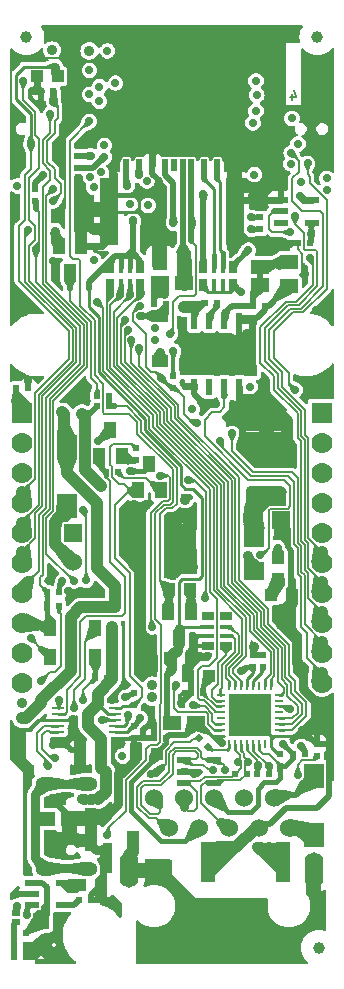
<source format=gbr>
%TF.GenerationSoftware,KiCad,Pcbnew,7.0.9-7.0.9~ubuntu22.04.1*%
%TF.CreationDate,2025-02-21T13:43:35+02:00*%
%TF.ProjectId,ESP32-PoE_Rev_M,45535033-322d-4506-9f45-5f5265765f4d,M*%
%TF.SameCoordinates,PX55f9470PYa244870*%
%TF.FileFunction,Copper,L4,Bot*%
%TF.FilePolarity,Positive*%
%FSLAX46Y46*%
G04 Gerber Fmt 4.6, Leading zero omitted, Abs format (unit mm)*
G04 Created by KiCad (PCBNEW 7.0.9-7.0.9~ubuntu22.04.1) date 2025-02-21 13:43:35*
%MOMM*%
%LPD*%
G01*
G04 APERTURE LIST*
G04 Aperture macros list*
%AMRotRect*
0 Rectangle, with rotation*
0 The origin of the aperture is its center*
0 $1 length*
0 $2 width*
0 $3 Rotation angle, in degrees counterclockwise*
0 Add horizontal line*
21,1,$1,$2,0,0,$3*%
G04 Aperture macros list end*
%ADD10C,0.190500*%
%TA.AperFunction,NonConductor*%
%ADD11C,0.190500*%
%TD*%
%TA.AperFunction,ComponentPad*%
%ADD12C,1.300000*%
%TD*%
%TA.AperFunction,ComponentPad*%
%ADD13C,2.000000*%
%TD*%
%TA.AperFunction,SMDPad,CuDef*%
%ADD14R,0.550000X0.500000*%
%TD*%
%TA.AperFunction,ComponentPad*%
%ADD15C,1.524000*%
%TD*%
%TA.AperFunction,ComponentPad*%
%ADD16O,1.600000X2.999999*%
%TD*%
%TA.AperFunction,ComponentPad*%
%ADD17R,1.524000X1.524000*%
%TD*%
%TA.AperFunction,ComponentPad*%
%ADD18O,1.800000X1.200000*%
%TD*%
%TA.AperFunction,ComponentPad*%
%ADD19C,1.800000*%
%TD*%
%TA.AperFunction,ComponentPad*%
%ADD20R,1.400000X1.400000*%
%TD*%
%TA.AperFunction,ComponentPad*%
%ADD21C,1.400000*%
%TD*%
%TA.AperFunction,ComponentPad*%
%ADD22R,1.778000X1.778000*%
%TD*%
%TA.AperFunction,ComponentPad*%
%ADD23C,1.778000*%
%TD*%
%TA.AperFunction,FiducialPad,Global*%
%ADD24C,1.000000*%
%TD*%
%TA.AperFunction,SMDPad,CuDef*%
%ADD25R,0.500000X0.550000*%
%TD*%
%TA.AperFunction,SMDPad,CuDef*%
%ADD26R,1.016000X0.635000*%
%TD*%
%TA.AperFunction,SMDPad,CuDef*%
%ADD27R,1.016000X0.381000*%
%TD*%
%TA.AperFunction,SMDPad,CuDef*%
%ADD28R,1.500000X1.200000*%
%TD*%
%TA.AperFunction,SMDPad,CuDef*%
%ADD29R,1.500000X4.500000*%
%TD*%
%TA.AperFunction,SMDPad,CuDef*%
%ADD30R,0.500000X1.000000*%
%TD*%
%TA.AperFunction,SMDPad,CuDef*%
%ADD31R,1.270000X1.524000*%
%TD*%
%TA.AperFunction,SMDPad,CuDef*%
%ADD32R,0.635000X1.016000*%
%TD*%
%TA.AperFunction,SMDPad,CuDef*%
%ADD33R,0.381000X1.016000*%
%TD*%
%TA.AperFunction,SMDPad,CuDef*%
%ADD34R,1.000000X1.400000*%
%TD*%
%TA.AperFunction,SMDPad,CuDef*%
%ADD35R,1.016000X1.016000*%
%TD*%
%TA.AperFunction,SMDPad,CuDef*%
%ADD36R,1.524000X1.270000*%
%TD*%
%TA.AperFunction,SMDPad,CuDef*%
%ADD37R,0.762000X0.508000*%
%TD*%
%TA.AperFunction,SMDPad,CuDef*%
%ADD38R,1.016000X1.778000*%
%TD*%
%TA.AperFunction,SMDPad,CuDef*%
%ADD39R,1.700000X2.000000*%
%TD*%
%TA.AperFunction,SMDPad,CuDef*%
%ADD40R,1.192000X1.746000*%
%TD*%
%TA.AperFunction,SMDPad,CuDef*%
%ADD41R,1.400000X1.000000*%
%TD*%
%TA.AperFunction,SMDPad,CuDef*%
%ADD42R,1.200000X0.550000*%
%TD*%
%TA.AperFunction,ComponentPad*%
%ADD43C,0.700000*%
%TD*%
%TA.AperFunction,SMDPad,CuDef*%
%ADD44R,3.600000X3.600000*%
%TD*%
%TA.AperFunction,ComponentPad*%
%ADD45R,1.600000X1.600000*%
%TD*%
%TA.AperFunction,SMDPad,CuDef*%
%ADD46R,0.250000X0.800000*%
%TD*%
%TA.AperFunction,SMDPad,CuDef*%
%ADD47R,0.800000X0.250000*%
%TD*%
%TA.AperFunction,SMDPad,CuDef*%
%ADD48RotRect,0.500000X0.550000X315.000000*%
%TD*%
%TA.AperFunction,SMDPad,CuDef*%
%ADD49RotRect,0.500000X0.550000X135.000000*%
%TD*%
%TA.AperFunction,SMDPad,CuDef*%
%ADD50R,1.778000X1.524000*%
%TD*%
%TA.AperFunction,SMDPad,CuDef*%
%ADD51R,3.400001X1.200000*%
%TD*%
%TA.AperFunction,SMDPad,CuDef*%
%ADD52R,1.000000X0.250000*%
%TD*%
%TA.AperFunction,SMDPad,CuDef*%
%ADD53R,1.200000X3.400001*%
%TD*%
%TA.AperFunction,SMDPad,CuDef*%
%ADD54R,1.600200X1.168400*%
%TD*%
%TA.AperFunction,SMDPad,CuDef*%
%ADD55R,0.508000X0.762000*%
%TD*%
%TA.AperFunction,SMDPad,CuDef*%
%ADD56R,0.600000X1.400000*%
%TD*%
%TA.AperFunction,SMDPad,CuDef*%
%ADD57R,3.500000X2.600000*%
%TD*%
%TA.AperFunction,ViaPad*%
%ADD58C,0.900000*%
%TD*%
%TA.AperFunction,ViaPad*%
%ADD59C,0.700000*%
%TD*%
%TA.AperFunction,ViaPad*%
%ADD60C,0.800000*%
%TD*%
%TA.AperFunction,Conductor*%
%ADD61C,0.203200*%
%TD*%
%TA.AperFunction,Conductor*%
%ADD62C,0.254000*%
%TD*%
%TA.AperFunction,Conductor*%
%ADD63C,0.152400*%
%TD*%
%TA.AperFunction,Conductor*%
%ADD64C,0.508000*%
%TD*%
%TA.AperFunction,Conductor*%
%ADD65C,0.762000*%
%TD*%
%TA.AperFunction,Conductor*%
%ADD66C,0.609600*%
%TD*%
%TA.AperFunction,Conductor*%
%ADD67C,0.406400*%
%TD*%
%TA.AperFunction,Conductor*%
%ADD68C,1.016000*%
%TD*%
%TA.AperFunction,Conductor*%
%ADD69C,0.304800*%
%TD*%
%TA.AperFunction,Conductor*%
%ADD70C,1.270000*%
%TD*%
%TA.AperFunction,Conductor*%
%ADD71C,0.863600*%
%TD*%
%TA.AperFunction,Conductor*%
%ADD72C,0.200660*%
%TD*%
%TA.AperFunction,Conductor*%
%ADD73C,1.524000*%
%TD*%
G04 APERTURE END LIST*
D10*
D11*
X24131857Y73922391D02*
X24131857Y73414391D01*
X24313285Y74212676D02*
X24494714Y73668391D01*
X24494714Y73668391D02*
X24022999Y73668391D01*
D12*
%TO.P,U6,39,THERMAL_PAD*%
%TO.N,GND*%
X11190000Y73132000D03*
X11190000Y71332000D03*
X11190000Y69532000D03*
X12990000Y73132000D03*
D13*
X12990000Y71332000D03*
D12*
X12990000Y69532000D03*
X14790000Y73132000D03*
X14790000Y71332000D03*
X14790000Y69532000D03*
%TD*%
D14*
%TO.P,R40,1*%
%TO.N,/GPIO14\u005CHS2_CLK*%
X21483000Y63470000D03*
%TO.P,R40,2*%
%TO.N,Net-(MICRO_SD1-CLK{slash}SCLK)*%
X21483000Y62454000D03*
%TD*%
D15*
%TO.P,LAN_CON1,10,PW-*%
%TO.N,Spare2*%
X23896000Y11804000D03*
%TO.P,LAN_CON1,9,PW+*%
%TO.N,Spare1*%
X22626000Y14344000D03*
%TO.P,LAN_CON1,8,NC/GND*%
%TO.N,GND*%
X21356000Y11804000D03*
%TO.P,LAN_CON1,7,GND/NC*%
X20086000Y14344000D03*
%TO.P,LAN_CON1,6,RD-*%
%TO.N,/RD-*%
X18816000Y11804000D03*
%TO.P,LAN_CON1,5,RCT*%
%TO.N,Net-(LAN_CON1-RCT)*%
X17546000Y14344000D03*
%TO.P,LAN_CON1,4,TCT*%
X16276000Y11804000D03*
%TO.P,LAN_CON1,3,RD+*%
%TO.N,/RD+*%
X15006000Y14344000D03*
%TO.P,LAN_CON1,2,TD-*%
%TO.N,/TD-*%
X13736000Y11804000D03*
%TO.P,LAN_CON1,1,TD+*%
%TO.N,/TD+*%
X12466000Y14344000D03*
D16*
%TO.P,LAN_CON1,0,Shield*%
%TO.N,Net-(LAN_CON1-Shield)*%
X25981000Y8204000D03*
X10381000Y8204000D03*
%TD*%
D15*
%TO.P,C27,1,+*%
%TO.N,Spare1*%
X20741000Y37816000D03*
D17*
%TO.P,C27,2,-*%
%TO.N,GND*%
X23241000Y37816000D03*
%TD*%
D15*
%TO.P,C25,1,+*%
%TO.N,+5VP*%
X5608000Y34280000D03*
D17*
%TO.P,C25,2,-*%
%TO.N,GND*%
X5608000Y36780000D03*
%TD*%
D18*
%TO.P,USB-UART1,0*%
%TO.N,Net-(L3-Pad1)*%
X3326000Y15508000D03*
X3326000Y8308000D03*
X6796000Y15508000D03*
X6796000Y8308000D03*
%TD*%
D19*
%TO.P,U5,9,ILIM*%
%TO.N,Net-(R28-Pad1)*%
X14879000Y36165000D03*
%TD*%
D20*
%TO.P,BAT1,1*%
%TO.N,Net-(U3-VBAT)*%
X2920680Y3919700D03*
D21*
%TO.P,BAT1,2*%
%TO.N,GND*%
X2923220Y1890240D03*
%TD*%
D22*
%TO.P,EXT2,1*%
%TO.N,/GPI39*%
X26690000Y46930000D03*
D23*
%TO.P,EXT2,2*%
%TO.N,/GPI36\u005CU1RXD*%
X26690000Y44390000D03*
%TO.P,EXT2,3*%
%TO.N,/GPI35*%
X26690000Y41850000D03*
%TO.P,EXT2,4*%
%TO.N,/GPI34\u005CBUT1*%
X26690000Y39310000D03*
%TO.P,EXT2,5*%
%TO.N,/GPIO33*%
X26690000Y36770000D03*
%TO.P,EXT2,6*%
%TO.N,/GPIO32*%
X26690000Y34230000D03*
%TO.P,EXT2,7*%
%TO.N,/GPIO16\u005CI2C-SCL*%
X26690000Y31690000D03*
%TO.P,EXT2,8*%
%TO.N,/GPIO15\u005CHS2_CMD*%
X26690000Y29150000D03*
%TO.P,EXT2,9*%
%TO.N,/GPIO14\u005CHS2_CLK*%
X26690000Y26610000D03*
%TO.P,EXT2,10*%
%TO.N,/GPIO13\u005CI2C-SDA*%
X26690000Y24070000D03*
%TD*%
D24*
%TO.P,FID6,Fid1,FID\u002A*%
%TO.N,unconnected-(FID6-FID\u002A-PadFid1)*%
X26436000Y1621000D03*
%TD*%
D25*
%TO.P,R1,1*%
%TO.N,+5V*%
X782000Y48992000D03*
%TO.P,R1,2*%
%TO.N,GND*%
X1798000Y48992000D03*
%TD*%
D26*
%TO.P,RM1,4.2*%
%TO.N,N/C*%
X18562000Y29688000D03*
%TO.P,RM1,4.1*%
X17038000Y29688000D03*
D27*
%TO.P,RM1,3.2*%
%TO.N,Net-(U4-RXD2{slash}RMIISEL)*%
X18562000Y28799000D03*
%TO.P,RM1,3.1*%
%TO.N,+3.3VLAN*%
X17038000Y28799000D03*
%TO.P,RM1,2.2*%
%TO.N,Net-(U4-RXD3{slash}PHYAD2)*%
X18562000Y28037000D03*
%TO.P,RM1,2.1*%
%TO.N,GND*%
X17038000Y28037000D03*
D26*
%TO.P,RM1,1.2*%
%TO.N,Net-(U4-RXCLK{slash}PHYAD1)*%
X18562000Y27148000D03*
%TO.P,RM1,1.1*%
%TO.N,GND*%
X17038000Y27148000D03*
%TD*%
D28*
%TO.P,MICRO_SD1,CH1,Card_Housing*%
%TO.N,GND*%
X19290000Y61713000D03*
D29*
X19290000Y64113000D03*
D28*
X19290000Y66163000D03*
X8690000Y61713000D03*
D29*
X8690000Y64113000D03*
D28*
X8690000Y66163000D03*
D30*
%TO.P,MICRO_SD1,CD1,Card_Detect*%
%TO.N,unconnected-(MICRO_SD1-Card_Detect-PadCD1)*%
X14190000Y67913000D03*
%TO.P,MICRO_SD1,8,DAT1/RES*%
%TO.N,Net-(MICRO_SD1-DAT1{slash}RES)*%
X10140000Y67913000D03*
%TO.P,MICRO_SD1,7,DAT0/DO*%
%TO.N,Net-(MICRO_SD1-DAT0{slash}DO)*%
X11240000Y67913000D03*
%TO.P,MICRO_SD1,6,GND*%
%TO.N,GND*%
X12340000Y67913000D03*
%TO.P,MICRO_SD1,5,CLK/SCLK*%
%TO.N,Net-(MICRO_SD1-CLK{slash}SCLK)*%
X13440000Y67913000D03*
%TO.P,MICRO_SD1,4,VDD*%
%TO.N,Net-(MICRO_SD1-VDD)*%
X14890000Y67913000D03*
%TO.P,MICRO_SD1,3,CMD/DI*%
%TO.N,/GPIO15\u005CHS2_CMD*%
X15640000Y67913000D03*
%TO.P,MICRO_SD1,2,CD/DAT3/CS*%
%TO.N,Net-(MICRO_SD1-CD{slash}DAT3{slash}CS)*%
X16740000Y67913000D03*
%TO.P,MICRO_SD1,1,DAT2/RES*%
%TO.N,Net-(MICRO_SD1-DAT2{slash}RES)*%
X17840000Y67913000D03*
%TD*%
D24*
%TO.P,FID4,Fid1,FID\u002A*%
%TO.N,unconnected-(FID4-FID\u002A-PadFid1)*%
X1671000Y78710000D03*
%TD*%
D31*
%TO.P,C3,1*%
%TO.N,Net-(MICRO_SD1-VDD)*%
X15006000Y59787000D03*
%TO.P,C3,2*%
%TO.N,GND*%
X12974000Y59787000D03*
%TD*%
D32*
%TO.P,RM2,1.1*%
%TO.N,+3.3VLAN*%
X8783000Y59279000D03*
%TO.P,RM2,1.2*%
%TO.N,/GPIO26\u005CEMAC_RXD1(RMII)*%
X8783000Y57755000D03*
D33*
%TO.P,RM2,2.1*%
%TO.N,+3.3VLAN*%
X9672000Y59279000D03*
%TO.P,RM2,2.2*%
%TO.N,/GPIO25\u005CEMAC_RXD0(RMII)*%
X9672000Y57755000D03*
%TO.P,RM2,3.1*%
%TO.N,+3.3VLAN*%
X10434000Y59279000D03*
%TO.P,RM2,3.2*%
%TO.N,/GPIO27\u005CEMAC_RX_CRS_DV*%
X10434000Y57755000D03*
D32*
%TO.P,RM2,4.1*%
%TO.N,+3.3VLAN*%
X11323000Y59279000D03*
%TO.P,RM2,4.2*%
%TO.N,/GPIO18\u005CMDIO(RMII)*%
X11323000Y57755000D03*
%TD*%
D14*
%TO.P,R46,1*%
%TO.N,/GPIO2\u005CHS2_DATA0*%
X2433000Y64867000D03*
%TO.P,R46,2*%
%TO.N,Net-(MICRO_SD1-DAT0{slash}DO)*%
X2433000Y65883000D03*
%TD*%
D22*
%TO.P,EXT1,1*%
%TO.N,+5V*%
X1290000Y46930000D03*
D23*
%TO.P,EXT1,2*%
%TO.N,+3.3V*%
X1290000Y44390000D03*
%TO.P,EXT1,3*%
%TO.N,GND*%
X1290000Y41850000D03*
%TO.P,EXT1,4*%
%TO.N,/ESP_EN*%
X1290000Y39310000D03*
%TO.P,EXT1,5*%
%TO.N,/GPIO0*%
X1290000Y36770000D03*
%TO.P,EXT1,6*%
%TO.N,/GPIO1\u005CU0TXD*%
X1290000Y34230000D03*
%TO.P,EXT1,7*%
%TO.N,/GPIO2\u005CHS2_DATA0*%
X1290000Y31690000D03*
%TO.P,EXT1,8*%
%TO.N,/GPIO3\u005CU0RXD*%
X1290000Y29150000D03*
%TO.P,EXT1,9*%
%TO.N,/GPIO4\u005CU1TXD*%
X1290000Y26610000D03*
%TO.P,EXT1,10*%
%TO.N,/GPIO5\u005CSPI_CS*%
X1290000Y24070000D03*
%TD*%
D34*
%TO.P,FET3,1*%
%TO.N,Net-(C10-Pad2)*%
X13675040Y30033440D03*
%TO.P,FET3,2*%
%TO.N,+3.3V*%
X15577500Y30033440D03*
%TO.P,FET3,3*%
%TO.N,+3.3VLAN*%
X14622460Y27823640D03*
%TD*%
D35*
%TO.P,C9,1*%
%TO.N,+3.3VLAN*%
X13863000Y26132000D03*
%TO.P,C9,2*%
%TO.N,GND*%
X15641000Y26132000D03*
%TD*%
D14*
%TO.P,C15,1*%
%TO.N,Net-(LAN_CON1-RCT)*%
X23134000Y16988000D03*
%TO.P,C15,2*%
%TO.N,GND*%
X23134000Y18004000D03*
%TD*%
D25*
%TO.P,C16,1*%
%TO.N,Net-(LAN_CON1-RCT)*%
X13482000Y19401000D03*
%TO.P,C16,2*%
%TO.N,GND*%
X12466000Y19401000D03*
%TD*%
%TO.P,C18,1*%
%TO.N,Net-(U4-VDDCR)*%
X16657000Y23211000D03*
%TO.P,C18,2*%
%TO.N,GND*%
X15641000Y23211000D03*
%TD*%
D35*
%TO.P,C17,1*%
%TO.N,Net-(U4-VDDCR)*%
X17165000Y24608000D03*
%TO.P,C17,2*%
%TO.N,GND*%
X15387000Y24608000D03*
%TD*%
D36*
%TO.P,L1,1,1*%
%TO.N,+3.3VLAN*%
X13990000Y20671000D03*
%TO.P,L1,2,2*%
%TO.N,Net-(LAN_CON1-RCT)*%
X16022000Y20671000D03*
%TD*%
D35*
%TO.P,C1,1*%
%TO.N,+5V*%
X6243000Y6955000D03*
%TO.P,C1,2*%
%TO.N,GND*%
X8021000Y6955000D03*
%TD*%
D36*
%TO.P,L3,1,1*%
%TO.N,Net-(L3-Pad1)*%
X3322000Y12543000D03*
%TO.P,L3,2,2*%
%TO.N,GND*%
X5354000Y12543000D03*
%TD*%
D25*
%TO.P,R6,1*%
%TO.N,Net-(U3-PROG)*%
X6116000Y5685000D03*
%TO.P,R6,2*%
%TO.N,GND*%
X7132000Y5685000D03*
%TD*%
%TO.P,R22,1*%
%TO.N,Net-(BAT_SENS_E1-Pad2)*%
X655000Y1875000D03*
%TO.P,R22,2*%
%TO.N,GND*%
X1671000Y1875000D03*
%TD*%
%TO.P,C19,1*%
%TO.N,Net-(BAT_SENS_E1-Pad2)*%
X655000Y859000D03*
%TO.P,C19,2*%
%TO.N,GND*%
X1671000Y859000D03*
%TD*%
D37*
%TO.P,BAT_SENS_E1,1,1*%
%TO.N,/GPI35*%
X782000Y4542000D03*
%TO.P,BAT_SENS_E1,2,2*%
%TO.N,Net-(BAT_SENS_E1-Pad2)*%
X782000Y3780000D03*
%TD*%
D38*
%TO.P,C2,1*%
%TO.N,GND*%
X7132000Y10638000D03*
%TO.P,C2,2*%
%TO.N,Net-(LAN_CON1-Shield)*%
X10688000Y10638000D03*
%TD*%
D35*
%TO.P,C7,1*%
%TO.N,/+5V_USB*%
X8021000Y18131000D03*
%TO.P,C7,2*%
%TO.N,GND*%
X6243000Y18131000D03*
%TD*%
D39*
%TO.P,D8,1,K*%
%TO.N,Spare1*%
X26055000Y16186000D03*
D40*
X26055000Y16059000D03*
%TO.P,D8,2,A*%
%TO.N,Spare2*%
X26055000Y11313000D03*
D39*
X26055000Y11186000D03*
%TD*%
D25*
%TO.P,R14,1*%
%TO.N,Net-(LAN_CON1-RCT)*%
X24277000Y18004000D03*
%TO.P,R14,2*%
%TO.N,Net-(LNK1-A)*%
X25293000Y18004000D03*
%TD*%
D34*
%TO.P,Q2,1,B*%
%TO.N,Net-(Q2-B)*%
X9730420Y43226200D03*
%TO.P,Q2,2,E*%
%TO.N,Net-(Q2-E)*%
X7827960Y43226200D03*
%TO.P,Q2,3,C*%
%TO.N,Net-(D9-K)*%
X8783000Y45436000D03*
%TD*%
D39*
%TO.P,D1,1,K*%
%TO.N,+5V*%
X5100000Y43999000D03*
D40*
X5100000Y43872000D03*
%TO.P,D1,2,A*%
%TO.N,+5VP*%
X5100000Y39126000D03*
D39*
X5100000Y38999000D03*
%TD*%
D35*
%TO.P,C10,1*%
%TO.N,+3.3V*%
X15514000Y31974000D03*
%TO.P,C10,2*%
%TO.N,Net-(C10-Pad2)*%
X13736000Y31974000D03*
%TD*%
D25*
%TO.P,R21,1*%
%TO.N,Net-(Q2-E)*%
X8402000Y41880000D03*
%TO.P,R21,2*%
%TO.N,Net-(Q3-B)*%
X9418000Y41880000D03*
%TD*%
D34*
%TO.P,Q3,1,B*%
%TO.N,Net-(Q3-B)*%
X13034960Y40391560D03*
%TO.P,Q3,2,E*%
%TO.N,Net-(Q3-E)*%
X11132500Y40391560D03*
%TO.P,Q3,3,C*%
%TO.N,Net-(Q3-C)*%
X12087540Y42601360D03*
%TD*%
D14*
%TO.P,R35,1*%
%TO.N,+3.3V*%
X14117000Y50008000D03*
%TO.P,R35,2*%
%TO.N,/GPIO13\u005CI2C-SDA*%
X14117000Y48992000D03*
%TD*%
%TO.P,R15,1*%
%TO.N,Net-(ACT1-K)*%
X26309000Y17877000D03*
%TO.P,R15,2*%
%TO.N,GND*%
X26309000Y18893000D03*
%TD*%
%TO.P,C8,1*%
%TO.N,Net-(U1-V3)*%
X10815000Y20417000D03*
%TO.P,C8,2*%
%TO.N,GND*%
X10815000Y19401000D03*
%TD*%
D25*
%TO.P,R16,1*%
%TO.N,/GPIO3\u005CU0RXD*%
X3449000Y31720000D03*
%TO.P,R16,2*%
%TO.N,+3.3V*%
X4465000Y31720000D03*
%TD*%
D24*
%TO.P,FID5,Fid1,FID\u002A*%
%TO.N,unconnected-(FID5-FID\u002A-PadFid1)*%
X26309000Y78710000D03*
%TD*%
D41*
%TO.P,D4,1,K*%
%TO.N,Net-(D4-K)*%
X12974000Y51283000D03*
%TO.P,D4,2,A*%
%TO.N,/GPI36\u005CU1RXD*%
X12974000Y55083000D03*
%TD*%
D25*
%TO.P,R18,1*%
%TO.N,/+5V_USB*%
X8529000Y24481000D03*
%TO.P,R18,2*%
%TO.N,Net-(D7-A)*%
X7513000Y24481000D03*
%TD*%
%TO.P,R19,1*%
%TO.N,Net-(U1-V3)*%
X4465000Y30577000D03*
%TO.P,R19,2*%
%TO.N,/GPIO3\u005CU0RXD*%
X3449000Y30577000D03*
%TD*%
D14*
%TO.P,C14,1*%
%TO.N,+3.3VLAN*%
X20848000Y25370000D03*
%TO.P,C14,2*%
%TO.N,GND*%
X20848000Y26386000D03*
%TD*%
%TO.P,R41,1*%
%TO.N,GND*%
X21737000Y26386000D03*
%TO.P,R41,2*%
%TO.N,Net-(U4-RXER{slash}RXD4{slash}PHYAD0)*%
X21737000Y25370000D03*
%TD*%
D25*
%TO.P,TVS2,1,IO1*%
%TO.N,/TD-*%
X22245000Y16353000D03*
%TO.P,TVS2,2,IO2*%
%TO.N,/TD+*%
X21229000Y16353000D03*
%TD*%
%TO.P,TVS3,1,IO1*%
%TO.N,/RD+*%
X19324000Y16353000D03*
%TO.P,TVS3,2,IO2*%
%TO.N,/RD-*%
X20340000Y16353000D03*
%TD*%
D42*
%TO.P,TVS1,1,I/O1*%
%TO.N,/RD+*%
X14976000Y15591000D03*
%TO.P,TVS1,2,GND*%
%TO.N,GND*%
X14976000Y16541000D03*
%TO.P,TVS1,3,I/O2*%
%TO.N,/TD+*%
X14976000Y17491000D03*
%TO.P,TVS1,4,I/O3*%
%TO.N,/TD-*%
X17576000Y17491000D03*
%TO.P,TVS1,5,I/O4*%
%TO.N,/RD-*%
X17576000Y15591000D03*
%TD*%
D43*
%TO.P,U4,33,GND*%
%TO.N,GND*%
X21094000Y22606000D03*
X20094000Y22606000D03*
X21894000Y21806000D03*
X19294000Y21806000D03*
D44*
X20594000Y21306000D03*
D45*
X20594000Y21306000D03*
D43*
X21894000Y20806000D03*
X19294000Y20806000D03*
X21094000Y20006000D03*
X20094000Y20006000D03*
D46*
%TO.P,U4,32,RBIAS*%
%TO.N,Net-(U4-RBIAS)*%
X18844000Y18856000D03*
%TO.P,U4,31,RXP*%
%TO.N,/RD+*%
X19344000Y18856000D03*
%TO.P,U4,30,RXN*%
%TO.N,/RD-*%
X19844000Y18856000D03*
%TO.P,U4,29,TXP*%
%TO.N,/TD+*%
X20344000Y18856000D03*
%TO.P,U4,28,TXN*%
%TO.N,/TD-*%
X20844000Y18856000D03*
%TO.P,U4,27,VDD1A*%
%TO.N,Net-(LAN_CON1-RCT)*%
X21344000Y18856000D03*
%TO.P,U4,26,RXDV*%
%TO.N,unconnected-(U4-RXDV-Pad26)*%
X21844000Y18856000D03*
%TO.P,U4,25,TXD3*%
%TO.N,GND*%
X22344000Y18856000D03*
D47*
%TO.P,U4,24,TXD2*%
X23044000Y19556000D03*
%TO.P,U4,23,TXD1*%
%TO.N,/GPIO22\u005CEMAC_TXD1(RMII)*%
X23044000Y20056000D03*
%TO.P,U4,22,TXD0*%
%TO.N,/GPIO19\u005CEMAC_TXD0(RMII)*%
X23044000Y20556000D03*
%TO.P,U4,21,TXEN*%
%TO.N,/GPIO21\u005CEMAC_TX_EN(RMII)*%
X23044000Y21056000D03*
%TO.P,U4,20,TXCLK*%
%TO.N,unconnected-(U4-TXCLK-Pad20)*%
X23044000Y21556000D03*
%TO.P,U4,19,NRST*%
%TO.N,Net-(U4-NRST)*%
X23044000Y22056000D03*
%TO.P,U4,18,NINT/TXER/TXD4*%
%TO.N,unconnected-(U4-NINT{slash}TXER{slash}TXD4-Pad18)*%
X23044000Y22556000D03*
%TO.P,U4,17,MDC*%
%TO.N,/GPIO23\u005CMDC(RMII)*%
X23044000Y23056000D03*
D46*
%TO.P,U4,16,MDIO*%
%TO.N,/GPIO18\u005CMDIO(RMII)*%
X22344000Y23756000D03*
%TO.P,U4,15,COL/CRS_DV/MODE2*%
%TO.N,/GPIO27\u005CEMAC_RX_CRS_DV*%
X21844000Y23756000D03*
%TO.P,U4,14,CRS*%
%TO.N,unconnected-(U4-CRS-Pad14)*%
X21344000Y23756000D03*
%TO.P,U4,13,RXER/RXD4/PHYAD0*%
%TO.N,Net-(U4-RXER{slash}RXD4{slash}PHYAD0)*%
X20844000Y23756000D03*
%TO.P,U4,12,VDDIO*%
%TO.N,+3.3VLAN*%
X20344000Y23756000D03*
%TO.P,U4,11,RXD0/MODE0*%
%TO.N,/GPIO25\u005CEMAC_RXD0(RMII)*%
X19844000Y23756000D03*
%TO.P,U4,10,RXD1/MODE1*%
%TO.N,/GPIO26\u005CEMAC_RXD1(RMII)*%
X19344000Y23756000D03*
%TO.P,U4,9,RXD2/RMIISEL*%
%TO.N,Net-(U4-RXD2{slash}RMIISEL)*%
X18844000Y23756000D03*
D47*
%TO.P,U4,8,RXD3/PHYAD2*%
%TO.N,Net-(U4-RXD3{slash}PHYAD2)*%
X18144000Y23056000D03*
%TO.P,U4,7,RXCLK/PHYAD1*%
%TO.N,Net-(U4-RXCLK{slash}PHYAD1)*%
X18144000Y22556000D03*
%TO.P,U4,6,VDDCR*%
%TO.N,Net-(U4-VDDCR)*%
X18144000Y22056000D03*
%TO.P,U4,5,XTAL1/CLKIN*%
%TO.N,/GPIO17\u005CEMAC_CLK_OUT_180*%
X18144000Y21556000D03*
%TO.P,U4,4,XTAL2*%
%TO.N,unconnected-(U4-XTAL2-Pad4)*%
X18144000Y21056000D03*
%TO.P,U4,3,LED1/REGOFF*%
%TO.N,Net-(ACT1-A)*%
X18144000Y20556000D03*
%TO.P,U4,2,LED2/NINTSEL*%
%TO.N,Net-(LNK1-K)*%
X18144000Y20056000D03*
%TO.P,U4,1,VDD2A*%
%TO.N,Net-(LAN_CON1-RCT)*%
X18144000Y19556000D03*
%TD*%
D48*
%TO.P,R26,1*%
%TO.N,Net-(U4-RBIAS)*%
X17038000Y18639000D03*
D49*
%TO.P,R26,2*%
%TO.N,GND*%
X16319580Y19357420D03*
%TD*%
D35*
%TO.P,C13,1*%
%TO.N,Net-(LAN_CON1-RCT)*%
X12720000Y18004000D03*
%TO.P,C13,2*%
%TO.N,GND*%
X10942000Y18004000D03*
%TD*%
D34*
%TO.P,D6,1,K*%
%TO.N,Net-(D6-K)*%
X7508000Y28672000D03*
%TO.P,D6,2,A*%
%TO.N,/GPIO3\u005CU0RXD*%
X3708000Y28672000D03*
%TD*%
%TO.P,D7,1,K*%
%TO.N,/GPIO1\u005CU0TXD*%
X3708000Y26259000D03*
%TO.P,D7,2,A*%
%TO.N,Net-(D7-A)*%
X7508000Y26259000D03*
%TD*%
D50*
%TO.P,R28,1*%
%TO.N,Net-(R28-Pad1)*%
X20975000Y33498000D03*
%TO.P,R28,2*%
%TO.N,Spare1*%
X20975000Y36292000D03*
%TD*%
D14*
%TO.P,R20,1*%
%TO.N,Net-(Q3-E)*%
X10942000Y43912000D03*
%TO.P,R20,2*%
%TO.N,Net-(Q2-B)*%
X10942000Y42896000D03*
%TD*%
D25*
%TO.P,R9,1*%
%TO.N,/GPI39*%
X3957000Y74138000D03*
%TO.P,R9,2*%
%TO.N,GND*%
X2941000Y74138000D03*
%TD*%
D32*
%TO.P,RM3,1.1*%
%TO.N,Net-(MICRO_SD1-DAT1{slash}RES)*%
X16657000Y59279000D03*
%TO.P,RM3,1.2*%
%TO.N,+3.3V*%
X16657000Y57755000D03*
D33*
%TO.P,RM3,2.1*%
%TO.N,Net-(MICRO_SD1-CD{slash}DAT3{slash}CS)*%
X17546000Y59279000D03*
%TO.P,RM3,2.2*%
%TO.N,+3.3V*%
X17546000Y57755000D03*
%TO.P,RM3,3.1*%
%TO.N,Net-(MICRO_SD1-DAT2{slash}RES)*%
X18308000Y59279000D03*
%TO.P,RM3,3.2*%
%TO.N,+3.3V*%
X18308000Y57755000D03*
D32*
%TO.P,RM3,4.1*%
%TO.N,/GPIO2\u005CHS2_DATA0*%
X19197000Y59279000D03*
%TO.P,RM3,4.2*%
%TO.N,+3.3V*%
X19197000Y57755000D03*
%TD*%
D51*
%TO.P,R42,2*%
%TO.N,GND*%
X21991000Y45944800D03*
%TO.P,R42,1*%
%TO.N,Spare1*%
X21991000Y39644800D03*
%TD*%
D35*
%TO.P,C26,1*%
%TO.N,Net-(C26-Pad1)*%
X22372000Y31466000D03*
%TO.P,C26,2*%
%TO.N,GND*%
X24150000Y31466000D03*
%TD*%
%TO.P,R43,1*%
%TO.N,Net-(C26-Pad1)*%
X23007000Y32863000D03*
%TO.P,R43,2*%
%TO.N,Net-(D5-K)*%
X23007000Y34641000D03*
%TD*%
D25*
%TO.P,C28,1*%
%TO.N,GND*%
X24658000Y61311000D03*
%TO.P,C28,2*%
%TO.N,+3.3VLAN*%
X25674000Y61311000D03*
%TD*%
D14*
%TO.P,R45,1*%
%TO.N,/GPIO33*%
X5989000Y68677000D03*
%TO.P,R45,2*%
%TO.N,/GPIO16\u005CI2C-SCL*%
X5989000Y67661000D03*
%TD*%
D42*
%TO.P,U8,1,NC*%
%TO.N,unconnected-(U8-NC-Pad1)*%
X23230999Y63028000D03*
%TO.P,U8,2,A*%
%TO.N,/GPIO0*%
X23230999Y63978000D03*
%TO.P,U8,3,GND*%
%TO.N,GND*%
X23230999Y64928000D03*
%TO.P,U8,4,Y*%
%TO.N,/GPIO17\u005CEMAC_CLK_OUT_180*%
X25830999Y64928000D03*
%TO.P,U8,5,VCC*%
%TO.N,+3.3VLAN*%
X25830999Y63028000D03*
%TD*%
%TO.P,U3,1,CHRGb*%
%TO.N,Net-(U3-CHRGb)*%
X2149000Y5243000D03*
%TO.P,U3,2,GND*%
%TO.N,GND*%
X2149000Y6193000D03*
%TO.P,U3,3,VBAT*%
%TO.N,Net-(U3-VBAT)*%
X2149000Y7143000D03*
%TO.P,U3,4,VCC*%
%TO.N,+5V*%
X4749000Y7143000D03*
%TO.P,U3,5,PROG*%
%TO.N,Net-(U3-PROG)*%
X4749000Y5243000D03*
%TD*%
D25*
%TO.P,R17,1*%
%TO.N,Net-(U3-VBAT)*%
X1671000Y2891000D03*
%TO.P,R17,2*%
%TO.N,Net-(BAT_SENS_E1-Pad2)*%
X655000Y2891000D03*
%TD*%
D34*
%TO.P,T1,1,B*%
%TO.N,/GPIO12\u005CPHY_PWR*%
X4404040Y61021440D03*
%TO.P,T1,2,E*%
%TO.N,GND*%
X6306500Y61021440D03*
%TO.P,T1,3,C*%
%TO.N,Net-(T1-C)*%
X5351460Y58811640D03*
%TD*%
D25*
%TO.P,R2,1*%
%TO.N,+3.3V*%
X7640000Y47468000D03*
%TO.P,R2,2*%
%TO.N,Net-(C10-Pad2)*%
X8656000Y47468000D03*
%TD*%
%TO.P,R3,1*%
%TO.N,Net-(C10-Pad2)*%
X8656000Y48357000D03*
%TO.P,R3,2*%
%TO.N,Net-(T1-C)*%
X7640000Y48357000D03*
%TD*%
D35*
%TO.P,C20,1*%
%TO.N,/ESP_EN*%
X4338000Y75408000D03*
%TO.P,C20,2*%
%TO.N,GND*%
X2560000Y75408000D03*
%TD*%
D36*
%TO.P,L5,1,1*%
%TO.N,+3.3V*%
X12974000Y57882000D03*
%TO.P,L5,2,2*%
%TO.N,Net-(MICRO_SD1-VDD)*%
X15006000Y57882000D03*
%TD*%
D25*
%TO.P,R37,1*%
%TO.N,+3.3V*%
X12466000Y56104000D03*
%TO.P,R37,2*%
%TO.N,/GPI36\u005CU1RXD*%
X13482000Y56104000D03*
%TD*%
%TO.P,R52,1*%
%TO.N,Spare1*%
X16784000Y56231000D03*
%TO.P,R52,2*%
%TO.N,Net-(U9-DEN)*%
X17800000Y56231000D03*
%TD*%
D36*
%TO.P,R54,1*%
%TO.N,Spare2*%
X23896000Y57628000D03*
%TO.P,R54,2*%
%TO.N,Net-(Class4_EN1-Pad1)*%
X23896000Y59660000D03*
%TD*%
D52*
%TO.P,U1,1,UD+*%
%TO.N,/D+*%
X4351000Y19925000D03*
%TO.P,U1,2,UD-*%
%TO.N,/D-*%
X4351000Y20425000D03*
%TO.P,U1,3,GND*%
%TO.N,GND*%
X4351000Y20925000D03*
%TO.P,U1,4,RTS#*%
%TO.N,Net-(Q2-E)*%
X4351000Y21425000D03*
%TO.P,U1,5,CTS#*%
%TO.N,Net-(U1-CTS#)*%
X4351000Y21925000D03*
%TO.P,U1,6,TNOW/DTR#*%
%TO.N,Net-(Q3-E)*%
X9151000Y21925000D03*
%TO.P,U1,7,VCC*%
%TO.N,/+5V_USB*%
X9151000Y21425000D03*
%TO.P,U1,8,TXD*%
%TO.N,Net-(D6-K)*%
X9151000Y20925000D03*
%TO.P,U1,9,RXD*%
%TO.N,Net-(D7-A)*%
X9151000Y20425000D03*
%TO.P,U1,10,V3*%
%TO.N,Net-(U1-V3)*%
X9151000Y19925000D03*
%TD*%
D53*
%TO.P,R7,2*%
%TO.N,GND*%
X17063000Y8860000D03*
%TO.P,R7,1*%
%TO.N,Spare1*%
X23363000Y8860000D03*
%TD*%
D14*
%TO.P,R55,1*%
%TO.N,Net-(Q3-E)*%
X10815000Y22195000D03*
%TO.P,R55,2*%
%TO.N,Net-(U1-CTS#)*%
X10815000Y23211000D03*
%TD*%
D54*
%TO.P,Class4_EN1,1,1*%
%TO.N,Net-(Class4_EN1-Pad1)*%
X21483000Y59279000D03*
X21483000Y59279000D03*
D55*
X21483000Y58771000D03*
%TO.P,Class4_EN1,2,2*%
%TO.N,Net-(U9-CLS)*%
X21483000Y58263000D03*
D54*
X21483000Y57755000D03*
%TD*%
D25*
%TO.P,R53,1*%
%TO.N,Net-(U9-CLS)*%
X20848000Y55977000D03*
%TO.P,R53,2*%
%TO.N,Spare2*%
X21864000Y55977000D03*
%TD*%
D56*
%TO.P,U9,1,VDD*%
%TO.N,Spare1*%
X15895000Y54713000D03*
%TO.P,U9,2,DEN*%
%TO.N,Net-(U9-DEN)*%
X17165000Y54713000D03*
%TO.P,U9,3,CLS*%
%TO.N,Net-(U9-CLS)*%
X18435000Y54713000D03*
%TO.P,U9,4,VSS*%
%TO.N,Spare2*%
X19705000Y54713000D03*
%TO.P,U9,5,RTN*%
%TO.N,GND*%
X19705000Y49113000D03*
%TO.P,U9,6,CDB*%
%TO.N,Net-(U5-EN)*%
X18435000Y49113000D03*
%TO.P,U9,7,T2P*%
%TO.N,unconnected-(U9-T2P-Pad7)*%
X17165000Y49113000D03*
%TO.P,U9,8,APD*%
%TO.N,GND*%
X15895000Y49113000D03*
D19*
%TO.P,U9,9,EPAD*%
%TO.N,Spare2*%
X17800000Y51913000D03*
D57*
X17800000Y51913000D03*
%TD*%
D58*
%TO.N,+5V*%
X1290000Y21052000D03*
D59*
X5313542Y6599400D03*
D58*
X9164000Y30450000D03*
X4719000Y46960008D03*
%TO.N,GND*%
X10815000Y39086000D03*
D59*
X12212000Y16302200D03*
D58*
X15133000Y39543200D03*
X12085000Y78837000D03*
X14625000Y78837000D03*
X17165000Y78837000D03*
X19070000Y78837000D03*
X20975000Y78837000D03*
X20594000Y47976000D03*
X21991000Y44801000D03*
X21991000Y43785000D03*
X21991000Y42769000D03*
D59*
X26182000Y55596000D03*
D58*
X12085000Y74392000D03*
X14625000Y74392000D03*
X17419000Y74265000D03*
X17419000Y71725000D03*
X16149000Y72995000D03*
X16149000Y70455000D03*
X18689000Y70455000D03*
X18689000Y72995000D03*
X13355000Y74392000D03*
X16149000Y74265000D03*
X16149000Y71725000D03*
X17419000Y72995000D03*
X18689000Y71725000D03*
X17419000Y70455000D03*
X10815000Y74392000D03*
D59*
X27071000Y50008000D03*
X1036000Y69947000D03*
X8910000Y22576000D03*
D58*
X5100000Y10892000D03*
D59*
X909000Y6193000D03*
D58*
X3830000Y78837000D03*
D59*
X6116000Y48865000D03*
X3957000Y18766000D03*
D58*
X11831000Y39086000D03*
D59*
X12339000Y20798000D03*
D58*
X7513000Y62454000D03*
D59*
X1798000Y49627000D03*
D58*
X20848000Y65248000D03*
X20934360Y27109900D03*
X12339000Y25116000D03*
D59*
X5227000Y31847000D03*
X24023000Y61184000D03*
X9022293Y67138293D03*
X15895000Y16353000D03*
D60*
X17673000Y47722000D03*
D58*
X1163000Y55596000D03*
D59*
X12085000Y21687000D03*
X25039000Y20036000D03*
X1290000Y19909000D03*
D58*
X23261000Y28926000D03*
D59*
X2179000Y74138000D03*
D58*
X23261000Y29942000D03*
D59*
X14752000Y22322000D03*
D58*
X5608000Y20925000D03*
D60*
X3703000Y32736000D03*
D58*
X9545000Y16353000D03*
D59*
X25293000Y58644000D03*
D58*
X8180590Y8987000D03*
D59*
X3957000Y59787000D03*
D58*
X8180590Y9939502D03*
X24150000Y78837000D03*
X7132000Y78842000D03*
D59*
X25801000Y76424000D03*
X19339760Y67082390D03*
D58*
X20594000Y46960000D03*
D59*
%TO.N,Net-(ACT1-K)*%
X24658000Y16226000D03*
%TO.N,Net-(ACT1-A)*%
X15768000Y22195000D03*
D58*
%TO.N,Net-(U3-VBAT)*%
X1290000Y22322000D03*
D59*
%TO.N,/ESP_EN*%
X2052000Y69667600D03*
X4096224Y76226390D03*
D58*
%TO.N,Net-(LAN_CON1-Shield)*%
X13863000Y3018000D03*
X16784000Y3018000D03*
X11958000Y1367000D03*
X20848000Y1367000D03*
X15768000Y5304000D03*
X13482000Y8204000D03*
X19451000Y3018000D03*
X22372000Y3018000D03*
X15133000Y1367000D03*
X20721000Y5304000D03*
X18054000Y1367000D03*
X18054000Y5304000D03*
%TO.N,/+5V_USB*%
X8910000Y28799000D03*
X6370000Y14194000D03*
X7386000Y14194000D03*
D59*
%TO.N,Net-(U1-V3)*%
X11323000Y21052000D03*
X2941000Y24227000D03*
%TO.N,Net-(LAN_CON1-RCT)*%
X18206400Y18994600D03*
X23360000Y18900000D03*
%TO.N,Net-(D5-K)*%
X22930800Y35504600D03*
%TO.N,Net-(U4-NRST)*%
X24023000Y21814000D03*
%TO.N,Net-(D4-K)*%
X12974000Y52040000D03*
%TO.N,/D_Com*%
X3957000Y65883000D03*
X24912000Y66456011D03*
X5735000Y32682288D03*
D58*
%TO.N,Spare1*%
X22245000Y10130000D03*
X15006000Y55850000D03*
X21229000Y10130000D03*
X16022000Y55850000D03*
%TO.N,Spare2*%
X20340000Y52548000D03*
X20340000Y53564000D03*
X20340000Y51532000D03*
D59*
%TO.N,/GPIO33*%
X12593000Y54072000D03*
X7132000Y68677000D03*
%TO.N,/GPIO32*%
X24079390Y68917261D03*
X8275000Y69566000D03*
%TO.N,/GPI39*%
X3957000Y73249008D03*
X3957000Y64867000D03*
X27126388Y65756891D03*
%TO.N,Net-(D6-K)*%
X5735000Y21941000D03*
X8036608Y20925000D03*
%TO.N,Net-(D7-A)*%
X6497000Y22576000D03*
X10307000Y21299900D03*
%TO.N,Net-(D9-K)*%
X7767000Y44547000D03*
%TO.N,Net-(LNK1-K)*%
X14371000Y23846000D03*
%TO.N,Net-(LNK1-A)*%
X24939940Y18666940D03*
%TO.N,Net-(MICRO_SD1-DAT1{slash}RES)*%
X10225725Y66131419D03*
X16657000Y65431390D03*
%TO.N,Net-(MICRO_SD1-DAT0{slash}DO)*%
X11175491Y67038529D03*
X3068000Y67026000D03*
%TO.N,Net-(MICRO_SD1-CLK{slash}SCLK)*%
X20721000Y62454000D03*
X14117000Y62962000D03*
%TO.N,Net-(Q3-C)*%
X10408600Y41981600D03*
X6751000Y32736000D03*
X6497000Y38705000D03*
%TO.N,+3.3VLAN*%
X10688000Y63216000D03*
X19857400Y25065200D03*
D58*
X13990000Y25243000D03*
D59*
X25801000Y62037279D03*
%TO.N,/GPIO0*%
X1798000Y62431520D03*
X24023000Y62200000D03*
%TO.N,/GPI35*%
X909000Y5177000D03*
X8522896Y11143114D03*
X7005000Y71598000D03*
X24658000Y69693000D03*
%TO.N,Net-(U3-CHRGb)*%
X1680000Y4420000D03*
%TO.N,/D+*%
X4119370Y17663373D03*
%TO.N,Net-(L3-Pad1)*%
X2433000Y11400000D03*
%TO.N,/D-*%
X3462750Y17006753D03*
%TO.N,/GPI34\u005CBUT1*%
X25476390Y68042000D03*
X24404000Y48865000D03*
X7005000Y73884000D03*
X24150004Y71852000D03*
%TO.N,/GPIO2\u005CHS2_DATA0*%
X15697422Y47214000D03*
X20455194Y60687806D03*
X2483811Y60752189D03*
%TO.N,/GPI36\u005CU1RXD*%
X11277766Y55088008D03*
X9210469Y74829390D03*
%TO.N,/GPIO3\u005CU0RXD*%
X21168515Y73823514D03*
X3703000Y72233000D03*
%TO.N,/GPIO1\u005CU0TXD*%
X1417000Y75027000D03*
X21102000Y75027000D03*
X2038792Y27852090D03*
%TO.N,/GPIO4\u005CU1TXD*%
X12986700Y41595520D03*
X11958000Y64486000D03*
X12339000Y28799000D03*
%TO.N,/GPIO5\u005CSPI_CS*%
X20594000Y49119000D03*
X16784000Y31212000D03*
X20975000Y67082390D03*
X15387000Y41245000D03*
%TO.N,/GPIO15\u005CHS2_CMD*%
X15692802Y62962000D03*
X25674000Y60041000D03*
X13863000Y53564000D03*
%TO.N,/GPIO16\u005CI2C-SCL*%
X24051140Y68013860D03*
X12593000Y53056000D03*
X8256769Y68567609D03*
X24404000Y63597000D03*
%TO.N,/GPIO14\u005CHS2_CLK*%
X19070000Y45182000D03*
X20721000Y63470000D03*
%TO.N,/GPIO13\u005CI2C-SDA*%
X11277768Y55940413D03*
X16149000Y46071000D03*
X7380421Y59817836D03*
X18054000Y44547000D03*
X13101000Y49881000D03*
%TO.N,/GPIO27\u005CEMAC_RX_CRS_DV*%
X10463227Y64585951D03*
X10469449Y56865235D03*
%TO.N,/GPIO25\u005CEMAC_RXD0(RMII)*%
X9617142Y56878638D03*
X8015981Y67265412D03*
%TO.N,/GPIO18\u005CMDIO(RMII)*%
X11321819Y56873699D03*
X11873301Y66548972D03*
%TO.N,/GPIO26\u005CEMAC_RXD1(RMII)*%
X8764875Y56894355D03*
X7384392Y66010000D03*
%TO.N,/GPIO12\u005CPHY_PWR*%
X4084000Y62327000D03*
%TO.N,/GPIO22\u005CEMAC_TXD1(RMII)*%
X11196000Y52421000D03*
X7005000Y75916000D03*
%TO.N,/GPIO19\u005CEMAC_TXD0(RMII)*%
X20848000Y71471000D03*
X10561000Y53056000D03*
X7848768Y73291179D03*
%TO.N,/GPIO21\u005CEMAC_TX_EN(RMII)*%
X7855772Y74537051D03*
X10307000Y53945000D03*
X21102004Y72487000D03*
%TO.N,/GPIO23\u005CMDC(RMII)*%
X10037444Y54753669D03*
X8529000Y77567000D03*
%TO.N,/GPIO17\u005CEMAC_CLK_OUT_180*%
X24792110Y65248000D03*
X7078945Y66893467D03*
X7675360Y56266360D03*
%TO.N,/TD+*%
X17492660Y16708600D03*
X21279800Y17064200D03*
%TO.N,/TD-*%
X22245000Y16988000D03*
X18445160Y16680660D03*
%TO.N,/RD+*%
X19578000Y17369000D03*
%TO.N,/RD-*%
X20467000Y17369000D03*
%TO.N,Net-(R28-Pad1)*%
X14879000Y33879000D03*
X15895000Y33879000D03*
X13990000Y38197000D03*
X13863000Y33879000D03*
D58*
X20467000Y34768000D03*
D59*
X14879000Y38197000D03*
X15768000Y38197000D03*
%TO.N,+3.3V*%
X14117000Y52167000D03*
D60*
X15641000Y31085000D03*
D58*
X7005000Y77572000D03*
D59*
X9799000Y17877000D03*
X27078536Y66772000D03*
X4719000Y32659800D03*
X13355000Y56955381D03*
D58*
X12339000Y23846000D03*
X7942260Y40716680D03*
X6370000Y46833000D03*
D59*
X19832000Y57120000D03*
X909000Y66137000D03*
D58*
X3830000Y77610610D03*
X12339000Y22830000D03*
D59*
%TO.N,Net-(U5-EN)*%
X21483000Y34895000D03*
%TO.N,Net-(U1-CTS#)*%
X10053000Y22830000D03*
X4465000Y22576000D03*
%TD*%
D61*
%TO.N,GND*%
X24658000Y61311000D02*
X24658000Y60752200D01*
X24658000Y60752200D02*
X25039000Y60371200D01*
X25039000Y58898000D02*
X25293000Y58644000D01*
X25039000Y60371200D02*
X25039000Y58898000D01*
D62*
X8690000Y64113000D02*
X8875800Y63927200D01*
X11018200Y63927200D02*
X11196000Y64105000D01*
X8875800Y63927200D02*
X11018200Y63927200D01*
X11196000Y64105000D02*
X11196000Y64867000D01*
D63*
X1036000Y69947000D02*
X401000Y70582000D01*
X401000Y76043000D02*
X1163000Y76805000D01*
X401000Y70582000D02*
X401000Y76043000D01*
X1163000Y76805000D02*
X3195000Y76805000D01*
X3195000Y76805000D02*
X3322000Y76932000D01*
X3322000Y76932000D02*
X4465000Y76932000D01*
X7132000Y78842000D02*
X6883000Y78842000D01*
X5227000Y70582000D02*
X4973000Y70328000D01*
X6883000Y78842000D02*
X5227000Y77186000D01*
X5227000Y77186000D02*
X5227000Y70582000D01*
X4973000Y70328000D02*
X4973000Y64232000D01*
X4973000Y64232000D02*
X4846000Y64105000D01*
%TO.N,/GPI35*%
X12593000Y38400934D02*
X12593000Y29434000D01*
X13832520Y39131720D02*
X13323786Y39131720D01*
X14091578Y42121736D02*
X14091578Y39390778D01*
X11057570Y45155744D02*
X14091578Y42121736D01*
X10365420Y46833000D02*
X11057570Y46140850D01*
X8148000Y46960000D02*
X8275000Y46833000D01*
X8148000Y49373000D02*
X8148000Y46960000D01*
X7436810Y50084190D02*
X8148000Y49373000D01*
X6243000Y55950132D02*
X7436810Y54756322D01*
X6243000Y59787000D02*
X6243000Y55950132D01*
X5354000Y69947000D02*
X5354000Y60168000D01*
X12140880Y18766000D02*
X11831000Y18456120D01*
X7005000Y71598000D02*
X5354000Y69947000D01*
X6116000Y59914000D02*
X6243000Y59787000D01*
X8275000Y46833000D02*
X10365420Y46833000D01*
X12974000Y22195000D02*
X12974000Y19045400D01*
X11057570Y46140850D02*
X11057570Y45155744D01*
X13323786Y39131720D02*
X12593000Y38400934D01*
X13101000Y22322000D02*
X12974000Y22195000D01*
X7436810Y54756322D02*
X7436810Y50084190D01*
X14091578Y39390778D02*
X13832520Y39131720D01*
X5354000Y60168000D02*
X5608000Y59914000D01*
X5608000Y59914000D02*
X6116000Y59914000D01*
X12593000Y29434000D02*
X13101000Y28926000D01*
X13101000Y28926000D02*
X13101000Y22322000D01*
X12974000Y19045400D02*
X12694600Y18766000D01*
X12694600Y18766000D02*
X12140880Y18766000D01*
X11831000Y18456120D02*
X11831000Y17546800D01*
X11831000Y17546800D02*
X10103800Y15819600D01*
X10103800Y15819600D02*
X10103800Y13228800D01*
X10103800Y13228800D02*
X8522896Y11647896D01*
X8522896Y11647896D02*
X8522896Y11143114D01*
D64*
%TO.N,+3.3VLAN*%
X10688000Y60676000D02*
X10688000Y63216000D01*
D65*
%TO.N,/GPIO12\u005CPHY_PWR*%
X4084000Y62327000D02*
X4084000Y61341480D01*
X4084000Y61341480D02*
X4404040Y61021440D01*
D66*
%TO.N,GND*%
X12340000Y67913000D02*
X12340000Y68882000D01*
X12340000Y68882000D02*
X12990000Y69532000D01*
X12990000Y69532000D02*
X12880000Y69642000D01*
X12880000Y69642000D02*
X11790000Y69642000D01*
D64*
%TO.N,Net-(MICRO_SD1-CLK{slash}SCLK)*%
X14117000Y62962000D02*
X14117008Y62962008D01*
X14117008Y62962008D02*
X14117008Y66390992D01*
X14117008Y66390992D02*
X13440000Y67068000D01*
X13440000Y67068000D02*
X13440000Y67913000D01*
D63*
%TO.N,/GPIO32*%
X22245000Y53945000D02*
X22245000Y51441633D01*
X24079390Y68917261D02*
X24721500Y68275151D01*
X24023000Y55723000D02*
X22245000Y53945000D01*
X24721500Y67309364D02*
X24175400Y66763264D01*
X24912000Y55723000D02*
X24023000Y55723000D01*
X25039000Y63978000D02*
X26563000Y63978000D01*
X23273744Y50412889D02*
X23273744Y49133122D01*
X26817000Y63724000D02*
X26817000Y57628000D01*
X26563000Y63978000D02*
X26817000Y63724000D01*
X24175400Y64841600D02*
X25039000Y63978000D01*
X22245000Y51441633D02*
X23273744Y50412889D01*
X25242244Y47164622D02*
X25242244Y45052024D01*
X24175400Y66763264D02*
X24175400Y64841600D01*
X26817000Y57628000D02*
X24912000Y55723000D01*
X23273744Y49133122D02*
X25242244Y47164622D01*
X24721500Y68275151D02*
X24721500Y67309364D01*
X25242244Y45052024D02*
X25547044Y44747224D01*
X25547044Y44747224D02*
X25547044Y36291956D01*
X25547044Y36291956D02*
X26690000Y35149000D01*
D67*
%TO.N,+3.3VLAN*%
X25830999Y63028000D02*
X25801000Y62998001D01*
X25801000Y62998001D02*
X25801000Y62037279D01*
X25674000Y61311000D02*
X25801000Y61438000D01*
X25801000Y61438000D02*
X25801000Y62037279D01*
D63*
%TO.N,/GPIO16\u005CI2C-SCL*%
X22968933Y50198467D02*
X22968933Y49006866D01*
X25166000Y60803000D02*
X25293000Y60676000D01*
X21864000Y54072000D02*
X21864000Y51303400D01*
X23819800Y56027800D02*
X21864000Y54072000D01*
X24404000Y62868801D02*
X25166000Y62106801D01*
X24708800Y56027800D02*
X23819800Y56027800D01*
X26309000Y57628000D02*
X24708800Y56027800D01*
X26309000Y60549000D02*
X26309000Y57628000D01*
X26182000Y60676000D02*
X26309000Y60549000D01*
X25242233Y36164967D02*
X25547000Y35860200D01*
X21864000Y51303400D02*
X22968933Y50198467D01*
X25166000Y62106801D02*
X25166000Y60803000D01*
X25293000Y60676000D02*
X26182000Y60676000D01*
X25242233Y44620968D02*
X25242233Y36164967D01*
X24404000Y63597000D02*
X24404000Y62868801D01*
X24937433Y44925768D02*
X25242233Y44620968D01*
X22968933Y49006866D02*
X24937433Y47038366D01*
X24937433Y47038366D02*
X24937433Y44925768D01*
X25547000Y35860200D02*
X25547000Y33752000D01*
X25547000Y33752000D02*
X26690000Y32609000D01*
D62*
%TO.N,Net-(MICRO_SD1-CLK{slash}SCLK)*%
X21483000Y62454000D02*
X20721000Y62454000D01*
%TO.N,/GPIO14\u005CHS2_CLK*%
X21483000Y63470000D02*
X20721000Y63470000D01*
D63*
%TO.N,/GPIO0*%
X24023000Y62200000D02*
X22499000Y62200000D01*
X22499000Y62200000D02*
X22245000Y62454000D01*
X22245000Y62454000D02*
X22245000Y63597000D01*
X22245000Y63597000D02*
X22626000Y63978000D01*
D64*
X23230999Y63978000D02*
X22626000Y63978000D01*
%TO.N,GND*%
X24150000Y61311000D02*
X24658000Y61311000D01*
X24023000Y61184000D02*
X24150000Y61311000D01*
D68*
%TO.N,+5V*%
X1671000Y21052000D02*
X2941000Y22322000D01*
X5100000Y41793640D02*
X5100000Y43999000D01*
X1290000Y21052000D02*
X1671000Y21052000D01*
X2941000Y22576000D02*
X5430200Y25065200D01*
D66*
X4769942Y7143000D02*
X5313542Y6599400D01*
D68*
X9164000Y32228000D02*
X7640000Y33752000D01*
D66*
X6243000Y6955000D02*
X5887400Y6599400D01*
D68*
X5430200Y29637200D02*
X6243000Y30450000D01*
X9164000Y30450000D02*
X9164000Y32228000D01*
X2941000Y22322000D02*
X2941000Y22576000D01*
D66*
X5887400Y6599400D02*
X5313542Y6599400D01*
D64*
X782000Y47438000D02*
X782000Y48992000D01*
D66*
X6055000Y7143000D02*
X6243000Y6955000D01*
D64*
X4749000Y7143000D02*
X4912000Y7143000D01*
D68*
X7640000Y39253640D02*
X5100000Y41793640D01*
X5100000Y43999000D02*
X4846000Y44253000D01*
X6243000Y30450000D02*
X9164000Y30450000D01*
X5430200Y25065200D02*
X5430200Y29637200D01*
D66*
X4749000Y7143000D02*
X6055000Y7143000D01*
D64*
X1290000Y46930000D02*
X782000Y47438000D01*
D68*
X7640000Y33752000D02*
X7640000Y39253640D01*
X4846000Y46833008D02*
X4719000Y46960008D01*
X4846000Y44253000D02*
X4846000Y46833008D01*
D66*
X4749000Y7143000D02*
X4769942Y7143000D01*
D63*
%TO.N,GND*%
X13456600Y17216600D02*
X12542200Y16302200D01*
D68*
X20340000Y46960000D02*
X21229000Y46071000D01*
X21991000Y47976000D02*
X23769000Y46198000D01*
D66*
X19290000Y67032630D02*
X19339760Y67082390D01*
D65*
X9022293Y66643319D02*
X9022293Y67138293D01*
D64*
X15387000Y24608000D02*
X15387000Y25878000D01*
X20934360Y27109900D02*
X20934360Y26553640D01*
X11577000Y19401000D02*
X11577000Y20163000D01*
X23261000Y37816000D02*
X23241000Y37816000D01*
D68*
X23769000Y46198000D02*
X23769000Y44928000D01*
D64*
X10942000Y18004000D02*
X10815000Y18131000D01*
X8180590Y7114590D02*
X8180590Y8987000D01*
X22270400Y12085800D02*
X23616600Y13432000D01*
D68*
X11323000Y33625000D02*
X10815000Y34133000D01*
D62*
X23896000Y36165000D02*
X23896000Y35530000D01*
D66*
X19959000Y45055000D02*
X23642000Y45055000D01*
D64*
X7132000Y6066000D02*
X8021000Y6955000D01*
D62*
X23044000Y19556000D02*
X22344000Y19556000D01*
D64*
X15387000Y24481000D02*
X15387000Y24608000D01*
D65*
X5354000Y12543000D02*
X5100000Y12289000D01*
D66*
X19324000Y64486000D02*
X19324000Y64105000D01*
X19959000Y46071000D02*
X19959000Y45055000D01*
D64*
X12974000Y66518000D02*
X12340000Y67152000D01*
D65*
X24531000Y25725600D02*
X24531000Y27656000D01*
D68*
X17927000Y10130000D02*
X19324000Y10130000D01*
X21356000Y11804000D02*
X21125000Y11804000D01*
D64*
X21356000Y11804000D02*
X21637800Y12085800D01*
D66*
X8034000Y61057000D02*
X8690000Y61713000D01*
D68*
X17190000Y8860000D02*
X17063000Y8987000D01*
D64*
X5354000Y12543000D02*
X5354000Y12720800D01*
X12340000Y67152000D02*
X12340000Y67913000D01*
D65*
X8236900Y9883192D02*
X8200299Y9919793D01*
D64*
X2149000Y6193000D02*
X909000Y6193000D01*
D65*
X9672000Y16353000D02*
X10942000Y17623000D01*
D63*
X15514000Y19020000D02*
X14180500Y19020000D01*
D68*
X18054000Y8860000D02*
X17038000Y7844000D01*
X18054000Y8860000D02*
X17190000Y8860000D01*
D64*
X1671000Y1875000D02*
X1671000Y859000D01*
D65*
X10815000Y38070000D02*
X10815000Y39086000D01*
D63*
X14180500Y19020000D02*
X13456600Y18296100D01*
D64*
X12339000Y20798000D02*
X12466000Y20671000D01*
X5735000Y19909000D02*
X6497000Y19147000D01*
D68*
X21991000Y43785000D02*
X21991000Y44801000D01*
D65*
X25115222Y23528478D02*
X25115222Y25141378D01*
D63*
X16319580Y19357420D02*
X16236160Y19274000D01*
D64*
X10815000Y18131000D02*
X10815000Y19401000D01*
X5608000Y20925000D02*
X5735000Y20798000D01*
D62*
X23896000Y35530000D02*
X24150000Y35276000D01*
D67*
X8690000Y64113000D02*
X8690000Y65349600D01*
D66*
X15895000Y26386000D02*
X15704500Y26195500D01*
D64*
X14752000Y22322000D02*
X15641000Y23211000D01*
D66*
X19705000Y48230000D02*
X19705000Y46325000D01*
D64*
X12974000Y59787000D02*
X12974000Y66518000D01*
D62*
X22930800Y18004000D02*
X23261000Y18004000D01*
X23896000Y36165000D02*
X23896000Y36292000D01*
X22344000Y19556000D02*
X20594000Y21306000D01*
X2657552Y20925000D02*
X1819352Y20086800D01*
D65*
X26194700Y22449000D02*
X25115222Y23528478D01*
D66*
X23241000Y37201000D02*
X23642000Y36800000D01*
D63*
X15768000Y19274000D02*
X15514000Y19020000D01*
X13456600Y18296100D02*
X13456600Y17216600D01*
D68*
X21125000Y11804000D02*
X19451000Y10130000D01*
D65*
X7132000Y10638000D02*
X6878000Y10892000D01*
D62*
X17038000Y28037000D02*
X16276000Y28037000D01*
D64*
X19705000Y48230000D02*
X21102000Y48230000D01*
X20307000Y47943000D02*
X20340000Y47976000D01*
X15387000Y25878000D02*
X15641000Y26132000D01*
X21102000Y48230000D02*
X21356000Y47976000D01*
D66*
X19705000Y46325000D02*
X19959000Y46071000D01*
D68*
X21355200Y45944800D02*
X20340000Y46960000D01*
D65*
X8200299Y9006709D02*
X8180590Y8987000D01*
D62*
X24185500Y19556000D02*
X23044000Y19556000D01*
D65*
X7132000Y10638000D02*
X7132000Y12797000D01*
D64*
X15641000Y23211000D02*
X15641000Y24227000D01*
D62*
X1819352Y20086800D02*
X1467800Y20086800D01*
D64*
X6497000Y19147000D02*
X6497000Y18385000D01*
D68*
X10815000Y34133000D02*
X10815000Y38070000D01*
D64*
X23616600Y13432000D02*
X26309000Y13432000D01*
D68*
X11323000Y27275000D02*
X11323000Y33625000D01*
X12339000Y26259000D02*
X11323000Y27275000D01*
D64*
X19290000Y64113000D02*
X19290000Y61726000D01*
D65*
X5100000Y12289000D02*
X5100000Y10892000D01*
D62*
X5608000Y20925000D02*
X4351000Y20925000D01*
D65*
X9443400Y13838400D02*
X8402000Y12797000D01*
D64*
X12339000Y20798000D02*
X12339000Y21433000D01*
D65*
X9443400Y16251400D02*
X9443400Y13838400D01*
D68*
X17063000Y9266000D02*
X17927000Y10130000D01*
D62*
X24150000Y35276000D02*
X24150000Y31339000D01*
D64*
X11577000Y19401000D02*
X10815000Y19401000D01*
D65*
X9545000Y16353000D02*
X9443400Y16251400D01*
D64*
X26309000Y18893000D02*
X25801000Y19274000D01*
D62*
X22344000Y18856000D02*
X22344000Y19556000D01*
X25801000Y19274000D02*
X25519000Y19556000D01*
X22344000Y18856000D02*
X22344000Y19246000D01*
D68*
X21991000Y45944800D02*
X21228200Y45944800D01*
D62*
X22654000Y19556000D02*
X23044000Y19556000D01*
D66*
X19290000Y64113000D02*
X19290000Y67032630D01*
D64*
X21102000Y26386000D02*
X21229000Y26386000D01*
D68*
X20340000Y47976000D02*
X21356000Y47976000D01*
X20340000Y46960000D02*
X20340000Y47976000D01*
X21991000Y44801000D02*
X21991000Y45944800D01*
D67*
X8690000Y65349600D02*
X10865800Y65349600D01*
D68*
X8690000Y61713000D02*
X7949000Y62454000D01*
X12339000Y25116000D02*
X12339000Y26259000D01*
D62*
X22344000Y18856000D02*
X22344000Y18590800D01*
D68*
X7949000Y62454000D02*
X7513000Y62454000D01*
D64*
X19290000Y61726000D02*
X19324000Y61692000D01*
X1798000Y48992000D02*
X1798000Y49627000D01*
X17673000Y47722000D02*
X16657000Y47722000D01*
X6243000Y18131000D02*
X5989000Y18385000D01*
X12466000Y19401000D02*
X11577000Y19401000D01*
D66*
X15895000Y27656000D02*
X15895000Y27148000D01*
D65*
X24531000Y27656000D02*
X23261000Y28926000D01*
D64*
X8021000Y6955000D02*
X8180590Y7114590D01*
X12466000Y20671000D02*
X12466000Y19401000D01*
D63*
X16236160Y19274000D02*
X15768000Y19274000D01*
D65*
X23261000Y29942000D02*
X23261000Y28926000D01*
D66*
X8690000Y64113000D02*
X8690000Y61726000D01*
X8690000Y64113000D02*
X9022293Y64445293D01*
D65*
X8200299Y9919793D02*
X8200299Y9006709D01*
D68*
X20340000Y47976000D02*
X20721000Y47976000D01*
X24150000Y30831000D02*
X23261000Y29942000D01*
D65*
X6878000Y10892000D02*
X5100000Y10892000D01*
D68*
X17063000Y8987000D02*
X17063000Y9266000D01*
D66*
X6342060Y61057000D02*
X8034000Y61057000D01*
D64*
X5989000Y18385000D02*
X5481000Y18385000D01*
D66*
X9022293Y64445293D02*
X9022293Y66643319D01*
D64*
X6497000Y18385000D02*
X6243000Y18131000D01*
X23769000Y37308000D02*
X23261000Y37816000D01*
D68*
X21356000Y47976000D02*
X21991000Y47976000D01*
D64*
X20848000Y26386000D02*
X21229000Y26386000D01*
X5735000Y20798000D02*
X5735000Y19909000D01*
D66*
X19766000Y64928000D02*
X19324000Y64486000D01*
X23230999Y64928000D02*
X19766000Y64928000D01*
D65*
X7132000Y10384000D02*
X7576498Y9939502D01*
D64*
X26309000Y13432000D02*
X27325000Y14448000D01*
D62*
X23896000Y36292000D02*
X23515000Y36673000D01*
D65*
X7132000Y10638000D02*
X7132000Y10384000D01*
D64*
X15707000Y16541000D02*
X15895000Y16353000D01*
D66*
X15895000Y27148000D02*
X15895000Y26386000D01*
D64*
X7132000Y5685000D02*
X7132000Y6066000D01*
X5354000Y12720800D02*
X4160200Y13914600D01*
D66*
X19705000Y49113000D02*
X19705000Y48230000D01*
D68*
X21991000Y42769000D02*
X21991000Y43785000D01*
D66*
X2560000Y75408000D02*
X2560000Y74519000D01*
D65*
X25115222Y25141378D02*
X24531000Y25725600D01*
D64*
X8200299Y9919793D02*
X8180590Y9939502D01*
D65*
X9545000Y16353000D02*
X9672000Y16353000D01*
D68*
X24150000Y31466000D02*
X24150000Y30831000D01*
D62*
X23896000Y37181000D02*
X23769000Y37308000D01*
X22344000Y18590800D02*
X22930800Y18004000D01*
X25519000Y19556000D02*
X24185500Y19556000D01*
X4351000Y20925000D02*
X2657552Y20925000D01*
D69*
X17038000Y27148000D02*
X15895000Y27148000D01*
D68*
X23769000Y44928000D02*
X23769000Y43658000D01*
D66*
X2560000Y74519000D02*
X2179000Y74138000D01*
D64*
X25039000Y20036000D02*
X25801000Y19274000D01*
X27325000Y14448000D02*
X27325000Y21687000D01*
D66*
X2560000Y74519000D02*
X2941000Y74138000D01*
D64*
X21229000Y26386000D02*
X21737000Y26386000D01*
D65*
X26563000Y22449000D02*
X26194700Y22449000D01*
D68*
X21991000Y45944800D02*
X21355200Y45944800D01*
D62*
X16276000Y28037000D02*
X15895000Y27656000D01*
D64*
X5481000Y18385000D02*
X5100000Y18766000D01*
D62*
X22344000Y19246000D02*
X22654000Y19556000D01*
D64*
X27325000Y21687000D02*
X26563000Y22449000D01*
D65*
X7132000Y12797000D02*
X8402000Y12797000D01*
X7576498Y9939502D02*
X8180590Y9939502D01*
D64*
X12339000Y21433000D02*
X12085000Y21687000D01*
D66*
X6306500Y61021440D02*
X6342060Y61057000D01*
D68*
X22245000Y46452000D02*
X22245000Y46071000D01*
X20721000Y47976000D02*
X22245000Y46452000D01*
D66*
X23241000Y37816000D02*
X23241000Y37201000D01*
D68*
X19324000Y10130000D02*
X18054000Y8860000D01*
D64*
X15895000Y48484000D02*
X15895000Y49113000D01*
D62*
X23896000Y36165000D02*
X23896000Y37181000D01*
D66*
X2941000Y74138000D02*
X2179000Y74138000D01*
D64*
X15641000Y24227000D02*
X15387000Y24481000D01*
X20934360Y26553640D02*
X21102000Y26386000D01*
D65*
X10942000Y17623000D02*
X10942000Y18004000D01*
D62*
X1467800Y20086800D02*
X1290000Y19909000D01*
D64*
X16657000Y47722000D02*
X15895000Y48484000D01*
D68*
X19451000Y10130000D02*
X19324000Y10130000D01*
D64*
X21637800Y12085800D02*
X22270400Y12085800D01*
X1671000Y1875000D02*
X2941000Y1875000D01*
X14976000Y16541000D02*
X15707000Y16541000D01*
D66*
X8690000Y61726000D02*
X8656000Y61692000D01*
X23642000Y45055000D02*
X23769000Y44928000D01*
D63*
X12542200Y16302200D02*
X12212000Y16302200D01*
%TO.N,Net-(ACT1-K)*%
X24658000Y17115000D02*
X24658000Y16226000D01*
D62*
X26309000Y17877000D02*
X26055000Y17623000D01*
D63*
X25928000Y17496000D02*
X25039000Y17496000D01*
X26055000Y17623000D02*
X25928000Y17496000D01*
X25039000Y17496000D02*
X24658000Y17115000D01*
%TO.N,Net-(ACT1-A)*%
X17393600Y20823400D02*
X17661000Y20556000D01*
X16784001Y22068000D02*
X17393600Y21458401D01*
X15895000Y22068000D02*
X16784001Y22068000D01*
D62*
X18144000Y20556000D02*
X17661000Y20556000D01*
D63*
X17393600Y21458401D02*
X17393600Y20823400D01*
X15768000Y22195000D02*
X15895000Y22068000D01*
D64*
%TO.N,Net-(U3-VBAT)*%
X2920680Y3919700D02*
X2699700Y3919700D01*
X3372800Y4371820D02*
X3372800Y6777200D01*
X2920680Y3919700D02*
X3372800Y4371820D01*
X3007000Y7143000D02*
X2149000Y7143000D01*
X2699700Y3919700D02*
X1671000Y2891000D01*
X3372800Y6777200D02*
X3007000Y7143000D01*
D65*
%TO.N,/ESP_EN*%
X4338000Y75408000D02*
X4096224Y75649776D01*
D62*
X2052000Y69667600D02*
X2052000Y72233000D01*
X2052000Y72233000D02*
X782000Y73503000D01*
D63*
X5286200Y53862600D02*
X5286200Y51460535D01*
X2052000Y69667600D02*
X2052000Y67559400D01*
X1036000Y62719320D02*
X1036000Y58112800D01*
X1036000Y58112800D02*
X5286200Y53862600D01*
D62*
X782000Y75535000D02*
X1473390Y76226390D01*
X782000Y73503000D02*
X782000Y75535000D01*
D63*
X1544000Y63227320D02*
X1036000Y62719320D01*
X5286200Y51460535D02*
X2407601Y48581936D01*
D68*
X1290000Y40229000D02*
X1290000Y39310000D01*
D62*
X1473390Y76226390D02*
X4096224Y76226390D01*
D63*
X2407601Y48581936D02*
X2407601Y41346601D01*
X1544000Y67051400D02*
X1544000Y63227320D01*
X2052000Y67559400D02*
X1544000Y67051400D01*
X2407601Y41346601D02*
X1290000Y40229000D01*
D65*
X4096224Y75649776D02*
X4096224Y76226390D01*
D68*
%TO.N,Net-(LAN_CON1-Shield)*%
X18054000Y5304000D02*
X19451000Y5304000D01*
X12868000Y8204000D02*
X15768000Y5304000D01*
X15768000Y5304000D02*
X18054000Y5304000D01*
X13482000Y8204000D02*
X13490144Y8212144D01*
X19451000Y5304000D02*
X20721000Y5304000D01*
X16784000Y3018000D02*
X13863000Y3018000D01*
X20848000Y1367000D02*
X18054000Y1367000D01*
X15133000Y1367000D02*
X11958000Y1367000D01*
X10381000Y8204000D02*
X12868000Y8204000D01*
X10688000Y9749000D02*
X10688000Y10638000D01*
X10381000Y9442000D02*
X10688000Y9749000D01*
X10381000Y8204000D02*
X10381000Y9442000D01*
D64*
X26182000Y6193000D02*
X26182000Y4034000D01*
X26182000Y4034000D02*
X24531000Y2383000D01*
X25981000Y8204000D02*
X25981000Y6394000D01*
X25981000Y6394000D02*
X26182000Y6193000D01*
D68*
X19451000Y5304000D02*
X19451000Y3018000D01*
D70*
%TO.N,Net-(MICRO_SD1-VDD)*%
X15006000Y59787000D02*
X15006000Y58771000D01*
X15006000Y57882000D02*
X15006000Y58771000D01*
D64*
X14936902Y59844902D02*
X14936902Y67866098D01*
X14936902Y67866098D02*
X14890000Y67913000D01*
X14879000Y59787000D02*
X14936902Y59844902D01*
D65*
%TO.N,/+5V_USB*%
X6370000Y14194000D02*
X7386000Y14194000D01*
D68*
X7703500Y23147500D02*
X7703500Y22258500D01*
X6878000Y21433000D02*
X6878000Y20417000D01*
X7703500Y22258500D02*
X6878000Y21433000D01*
X6878000Y20417000D02*
X8021000Y19274000D01*
X8910000Y28799000D02*
X8910000Y24354000D01*
D69*
X8529000Y24481000D02*
X8783000Y24481000D01*
D71*
X7767000Y14194000D02*
X7386000Y14194000D01*
D68*
X8021000Y19274000D02*
X8021000Y16861000D01*
D62*
X9151000Y21425000D02*
X8537000Y21425000D01*
D68*
X8021000Y16861000D02*
X8376600Y16505400D01*
X8376600Y14803600D02*
X7767000Y14194000D01*
X8376600Y16505400D02*
X8376600Y14803600D01*
D62*
X8537000Y21425000D02*
X7703500Y22258500D01*
D68*
X8910000Y24354000D02*
X7703500Y23147500D01*
D69*
X8783000Y24481000D02*
X8910000Y24354000D01*
D63*
%TO.N,Net-(U1-V3)*%
X2941000Y24227000D02*
X3703000Y24989000D01*
X4592000Y25497000D02*
X4592000Y29942000D01*
D62*
X10196000Y19925000D02*
X10688000Y20417000D01*
D63*
X4592000Y29942000D02*
X4465000Y30069000D01*
D62*
X10688000Y20417000D02*
X10815000Y20417000D01*
D63*
X4084000Y24989000D02*
X4592000Y25497000D01*
X3703000Y24989000D02*
X4084000Y24989000D01*
D62*
X11323000Y20925000D02*
X10815000Y20417000D01*
X9151000Y19925000D02*
X10196000Y19925000D01*
X11323000Y21052000D02*
X11323000Y20925000D01*
D69*
X4465000Y30577000D02*
X4465000Y30069000D01*
D67*
%TO.N,Net-(LAN_CON1-RCT)*%
X13101000Y10638000D02*
X10561000Y13178000D01*
D62*
X18054000Y19466000D02*
X18054000Y19147000D01*
D67*
X16276000Y11804000D02*
X15110000Y10638000D01*
D69*
X24277000Y18004000D02*
X24256000Y18004000D01*
D67*
X24277000Y17724600D02*
X23540400Y16988000D01*
X13482000Y18941260D02*
X12847000Y18306260D01*
D62*
X16276000Y20671000D02*
X16022000Y20671000D01*
X18144000Y19556000D02*
X17391000Y19556000D01*
X18054000Y19147000D02*
X18206400Y18994600D01*
X17391000Y19556000D02*
X16276000Y20671000D01*
X16149000Y20671000D02*
X16022000Y20671000D01*
X17952400Y18994600D02*
X17800000Y19147000D01*
D64*
X17546000Y14344000D02*
X17546000Y14448000D01*
D62*
X18206400Y18994600D02*
X17952400Y18994600D01*
X23134000Y17115000D02*
X22880000Y17369000D01*
D67*
X15895000Y20671000D02*
X15895000Y20607500D01*
X18762800Y13127200D02*
X17546000Y14344000D01*
X15110000Y10638000D02*
X13101000Y10638000D01*
D63*
X22245000Y18004000D02*
X22880000Y17369000D01*
X21344000Y18397000D02*
X21737000Y18004000D01*
D62*
X17800000Y19147000D02*
X17391000Y19556000D01*
D69*
X24277000Y17724600D02*
X24277000Y18004000D01*
D67*
X23134000Y16988000D02*
X23134000Y15972000D01*
X23134000Y15972000D02*
X22829200Y15667200D01*
X21254400Y15108400D02*
X21254400Y13711400D01*
X12847000Y18306260D02*
X12847000Y18004000D01*
D69*
X24256000Y18004000D02*
X23360000Y18900000D01*
D62*
X23134000Y16988000D02*
X23134000Y17115000D01*
D67*
X21254400Y13711400D02*
X20670200Y13127200D01*
D62*
X18144000Y19556000D02*
X18054000Y19466000D01*
D67*
X10561000Y15662120D02*
X12720000Y17821120D01*
X23540400Y16988000D02*
X23134000Y16988000D01*
D62*
X18144000Y19556000D02*
X18407000Y19556000D01*
D67*
X21813200Y15667200D02*
X21254400Y15108400D01*
D64*
X13710600Y19629600D02*
X15139350Y19629600D01*
D67*
X10561000Y13178000D02*
X10561000Y15662120D01*
X20670200Y13127200D02*
X18762800Y13127200D01*
X22829200Y15667200D02*
X21813200Y15667200D01*
D62*
X21344000Y18856000D02*
X21344000Y18397000D01*
D64*
X13482000Y19401000D02*
X13710600Y19629600D01*
D62*
X17955000Y19556000D02*
X17800000Y19401000D01*
X18144000Y19556000D02*
X17955000Y19556000D01*
D63*
X21737000Y18004000D02*
X22245000Y18004000D01*
D64*
X15895000Y20385250D02*
X15895000Y20607500D01*
X16022000Y20671000D02*
X15895000Y20671000D01*
D67*
X12720000Y17821120D02*
X12720000Y18004000D01*
X13482000Y19401000D02*
X13482000Y18941260D01*
D62*
X17800000Y19401000D02*
X17800000Y19147000D01*
D64*
X15139350Y19629600D02*
X15895000Y20385250D01*
D67*
%TO.N,Net-(D5-K)*%
X23007000Y34641000D02*
X22930800Y34717200D01*
D64*
X22930800Y34717200D02*
X22930800Y35504600D01*
D67*
%TO.N,Net-(U4-VDDCR)*%
X16657000Y23846000D02*
X16657000Y23719000D01*
D63*
X16657000Y23084000D02*
X17685000Y22056000D01*
X16657000Y23211000D02*
X16657000Y23084000D01*
D67*
X17165000Y24354000D02*
X16657000Y23846000D01*
X17165000Y24608000D02*
X17165000Y24354000D01*
D63*
X17685000Y22056000D02*
X17748500Y22056000D01*
D62*
X18144000Y22056000D02*
X17748500Y22056000D01*
D67*
X16657000Y23719000D02*
X16657000Y23211000D01*
D62*
%TO.N,Net-(U4-NRST)*%
X23781000Y22056000D02*
X23044000Y22056000D01*
X24023000Y21814000D02*
X23781000Y22056000D01*
D65*
%TO.N,Net-(D4-K)*%
X12974000Y52040000D02*
X12974000Y51278000D01*
D63*
%TO.N,/D_Com*%
X3931656Y38628856D02*
X3931656Y47950656D01*
X6810252Y54520748D02*
X3367223Y57963777D01*
X3367223Y57963777D02*
X3367223Y65293223D01*
X3347411Y38044611D02*
X3931656Y38628856D01*
X5661712Y32682288D02*
X3347411Y34996589D01*
X6810252Y50829252D02*
X6810252Y54520748D01*
X3347411Y34996589D02*
X3347411Y38044611D01*
X5735000Y32682288D02*
X5661712Y32682288D01*
X3931656Y47950656D02*
X6810252Y50829252D01*
X3367223Y65293223D02*
X3957000Y65883000D01*
D68*
%TO.N,+5VP*%
X4084022Y37714422D02*
X5100000Y38730400D01*
X5100000Y38730400D02*
X5100000Y38999000D01*
X5608000Y34280000D02*
X4084022Y35803978D01*
X4084022Y35803978D02*
X4084022Y37714422D01*
%TO.N,Spare1*%
X20741000Y36653000D02*
X21102000Y36292000D01*
D64*
X21254400Y40381400D02*
X21356000Y40483000D01*
X22626000Y14344000D02*
X22882400Y14600400D01*
D65*
X20741000Y37816000D02*
X20741000Y38471000D01*
X23363000Y8860000D02*
X23363000Y10130000D01*
X21254400Y40381400D02*
X20594000Y40381400D01*
X23363000Y10130000D02*
X21229000Y10130000D01*
X20741000Y38471000D02*
X21737000Y39467000D01*
D64*
X23184800Y40483000D02*
X23438800Y40229000D01*
X22882400Y14600400D02*
X24469400Y14600400D01*
X15895000Y54713000D02*
X15895000Y55723000D01*
D65*
X20594000Y40381400D02*
X20594000Y37963000D01*
D64*
X16530000Y56231000D02*
X16149000Y55850000D01*
D65*
X20594000Y37963000D02*
X20741000Y37816000D01*
D68*
X21229000Y36546000D02*
X20975000Y36292000D01*
D64*
X16149000Y55850000D02*
X16022000Y55850000D01*
D65*
X21864000Y9495000D02*
X23134000Y8225000D01*
D68*
X21229000Y38781207D02*
X21229000Y36546000D01*
D65*
X21991000Y39644800D02*
X21991000Y40356000D01*
X21864000Y9495000D02*
X21229000Y10130000D01*
D64*
X15895000Y55723000D02*
X16022000Y55850000D01*
X16784000Y56231000D02*
X16530000Y56231000D01*
D68*
X20741000Y37816000D02*
X20741000Y36653000D01*
D64*
X21356000Y40483000D02*
X23184800Y40483000D01*
D65*
X23363000Y8860000D02*
X22728000Y9495000D01*
D68*
X15006000Y55850000D02*
X16022000Y55850000D01*
D66*
X21991000Y39644800D02*
X21254400Y40381400D01*
D64*
X24469400Y14600400D02*
X26055000Y16186000D01*
D68*
X21991000Y39644800D02*
X21991000Y39543207D01*
X21991000Y39543207D02*
X21229000Y38781207D01*
D65*
X22728000Y9495000D02*
X21864000Y9495000D01*
D64*
%TO.N,Spare2*%
X19705000Y54713000D02*
X19953000Y54961000D01*
X26055000Y11186000D02*
X25437000Y11804000D01*
X22181500Y55977000D02*
X21864000Y55977000D01*
X25437000Y11804000D02*
X24889000Y11804000D01*
X19953000Y54961000D02*
X21229000Y54961000D01*
X21864000Y55596000D02*
X21864000Y55977000D01*
X21229000Y54961000D02*
X21864000Y55596000D01*
X23832500Y57628000D02*
X22181500Y55977000D01*
D68*
X25460000Y11781000D02*
X23896000Y11781000D01*
D64*
X23896000Y11804000D02*
X24889000Y11804000D01*
D68*
X26055000Y11186000D02*
X25460000Y11781000D01*
D64*
X23896000Y57628000D02*
X23832500Y57628000D01*
%TO.N,/GPIO33*%
X7132000Y68677000D02*
X5989000Y68677000D01*
D68*
%TO.N,/GPIO32*%
X26690000Y34230000D02*
X26690000Y35149000D01*
D66*
%TO.N,/GPI39*%
X3957000Y73630000D02*
X3957000Y73249008D01*
D63*
X4338000Y71852000D02*
X4338000Y72868008D01*
X4084000Y66772000D02*
X4084000Y67534000D01*
X4084000Y71598000D02*
X4338000Y71852000D01*
X4592000Y66264000D02*
X4084000Y66772000D01*
X3449000Y69947000D02*
X4084000Y70582000D01*
X4084000Y70582000D02*
X4084000Y71598000D01*
D66*
X3957000Y74138000D02*
X3957000Y73630000D01*
D63*
X4592000Y65502000D02*
X4592000Y66264000D01*
X4084000Y67534000D02*
X3449000Y68169000D01*
X4338000Y72868008D02*
X3957000Y73249008D01*
X3449000Y68169000D02*
X3449000Y69947000D01*
X3957000Y64867000D02*
X4592000Y65502000D01*
%TO.N,Net-(D6-K)*%
X5735000Y21941000D02*
X5735000Y23465000D01*
X5735000Y23465000D02*
X6624000Y24354000D01*
D64*
X7508000Y28413000D02*
X7005000Y27910000D01*
D63*
X6624000Y24354000D02*
X6624000Y27529000D01*
X6624000Y27529000D02*
X7005000Y27910000D01*
D62*
X8036608Y20925000D02*
X9151000Y20925000D01*
D64*
X7508000Y28672000D02*
X7508000Y28413000D01*
D62*
%TO.N,Net-(D7-A)*%
X9151000Y20425000D02*
X9934000Y20425000D01*
D63*
X6497000Y23465000D02*
X6497000Y22576000D01*
D67*
X7508000Y24486000D02*
X7513000Y24481000D01*
D62*
X9934000Y20425000D02*
X10180000Y20671000D01*
X10180000Y21172900D02*
X10307000Y21299900D01*
D67*
X7513000Y24481000D02*
X7259000Y24227000D01*
D63*
X7259000Y24227000D02*
X6497000Y23465000D01*
D62*
X10180000Y20671000D02*
X10180000Y21172900D01*
D67*
X7508000Y26259000D02*
X7508000Y24486000D01*
D64*
%TO.N,Net-(D9-K)*%
X8783000Y45436000D02*
X8656000Y45436000D01*
D67*
X8783000Y45436000D02*
X8783000Y45362340D01*
D64*
X8656000Y45436000D02*
X7767000Y44547000D01*
D63*
%TO.N,Net-(LNK1-K)*%
X14126129Y23601129D02*
X14126129Y21931871D01*
X14498000Y21560000D02*
X16860934Y21560000D01*
X17038000Y21382934D02*
X17038000Y20544000D01*
D62*
X18144000Y20056000D02*
X17526000Y20056000D01*
D63*
X17038000Y20544000D02*
X17526000Y20056000D01*
X14371000Y23846000D02*
X14126129Y23601129D01*
X16860934Y21560000D02*
X17038000Y21382934D01*
X14126129Y21931871D02*
X14498000Y21560000D01*
D67*
%TO.N,Net-(LNK1-A)*%
X25293000Y18313880D02*
X24939940Y18666940D01*
X25293000Y18004000D02*
X25293000Y18313880D01*
D64*
%TO.N,Net-(MICRO_SD1-DAT1{slash}RES)*%
X10140000Y66217144D02*
X10225725Y66131419D01*
X10140000Y67913000D02*
X10140000Y66217144D01*
X16657000Y60041000D02*
X16657000Y65431390D01*
X16657000Y59279000D02*
X16657000Y60041000D01*
%TO.N,Net-(MICRO_SD1-DAT0{slash}DO)*%
X11240000Y67913000D02*
X11240000Y67103038D01*
X11240000Y67103038D02*
X11175491Y67038529D01*
X2433000Y65883000D02*
X2433000Y66391000D01*
X2433000Y66391000D02*
X3068000Y67026000D01*
D67*
%TO.N,Net-(MICRO_SD1-CD{slash}DAT3{slash}CS)*%
X17546000Y59279000D02*
X17546000Y60295000D01*
D62*
X17546000Y60295000D02*
X17546000Y65883000D01*
D64*
X16740000Y66689000D02*
X16784000Y66645000D01*
D62*
X17546000Y65883000D02*
X16784000Y66645000D01*
D64*
X16740000Y67913000D02*
X16740000Y66689000D01*
%TO.N,Net-(MICRO_SD1-DAT2{slash}RES)*%
X17840000Y67913000D02*
X17840000Y66685000D01*
D62*
X18054000Y60676000D02*
X18054000Y66471000D01*
X18054000Y66471000D02*
X17840000Y66685000D01*
D67*
X18308000Y59279000D02*
X18308000Y60422000D01*
D62*
X18308000Y60422000D02*
X18054000Y60676000D01*
D69*
%TO.N,Net-(Q2-E)*%
X8173400Y42880760D02*
X8173400Y42108600D01*
D63*
X6243000Y24608000D02*
X6243000Y29180000D01*
X10053000Y32990000D02*
X8783000Y34260000D01*
D69*
X7827960Y43226200D02*
X8173400Y42880760D01*
X8173400Y42108600D02*
X8402000Y41880000D01*
D63*
X6243000Y29180000D02*
X6751000Y29688000D01*
X10053000Y29942000D02*
X10053000Y32990000D01*
X8783000Y34260000D02*
X8783000Y41118000D01*
X5100000Y21560000D02*
X5100000Y23465000D01*
X5100000Y23465000D02*
X6243000Y24608000D01*
D67*
X8402000Y41880000D02*
X7640000Y42642000D01*
D63*
X8783000Y41118000D02*
X8402000Y41499000D01*
X9799000Y29688000D02*
X10053000Y29942000D01*
D62*
X4351000Y21425000D02*
X4965000Y21425000D01*
D69*
X8402000Y41880000D02*
X8402000Y41499000D01*
D63*
X4965000Y21425000D02*
X5100000Y21560000D01*
X6751000Y29688000D02*
X9799000Y29688000D01*
D67*
X7640000Y42642000D02*
X7640000Y43150000D01*
D69*
%TO.N,Net-(Q2-B)*%
X10840400Y42997600D02*
X10942000Y42896000D01*
D62*
X10815000Y42769000D02*
X9799000Y42769000D01*
X10942000Y42896000D02*
X10815000Y42769000D01*
D69*
X9730420Y43226200D02*
X9959020Y42997600D01*
X9959020Y42997600D02*
X10840400Y42997600D01*
D67*
%TO.N,Net-(Q3-C)*%
X11594780Y41981600D02*
X12214540Y42601360D01*
D63*
X6751000Y38451000D02*
X6497000Y38705000D01*
X6751000Y32736000D02*
X6751000Y38451000D01*
D67*
X10408600Y41981600D02*
X11594780Y41981600D01*
D63*
%TO.N,Net-(Q3-E)*%
X9545000Y40864000D02*
X8910000Y41499000D01*
X8783000Y42515000D02*
X8783000Y44039000D01*
D62*
X9151000Y21925000D02*
X9656000Y21925000D01*
D63*
X10434000Y33371000D02*
X9164000Y34641000D01*
D64*
X11132500Y40391560D02*
X11096940Y40356000D01*
D62*
X10815000Y22195000D02*
X11196000Y22576000D01*
X10688000Y22068000D02*
X10815000Y22195000D01*
D63*
X11196000Y22576000D02*
X11450000Y22830000D01*
X8783000Y44039000D02*
X9037000Y44293000D01*
X9164000Y39086000D02*
X10434000Y40356000D01*
X11450000Y23592000D02*
X10434000Y24608000D01*
D62*
X10942000Y43912000D02*
X10561000Y44293000D01*
D63*
X9164000Y34641000D02*
X9164000Y39086000D01*
D64*
X11096940Y40356000D02*
X10434000Y40356000D01*
D63*
X11450000Y22830000D02*
X11450000Y23592000D01*
X9926000Y40864000D02*
X9545000Y40864000D01*
X10434000Y24608000D02*
X10434000Y33371000D01*
X8910000Y41499000D02*
X8910000Y42388000D01*
X10434000Y40356000D02*
X9926000Y40864000D01*
D62*
X9799000Y22068000D02*
X10688000Y22068000D01*
X9656000Y21925000D02*
X9799000Y22068000D01*
D63*
X8910000Y42388000D02*
X8783000Y42515000D01*
X9037000Y44293000D02*
X10561000Y44293000D01*
D67*
%TO.N,Net-(Q3-B)*%
X12720000Y40483000D02*
X12974000Y40483000D01*
D69*
X9418000Y41880000D02*
X9672000Y41626000D01*
D63*
X12339000Y40864000D02*
X11831000Y41372000D01*
X11831000Y41372000D02*
X9926000Y41372000D01*
X9926000Y41372000D02*
X9672000Y41626000D01*
D67*
X13161960Y40391560D02*
X12689520Y40864000D01*
X12339000Y40864000D02*
X12720000Y40483000D01*
X12689520Y40864000D02*
X12339000Y40864000D01*
D64*
%TO.N,+3.3VLAN*%
X13585275Y24838275D02*
X13585275Y21202725D01*
X14622460Y27823640D02*
X14625000Y27826180D01*
X9545000Y60168000D02*
X10180000Y60168000D01*
D62*
X20344000Y24383400D02*
X20344000Y23756000D01*
X20848000Y25370000D02*
X20848000Y24887400D01*
D64*
X10688000Y60422000D02*
X10688000Y60676000D01*
D62*
X16530000Y33117000D02*
X16530000Y39721000D01*
X17038000Y28799000D02*
X14752000Y28799000D01*
D65*
X14498000Y26767000D02*
X13863000Y26132000D01*
D64*
X8148000Y59025000D02*
X8021000Y59025000D01*
D62*
X16530000Y39721000D02*
X15768000Y40483000D01*
D64*
X14117000Y20671000D02*
X14117000Y20544000D01*
X8783000Y59787000D02*
X9164000Y60168000D01*
X8783000Y59279000D02*
X8783000Y59787000D01*
X8529000Y59025000D02*
X8148000Y59025000D01*
X11323000Y59787000D02*
X11323000Y59279000D01*
D67*
X19857400Y25065200D02*
X20162200Y25370000D01*
D65*
X14625000Y27826180D02*
X14625000Y28672000D01*
D62*
X14625000Y32609000D02*
X14879000Y32863000D01*
X15768000Y40483000D02*
X15132446Y40483000D01*
X7797921Y55057079D02*
X7005000Y55850000D01*
X15132446Y40483000D02*
X14752000Y40863446D01*
X14752000Y40863446D02*
X14752000Y42395291D01*
D65*
X14622460Y27823640D02*
X14498000Y27699180D01*
D62*
X14752000Y42395291D02*
X11719141Y45428149D01*
X11719141Y46416539D02*
X7797921Y50337759D01*
D64*
X10688000Y60676000D02*
X10180000Y60168000D01*
X10180000Y60168000D02*
X10434000Y60168000D01*
D67*
X9672000Y59279000D02*
X9672000Y60041000D01*
D64*
X8021000Y59025000D02*
X7005000Y58009000D01*
D67*
X10434000Y59279000D02*
X10434000Y60168000D01*
D62*
X14625000Y28672000D02*
X14625000Y32609000D01*
D65*
X14498000Y27699180D02*
X14498000Y26767000D01*
D62*
X16276000Y32863000D02*
X16530000Y33117000D01*
X7797921Y50337759D02*
X7797921Y55057079D01*
D64*
X13990000Y26005000D02*
X13863000Y26132000D01*
D65*
X13990000Y25243000D02*
X13990000Y26005000D01*
D62*
X7005000Y55850000D02*
X7005000Y57374000D01*
X14879000Y32863000D02*
X16276000Y32863000D01*
X11719141Y45428149D02*
X11719141Y46416539D01*
D64*
X10942000Y60168000D02*
X10688000Y60422000D01*
X10434000Y60168000D02*
X10942000Y60168000D01*
X8021000Y59025000D02*
X9164000Y60168000D01*
X8783000Y59279000D02*
X8529000Y59025000D01*
D62*
X14752000Y28799000D02*
X14625000Y28672000D01*
X20848000Y24887400D02*
X20344000Y24383400D01*
D64*
X9164000Y60168000D02*
X9545000Y60168000D01*
D67*
X9672000Y60041000D02*
X9545000Y60168000D01*
D64*
X13585275Y21202725D02*
X14117000Y20671000D01*
D67*
X20162200Y25370000D02*
X20848000Y25370000D01*
D64*
X7005000Y58009000D02*
X7005000Y57374000D01*
X13990000Y25243000D02*
X13585275Y24838275D01*
X10942000Y60168000D02*
X11323000Y59787000D01*
D63*
%TO.N,Net-(T1-C)*%
X7640000Y49373000D02*
X7132000Y49881000D01*
X5354000Y57374000D02*
X5354000Y58771000D01*
D64*
X5351460Y58811640D02*
X5351460Y57376540D01*
X5351460Y57376540D02*
X5354000Y57374000D01*
D63*
X7115062Y54469938D02*
X7115061Y54647005D01*
X7640000Y48738000D02*
X7640000Y49373000D01*
D67*
X7640000Y48357000D02*
X7640000Y48738000D01*
D63*
X7132000Y49881000D02*
X7132000Y54453000D01*
X5354000Y56408066D02*
X5354000Y57374000D01*
X7132000Y54453000D02*
X7115062Y54469938D01*
X7115061Y54647005D02*
X5354000Y56408066D01*
%TO.N,/GPIO0*%
X1290000Y37714400D02*
X1290000Y37562000D01*
X1798000Y62431520D02*
X1566480Y62200000D01*
X2712412Y48455680D02*
X2712412Y39136812D01*
X5591011Y51334279D02*
X2712412Y48455680D01*
X1566480Y62200000D02*
X1566480Y58013386D01*
X2712412Y39136812D02*
X1290000Y37714400D01*
D68*
X1290000Y37562000D02*
X1290000Y36770000D01*
D63*
X5591011Y53988855D02*
X5591011Y51334279D01*
X1566480Y58013386D02*
X5591011Y53988855D01*
D64*
%TO.N,/GPI35*%
X909000Y5177000D02*
X782000Y5050000D01*
X782000Y5050000D02*
X782000Y4542000D01*
%TO.N,Net-(U3-PROG)*%
X4749000Y5243000D02*
X5674000Y5243000D01*
X5674000Y5243000D02*
X6116000Y5685000D01*
D67*
%TO.N,Net-(U3-CHRGb)*%
X1680000Y5010000D02*
X1913000Y5243000D01*
X1913000Y5243000D02*
X2149000Y5243000D01*
X1680000Y4420000D02*
X1680000Y5010000D01*
D62*
%TO.N,Net-(U4-RBIAS)*%
X18844000Y18856000D02*
X18844000Y18540000D01*
X17165000Y18639000D02*
X17419000Y18385000D01*
D63*
X17419000Y18385000D02*
X17546000Y18385000D01*
X18689000Y18385000D02*
X17546000Y18385000D01*
D62*
X17038000Y18639000D02*
X17165000Y18639000D01*
X18844000Y18540000D02*
X18689000Y18385000D01*
%TO.N,Net-(U4-RXER{slash}RXD4{slash}PHYAD0)*%
X21610000Y24989000D02*
X20844000Y24223000D01*
X21610000Y25243000D02*
X21610000Y24989000D01*
X21737000Y25370000D02*
X21610000Y25243000D01*
X20844000Y24223000D02*
X20844000Y23756000D01*
%TO.N,Net-(U4-RXD2{slash}RMIISEL)*%
X18562000Y28799000D02*
X18943000Y28799000D01*
X18943000Y28799000D02*
X19197000Y28545000D01*
D63*
X18536600Y24506400D02*
X18536600Y25448740D01*
X19639753Y26551893D02*
X19639753Y28102247D01*
X18536600Y25448740D02*
X19639753Y26551893D01*
X19639753Y28102247D02*
X19197000Y28545000D01*
X18844000Y24199000D02*
X18536600Y24506400D01*
D62*
X18844000Y23756000D02*
X18844000Y24199000D01*
D63*
%TO.N,Net-(U4-RXD3{slash}PHYAD2)*%
X18054000Y23465000D02*
X18231800Y23642800D01*
D62*
X18054000Y23146000D02*
X18054000Y23465000D01*
X18144000Y23056000D02*
X18054000Y23146000D01*
D63*
X19324000Y26667940D02*
X19324000Y27783000D01*
X18231800Y25575740D02*
X19324000Y26667940D01*
D69*
X19070000Y28037000D02*
X18562000Y28037000D01*
D63*
X18231800Y23642800D02*
X18231800Y25575740D01*
X19324000Y27783000D02*
X19070000Y28037000D01*
%TO.N,Net-(U4-RXCLK{slash}PHYAD1)*%
X17419000Y22830000D02*
X17693000Y22556000D01*
X18562000Y26386000D02*
X17927000Y25751000D01*
X17419000Y23465000D02*
X17419000Y22830000D01*
X17927000Y23973000D02*
X17419000Y23465000D01*
D69*
X18562000Y27148000D02*
X18562000Y26640000D01*
D62*
X17693000Y22556000D02*
X18144000Y22556000D01*
D63*
X17927000Y25751000D02*
X17927000Y23973000D01*
X18562000Y26640000D02*
X18562000Y26386000D01*
D64*
%TO.N,Net-(C10-Pad2)*%
X8656000Y47468000D02*
X9164000Y47468000D01*
D63*
X13982380Y38824380D02*
X13451520Y38824380D01*
X12974000Y38346860D02*
X12974000Y32736000D01*
X10161472Y47468000D02*
X11363530Y46265942D01*
X12974000Y32736000D02*
X13228000Y32482000D01*
X11363530Y45280851D02*
X14396400Y42247981D01*
X9164000Y47468000D02*
X10161472Y47468000D01*
X14396400Y42247981D02*
X14396400Y39238400D01*
X13451520Y38824380D02*
X12974000Y38346860D01*
D64*
X13675040Y30033440D02*
X13736000Y30094400D01*
X8656000Y47468000D02*
X8656000Y48357000D01*
D63*
X14396400Y39238400D02*
X13982380Y38824380D01*
D67*
X13736000Y31974000D02*
X13228000Y32482000D01*
D64*
X13736000Y30094400D02*
X13736000Y31974000D01*
D63*
X11363530Y46265942D02*
X11363530Y45280851D01*
D72*
%TO.N,/D+*%
X3667630Y19960370D02*
X3295904Y19960370D01*
X3295904Y19960370D02*
X2958089Y19622555D01*
X2958089Y19622555D02*
X2958089Y18471567D01*
X2958089Y18471567D02*
X3766283Y17663373D01*
X3766283Y17663373D02*
X4119370Y17663373D01*
X3703000Y19925000D02*
X3667630Y19960370D01*
D62*
X4351000Y19925000D02*
X3703000Y19925000D01*
D65*
%TO.N,Net-(L3-Pad1)*%
X3370000Y8352000D02*
X3326000Y8308000D01*
X2433000Y9201000D02*
X2433000Y11400000D01*
X3326000Y8308000D02*
X2433000Y9201000D01*
X3326000Y15508000D02*
X2433000Y14615000D01*
X6796000Y15508000D02*
X3326000Y15508000D01*
X2433000Y12543000D02*
X3322000Y12543000D01*
X2433000Y14615000D02*
X2433000Y12543000D01*
X7259000Y15464000D02*
X7259000Y15591000D01*
D68*
X6453000Y8308000D02*
X6497000Y8352000D01*
D62*
X3322000Y8312000D02*
X3326000Y8308000D01*
D65*
X2433000Y11400000D02*
X2433000Y12543000D01*
X6453000Y8308000D02*
X6409000Y8352000D01*
X6409000Y8352000D02*
X3370000Y8352000D01*
D72*
%TO.N,/D-*%
X2528829Y19800363D02*
X2528829Y18293761D01*
X3118096Y20389630D02*
X2528829Y19800363D01*
X3462750Y17359840D02*
X3462750Y17006753D01*
X2528829Y18293761D02*
X3462750Y17359840D01*
X3675630Y20389630D02*
X3118096Y20389630D01*
D62*
X4351000Y20425000D02*
X3711000Y20425000D01*
D72*
X3711000Y20425000D02*
X3675630Y20389630D01*
D64*
%TO.N,Net-(BAT_SENS_E1-Pad2)*%
X655000Y3653000D02*
X655000Y2891000D01*
X655000Y1875000D02*
X655000Y2891000D01*
X782000Y3780000D02*
X655000Y3653000D01*
X655000Y859000D02*
X655000Y1875000D01*
D63*
%TO.N,/GPI34\u005CBUT1*%
X22626000Y51578401D02*
X22626000Y53818000D01*
X27121811Y64917789D02*
X25674000Y66365600D01*
X25476390Y67096610D02*
X25476390Y67914977D01*
X23896000Y50308401D02*
X22626000Y51578401D01*
X25674000Y66899000D02*
X25476390Y67096610D01*
X24226200Y55418200D02*
X25115200Y55418200D01*
X23896000Y49373000D02*
X23896000Y50308401D01*
X25115200Y55418200D02*
X27121811Y57424811D01*
X22626000Y53818000D02*
X24226200Y55418200D01*
X27121811Y57424811D02*
X27121811Y64917789D01*
X24404000Y48865000D02*
X23896000Y49373000D01*
X25674000Y66365600D02*
X25674000Y66899000D01*
%TO.N,/GPIO2\u005CHS2_DATA0*%
X3322034Y48203168D02*
X6200633Y51081767D01*
X6200633Y54241367D02*
X2483811Y57958189D01*
D68*
X1290000Y32101000D02*
X1290000Y31690000D01*
D67*
X19197000Y59429612D02*
X20455194Y60687806D01*
D63*
X3322034Y38882834D02*
X3322034Y48203168D01*
X2737800Y61006178D02*
X2737800Y63927200D01*
D64*
X2433000Y64867000D02*
X2483811Y64816189D01*
D63*
X6200633Y51081767D02*
X6200633Y54241367D01*
D68*
X1798000Y32609000D02*
X1290000Y32101000D01*
D63*
X2483811Y60752189D02*
X2737800Y61006178D01*
X2737778Y33548778D02*
X2737778Y38298578D01*
X2483811Y57958189D02*
X2483811Y60752189D01*
D67*
X19197000Y59279000D02*
X19197000Y59429612D01*
D63*
X1798000Y32609000D02*
X2737778Y33548778D01*
D64*
X2483811Y64816189D02*
X2483811Y64181189D01*
D63*
X2737800Y63927200D02*
X2483811Y64181189D01*
X2737778Y38298578D02*
X3322034Y38882834D01*
D64*
%TO.N,/GPI36\u005CU1RXD*%
X13482000Y56104000D02*
X13482000Y55321000D01*
X13482000Y55596000D02*
X13482000Y56104000D01*
X12974000Y55083000D02*
X12974000Y55088000D01*
X13249008Y55088008D02*
X11277766Y55088008D01*
X13482000Y55321000D02*
X13249008Y55088008D01*
X12974000Y55088000D02*
X13482000Y55596000D01*
D63*
%TO.N,/GPIO3\u005CU0RXD*%
X3068000Y68042000D02*
X3068000Y69997066D01*
X2814000Y32355000D02*
X2814000Y32990000D01*
D65*
X1290000Y29150000D02*
X1514000Y28926000D01*
D63*
X6505441Y54367625D02*
X3062412Y57810654D01*
D67*
X3449000Y31720000D02*
X3195000Y31974000D01*
D63*
X3195000Y31974000D02*
X2814000Y32355000D01*
X3626845Y48076912D02*
X6505441Y50955508D01*
X2814000Y32990000D02*
X3042578Y33218578D01*
D67*
X3449000Y28931000D02*
X3708000Y28672000D01*
D65*
X3454000Y28926000D02*
X3708000Y28672000D01*
D63*
X3703000Y66645000D02*
X3703000Y67407000D01*
X3062412Y66004412D02*
X3703000Y66645000D01*
X3042578Y38171578D02*
X3626845Y38755845D01*
X3068000Y69997066D02*
X3703000Y70632066D01*
X3703000Y67407000D02*
X3068000Y68042000D01*
X6505441Y50955508D02*
X6505441Y54367625D01*
D67*
X3449000Y31720000D02*
X3449000Y30577000D01*
D63*
X3626845Y38755845D02*
X3626845Y48076912D01*
X3703000Y70632066D02*
X3703000Y72233000D01*
X3042578Y33218578D02*
X3042578Y38171578D01*
D67*
X3449000Y30577000D02*
X3449000Y28931000D01*
D63*
X3062412Y57810654D02*
X3062412Y66004412D01*
D65*
X1514000Y28926000D02*
X3454000Y28926000D01*
D63*
%TO.N,/GPIO1\u005CU0TXD*%
X2763189Y67610189D02*
X1925000Y66772000D01*
X5895822Y54115111D02*
X5895822Y51208023D01*
D68*
X1290000Y35149000D02*
X1290000Y34230000D01*
D63*
X5895822Y51208023D02*
X3017223Y48329424D01*
X1905210Y61029918D02*
X1905210Y58105723D01*
X2432967Y38425567D02*
X2432967Y36291967D01*
X2433000Y70404189D02*
X2763189Y70074000D01*
X2407600Y61532308D02*
X1905210Y61029918D01*
X1905210Y58105723D02*
X5895822Y54115111D01*
X1417000Y73376000D02*
X2433000Y72360000D01*
X1925000Y66772000D02*
X1925000Y63216000D01*
X3017223Y48329424D02*
X3017223Y39009823D01*
X3017223Y39009823D02*
X2432967Y38425567D01*
D66*
X3708000Y26259000D02*
X3631882Y26259000D01*
D63*
X2433000Y72360000D02*
X2433000Y70404189D01*
D66*
X3631882Y26259000D02*
X2941000Y26949882D01*
D63*
X2407600Y62733400D02*
X2407600Y61532308D01*
X2432967Y36291967D02*
X1290000Y35149000D01*
X2941000Y26949882D02*
X2038792Y27852090D01*
X1417000Y75027000D02*
X1417000Y73376000D01*
X2763189Y70074000D02*
X2763189Y67610189D01*
X1925000Y63216000D02*
X2407600Y62733400D01*
%TO.N,/GPIO4\u005CU1TXD*%
X13639480Y41595520D02*
X13786778Y41448222D01*
X13786778Y41448222D02*
X13786778Y39593978D01*
X13197530Y39436531D02*
X12212000Y38451001D01*
X12212000Y28926000D02*
X12339000Y28799000D01*
X13629331Y39436531D02*
X13197530Y39436531D01*
X12212000Y38451001D02*
X12212000Y28926000D01*
X13786778Y39593978D02*
X13629331Y39436531D01*
X12986700Y41595520D02*
X13639480Y41595520D01*
%TO.N,/GPIO5\u005CSPI_CS*%
X16911000Y31339000D02*
X16784000Y31212000D01*
X16911000Y40229000D02*
X16911000Y31339000D01*
X15895000Y41245000D02*
X16911000Y40229000D01*
X15387000Y41245000D02*
X15895000Y41245000D01*
%TO.N,/GPIO15\u005CHS2_CMD*%
X14574200Y56815200D02*
X15844200Y56815200D01*
D64*
X15641000Y61438000D02*
X15641000Y62636714D01*
D63*
X21483000Y51176400D02*
X22664122Y49995278D01*
X24937422Y44494712D02*
X24937422Y36035438D01*
X14040800Y56281800D02*
X14574200Y56815200D01*
X15844200Y56815200D02*
X16022000Y56993000D01*
X22664122Y48880610D02*
X24632622Y46912110D01*
X21483000Y54199000D02*
X21483000Y51176400D01*
X16022000Y56993000D02*
X16022000Y61057000D01*
X24632622Y44799512D02*
X24937422Y44494712D01*
X22664122Y49995278D02*
X22664122Y48880610D01*
X23616600Y56332600D02*
X21483000Y54199000D01*
X25928000Y59787000D02*
X25928000Y57755000D01*
D68*
X26690000Y30069000D02*
X26690000Y29150000D01*
D63*
X13863000Y53564000D02*
X14040800Y53741800D01*
X25547000Y33320933D02*
X25547000Y31212000D01*
D64*
X15641000Y62636714D02*
X15640000Y62637714D01*
D63*
X25242189Y35730671D02*
X25242189Y33625744D01*
X16022000Y61057000D02*
X15641000Y61438000D01*
X25674000Y60041000D02*
X25928000Y59787000D01*
X25928000Y57755000D02*
X24505600Y56332600D01*
X14040800Y53741800D02*
X14040800Y56281800D01*
X25242189Y33625744D02*
X25547000Y33320933D01*
X24937422Y36035438D02*
X25242189Y35730671D01*
D64*
X15640000Y62637714D02*
X15640000Y67913000D01*
D63*
X24632622Y46912110D02*
X24632622Y44799512D01*
X25547000Y31212000D02*
X26690000Y30069000D01*
X24505600Y56332600D02*
X23616600Y56332600D01*
D64*
%TO.N,/GPIO16\u005CI2C-SCL*%
X7292095Y67661000D02*
X8198704Y68567609D01*
X8198704Y68567609D02*
X8256769Y68567609D01*
X5989000Y67661000D02*
X7292095Y67661000D01*
D68*
X26690000Y32609000D02*
X26690000Y31690000D01*
D63*
%TO.N,/GPIO14\u005CHS2_CLK*%
X25216811Y33193189D02*
X25216811Y29002189D01*
X24150000Y41880000D02*
X24632611Y41397389D01*
X19070000Y45182000D02*
X19070000Y43658000D01*
D68*
X26690000Y27529000D02*
X26690000Y26610000D01*
D63*
X24934860Y33475140D02*
X25216811Y33193189D01*
X20848000Y41880000D02*
X24150000Y41880000D01*
X19070000Y43658000D02*
X20848000Y41880000D01*
X24632611Y35905909D02*
X24934860Y35603660D01*
X24632611Y41397389D02*
X24632611Y35905909D01*
X24934860Y35603660D02*
X24934860Y33475140D01*
X25216811Y29002189D02*
X26690000Y27529000D01*
%TO.N,/GPIO13\u005CI2C-SDA*%
X24912000Y32990000D02*
X24630049Y33271951D01*
X23845200Y41549800D02*
X20670200Y41549800D01*
X13101000Y49881000D02*
X12593000Y50389000D01*
X11831000Y50770000D02*
X11831000Y53564000D01*
X24327800Y41067200D02*
X23845200Y41549800D01*
X16149000Y46071000D02*
X16022000Y46198000D01*
X15006000Y46833000D02*
X15006000Y48230000D01*
X24630049Y33271951D02*
X24630049Y35474131D01*
X12212000Y50389000D02*
X11831000Y50770000D01*
D62*
X13990000Y49119000D02*
X13863000Y49119000D01*
D63*
X24327800Y35776380D02*
X24327800Y41067200D01*
X10699165Y55361810D02*
X11277768Y55940413D01*
D69*
X14244000Y48992000D02*
X14117000Y48992000D01*
D62*
X14117000Y48992000D02*
X13990000Y49119000D01*
D63*
X12593000Y50389000D02*
X12212000Y50389000D01*
X10699165Y54695835D02*
X10699165Y55361810D01*
X24630049Y35474131D02*
X24327800Y35776380D01*
X26690000Y24862000D02*
X25420000Y26132000D01*
X15006000Y48230000D02*
X14498000Y48738000D01*
D69*
X14498000Y48738000D02*
X14244000Y48992000D01*
D63*
X15641000Y46198000D02*
X15006000Y46833000D01*
X25420000Y26132000D02*
X25420000Y28291000D01*
X25420000Y28291000D02*
X24912000Y28799000D01*
D68*
X26690000Y24862000D02*
X26690000Y24070000D01*
D63*
X11831000Y53564000D02*
X10699165Y54695835D01*
X16022000Y46198000D02*
X15641000Y46198000D01*
X24912000Y28799000D02*
X24912000Y32990000D01*
X20670200Y41549800D02*
X18308000Y43912000D01*
D62*
X13863000Y49119000D02*
X13101000Y49881000D01*
D63*
X18308000Y44293000D02*
X18054000Y44547000D01*
X18308000Y43912000D02*
X18308000Y44293000D01*
D67*
%TO.N,/GPIO27\u005CEMAC_RX_CRS_DV*%
X10434000Y57755000D02*
X10434000Y56900684D01*
D63*
X22344049Y24834049D02*
X22344049Y26667951D01*
X20593945Y29688055D02*
X18134533Y32147467D01*
X9067965Y55463751D02*
X10469449Y56865235D01*
X12989185Y45954215D02*
X12989185Y46945549D01*
D62*
X21844000Y24334000D02*
X21844000Y23756000D01*
D63*
X22344049Y26667951D02*
X20593945Y28418055D01*
X18134533Y40808867D02*
X12989185Y45954215D01*
X12989185Y46945549D02*
X9067965Y50866768D01*
X21844000Y24334000D02*
X22344049Y24834049D01*
X9067965Y50866768D02*
X9067965Y55463751D01*
X18134533Y32147467D02*
X18134533Y40808867D01*
D67*
X10434000Y56900684D02*
X10469449Y56865235D01*
D63*
X20593945Y28418055D02*
X20593945Y29688055D01*
%TO.N,/GPIO25\u005CEMAC_RXD0(RMII)*%
X12684374Y46817826D02*
X8763154Y50739046D01*
X20249375Y26295375D02*
X20249375Y29600825D01*
X8763154Y50739046D02*
X8763154Y56024650D01*
D62*
X19844000Y23756000D02*
X19844000Y24215000D01*
D67*
X9672000Y57755000D02*
X9672000Y56933496D01*
D63*
X12684374Y45827959D02*
X12684374Y46817826D01*
X17829722Y40682612D02*
X12684374Y45827959D01*
X19197000Y25243000D02*
X20249375Y26295375D01*
D67*
X9672000Y56933496D02*
X9617142Y56878638D01*
D63*
X19197000Y24862000D02*
X19197000Y25243000D01*
X20249375Y29600825D02*
X17829722Y32020478D01*
X8763154Y56024650D02*
X9617142Y56878638D01*
X19844000Y24215000D02*
X19197000Y24862000D01*
X17829722Y32020478D02*
X17829722Y40682612D01*
D62*
%TO.N,/GPIO18\u005CMDIO(RMII)*%
X22344000Y24326000D02*
X22344000Y23756000D01*
D63*
X9372776Y54924656D02*
X11321819Y56873699D01*
D66*
X11323000Y57755000D02*
X11323000Y56874880D01*
D63*
X20898756Y29815044D02*
X18439344Y32274456D01*
X22648860Y24630860D02*
X22648860Y26794940D01*
X13293996Y46081204D02*
X13293996Y47071804D01*
X18439344Y40935856D02*
X13293996Y46081204D01*
X9372776Y50993024D02*
X9372776Y54924656D01*
X22648860Y26794940D02*
X20898756Y28545044D01*
D66*
X11323000Y56874880D02*
X11321819Y56873699D01*
D63*
X20898756Y28545044D02*
X20898756Y29815044D01*
X22344000Y24326000D02*
X22648860Y24630860D01*
X18439344Y32274456D02*
X18439344Y40935856D01*
X13293996Y47071804D02*
X9372776Y50993024D01*
%TO.N,/GPIO26\u005CEMAC_RXD1(RMII)*%
X19344000Y24207000D02*
X18841400Y24709600D01*
X12379563Y45701703D02*
X12379563Y46690837D01*
X18841400Y24709600D02*
X18841400Y25319200D01*
D66*
X8783000Y57755000D02*
X8764875Y57736875D01*
D63*
X17524911Y31893489D02*
X17524911Y40556356D01*
X17524911Y40556356D02*
X12379563Y45701703D01*
X19944564Y26422364D02*
X19944564Y29473836D01*
X18841400Y25319200D02*
X19944564Y26422364D01*
X19944564Y29473836D02*
X17524911Y31893489D01*
X12379563Y46690837D02*
X8458343Y50612057D01*
D62*
X19344000Y23756000D02*
X19344000Y24207000D01*
D63*
X8458343Y56587823D02*
X8764875Y56894355D01*
D66*
X8764875Y57736875D02*
X8764875Y56894355D01*
D63*
X8458343Y50612057D02*
X8458343Y56587823D01*
%TO.N,/GPIO22\u005CEMAC_TXD1(RMII)*%
X23896000Y27275000D02*
X23896000Y24735000D01*
X22118000Y29053000D02*
X23896000Y27275000D01*
X22118000Y30323000D02*
X22118000Y29053000D01*
X24170000Y20056000D02*
X23495000Y20056000D01*
X25343800Y22398200D02*
X25343800Y21229800D01*
X11196000Y50897000D02*
X14513240Y47579760D01*
X19659280Y41443120D02*
X19659280Y32781720D01*
X19659280Y32781720D02*
X22118000Y30323000D01*
X25343800Y21229800D02*
X24170000Y20056000D01*
D62*
X23495000Y20056000D02*
X23044000Y20056000D01*
D63*
X24378611Y23363389D02*
X25343800Y22398200D01*
X14513240Y47579760D02*
X14513240Y46589160D01*
X11196000Y52421000D02*
X11196000Y50897000D01*
X24378611Y24252389D02*
X24378611Y23363389D01*
X23896000Y24735000D02*
X24378611Y24252389D01*
X14513240Y46589160D02*
X19659280Y41443120D01*
%TO.N,/GPIO19\u005CEMAC_TXD0(RMII)*%
X24988200Y21382200D02*
X24988200Y22245800D01*
X21813189Y28926744D02*
X21813189Y30196011D01*
X24073800Y23160200D02*
X24073800Y24049200D01*
X24073800Y24049200D02*
X23583580Y24539420D01*
D62*
X23503000Y20556000D02*
X23044000Y20556000D01*
D63*
X23583580Y24539420D02*
X23583580Y27156353D01*
X19353777Y41316823D02*
X14208429Y46462171D01*
X19353777Y32655423D02*
X19353777Y41316823D01*
X21813189Y30196011D02*
X19353777Y32655423D01*
X10561000Y51100200D02*
X10561000Y53056000D01*
X23503000Y20556000D02*
X24162000Y20556000D01*
X24162000Y20556000D02*
X24988200Y21382200D01*
X14208429Y46462171D02*
X14208429Y47452771D01*
X23583580Y27156353D02*
X21813189Y28926744D01*
X24988200Y22245800D02*
X24073800Y23160200D01*
X14208429Y47452771D02*
X10561000Y51100200D01*
%TO.N,/GPIO21\u005CEMAC_TX_EN(RMII)*%
X24632600Y21534600D02*
X24632600Y22093400D01*
X23271160Y27037706D02*
X21508378Y28800488D01*
X13903618Y46335182D02*
X13903618Y47325782D01*
X23768967Y23846033D02*
X23271160Y24343840D01*
X19048966Y41189834D02*
X13903618Y46335182D01*
X24632600Y22093400D02*
X23768967Y22957033D01*
X9982398Y51247002D02*
X9982398Y53620398D01*
X13903618Y47325782D02*
X9982398Y51247002D01*
X23768967Y22957033D02*
X23768967Y23846033D01*
X24154000Y21056000D02*
X24632600Y21534600D01*
X23271160Y24343840D02*
X23271160Y27037706D01*
X19048966Y32528434D02*
X19048966Y41189834D01*
X23511000Y21056000D02*
X24154000Y21056000D01*
X9982398Y53620398D02*
X10307000Y53945000D01*
X21508378Y30069022D02*
X19048966Y32528434D01*
D62*
X23511000Y21056000D02*
X23044000Y21056000D01*
D63*
X21508378Y28800488D02*
X21508378Y30069022D01*
%TO.N,/GPIO23\u005CMDC(RMII)*%
X18744155Y32401445D02*
X18744155Y41062845D01*
X22961280Y26916519D02*
X21203567Y28674232D01*
X9677587Y51120013D02*
X9677587Y54393812D01*
D62*
X23233000Y23056000D02*
X23044000Y23056000D01*
D63*
X13598807Y46208193D02*
X13598807Y47198793D01*
X23451500Y23274500D02*
X23451500Y23655500D01*
X18744155Y41062845D02*
X13598807Y46208193D01*
D62*
X23388000Y23211000D02*
X23233000Y23056000D01*
D63*
X23451500Y23655500D02*
X22961280Y24145720D01*
X9677587Y54393812D02*
X10037444Y54753669D01*
X22961280Y24145720D02*
X22961280Y26916519D01*
X21203567Y28674232D02*
X21203567Y29942033D01*
X21203567Y29942033D02*
X18744155Y32401445D01*
X13598807Y47198793D02*
X9677587Y51120013D01*
X23388000Y23211000D02*
X23451500Y23274500D01*
%TO.N,/GPIO17\u005CEMAC_CLK_OUT_180*%
X17685700Y21610800D02*
X17673000Y21623500D01*
X16174399Y25141399D02*
X16530000Y25497000D01*
X18054000Y21610800D02*
X17685700Y21610800D01*
X8153532Y50485068D02*
X8153532Y55788188D01*
X12074752Y45575447D02*
X12074752Y46563848D01*
X17165000Y25497000D02*
X17800000Y26132000D01*
X18144000Y21556000D02*
X17740500Y21556000D01*
X17800000Y31186600D02*
X17220100Y31766500D01*
X17220100Y40430100D02*
X12074752Y45575447D01*
X16720500Y22576000D02*
X16403000Y22576000D01*
X8153532Y55788188D02*
X7675360Y56266360D01*
X16530000Y25497000D02*
X17165000Y25497000D01*
X16174399Y22804601D02*
X16174399Y25141399D01*
X17220100Y31766500D02*
X17220100Y40430100D01*
X16403000Y22576000D02*
X16174399Y22804601D01*
D66*
X25112110Y64928000D02*
X24792110Y65248000D01*
D63*
X17800000Y26132000D02*
X17800000Y31186600D01*
X17740500Y21556000D02*
X16720500Y22576000D01*
X12074752Y46563848D02*
X8153532Y50485068D01*
D66*
X25830999Y64928000D02*
X25112110Y64928000D01*
D63*
%TO.N,/TD+*%
X15514000Y17623000D02*
X15514000Y17242000D01*
X11373800Y13686000D02*
X11373800Y15133800D01*
X21203600Y17140400D02*
X21203600Y17521400D01*
D62*
X20344000Y18856000D02*
X20344000Y18381000D01*
D63*
X12770800Y12924000D02*
X12135800Y12924000D01*
D62*
X21229000Y17013400D02*
X21279800Y17064200D01*
X21229000Y16353000D02*
X21229000Y17013400D01*
D63*
X15514000Y17242000D02*
X15641000Y17115000D01*
X16171860Y18057340D02*
X16171860Y17772860D01*
X17467260Y16734000D02*
X17492660Y16708600D01*
X11653200Y15413200D02*
X13101000Y15413200D01*
X21203600Y17521400D02*
X20344000Y18381000D01*
D64*
X12466000Y14344000D02*
X12466000Y14067000D01*
D63*
X16657000Y17115000D02*
X17038000Y16734000D01*
X16171860Y17772860D02*
X16022000Y17623000D01*
X12974000Y13559000D02*
X12974000Y13127200D01*
X12974000Y13127200D02*
X12770800Y12924000D01*
X14371000Y18258000D02*
X15971200Y18258000D01*
X17038000Y16734000D02*
X17467260Y16734000D01*
X14066200Y16378400D02*
X14066200Y17953200D01*
X15641000Y17115000D02*
X16657000Y17115000D01*
X13101000Y15413200D02*
X14066200Y16378400D01*
X16022000Y17623000D02*
X15514000Y17623000D01*
X15971200Y18258000D02*
X16171860Y18057340D01*
X14976000Y17491000D02*
X15108000Y17623000D01*
X21279800Y17064200D02*
X21203600Y17140400D01*
X15108000Y17623000D02*
X15514000Y17623000D01*
X11373800Y15133800D02*
X11653200Y15413200D01*
D64*
X12466000Y14067000D02*
X12974000Y13559000D01*
D63*
X12135800Y12924000D02*
X11373800Y13686000D01*
X14066200Y17953200D02*
X14371000Y18258000D01*
%TO.N,/TD-*%
X16098200Y18562800D02*
X16476660Y18184340D01*
X14244000Y18562800D02*
X16098200Y18562800D01*
X12974000Y15718000D02*
X13761400Y16505400D01*
X17444000Y17623000D02*
X17576000Y17491000D01*
X11069000Y13559000D02*
X11069000Y15260800D01*
X17932000Y17491000D02*
X18445160Y16977840D01*
X16476660Y18184340D02*
X16476660Y17803340D01*
X12643800Y12619200D02*
X12008800Y12619200D01*
X20844000Y18320420D02*
X20844000Y18389000D01*
X11069000Y15260800D02*
X11526200Y15718000D01*
D66*
X13736000Y11804000D02*
X13459000Y11804000D01*
D63*
X13761400Y18080200D02*
X14244000Y18562800D01*
X22245000Y16988000D02*
X22176420Y16988000D01*
X11526200Y15718000D02*
X12974000Y15718000D01*
D62*
X20844000Y18856000D02*
X20844000Y18389000D01*
D63*
X18445160Y16680660D02*
X18445160Y16687840D01*
X17576000Y17491000D02*
X17932000Y17491000D01*
D62*
X22245000Y16353000D02*
X22245000Y16988000D01*
D63*
X12974000Y12289000D02*
X12643800Y12619200D01*
X16657000Y17623000D02*
X17444000Y17623000D01*
X18445160Y16977840D02*
X18445160Y16680660D01*
X16476660Y17803340D02*
X16657000Y17623000D01*
X22176420Y16988000D02*
X20844000Y18320420D01*
X13761400Y16505400D02*
X13761400Y18080200D01*
D66*
X13459000Y11804000D02*
X12974000Y12289000D01*
D63*
X12008800Y12619200D02*
X11069000Y13559000D01*
%TO.N,/RD+*%
X15514000Y15718000D02*
X16403000Y15718000D01*
X19344000Y18362460D02*
X19344000Y18365000D01*
X19781200Y17925260D02*
X19344000Y18362460D01*
X15006000Y13559000D02*
X15387000Y13178000D01*
X19862480Y17084520D02*
X19578000Y17369000D01*
D65*
X15006000Y14344000D02*
X15006000Y13559000D01*
D63*
X19070000Y16099000D02*
X19324000Y16353000D01*
X16149000Y13432000D02*
X16149000Y14778200D01*
D62*
X19344000Y18856000D02*
X19344000Y18365000D01*
D63*
X15387000Y13178000D02*
X15895000Y13178000D01*
X14976000Y15591000D02*
X15387000Y15591000D01*
X16784000Y16099000D02*
X19070000Y16099000D01*
X15387000Y15591000D02*
X15514000Y15718000D01*
X19862480Y16810200D02*
X19862480Y17084520D01*
X19405280Y16353000D02*
X19862480Y16810200D01*
X19324000Y16353000D02*
X19405280Y16353000D01*
X16403000Y15718000D02*
X16784000Y16099000D01*
X19781200Y17572200D02*
X19781200Y17925260D01*
X15514000Y15413200D02*
X15514000Y15718000D01*
X16149000Y14778200D02*
X15514000Y15413200D01*
X19578000Y17369000D02*
X19781200Y17572200D01*
X15895000Y13178000D02*
X16149000Y13432000D01*
%TO.N,/RD-*%
X20086000Y17750000D02*
X20086000Y18075120D01*
X18054000Y12289000D02*
X16453800Y13889200D01*
X20167280Y16525720D02*
X20340000Y16353000D01*
X17576000Y15591000D02*
X16710340Y15591000D01*
X19781200Y15794200D02*
X20340000Y16353000D01*
X17576000Y15591000D02*
X17779200Y15794200D01*
X17779200Y15794200D02*
X19781200Y15794200D01*
X19844000Y18317120D02*
X19844000Y18373000D01*
X16453800Y13889200D02*
X16453800Y15334460D01*
X20467000Y17369000D02*
X20167280Y17069280D01*
D65*
X18539000Y11804000D02*
X18054000Y12289000D01*
D63*
X20167280Y17069280D02*
X20167280Y16525720D01*
D65*
X18816000Y11804000D02*
X18539000Y11804000D01*
D62*
X19844000Y18856000D02*
X19844000Y18373000D01*
D63*
X16710340Y15591000D02*
X16453800Y15334460D01*
X20086000Y18075120D02*
X19844000Y18317120D01*
X20467000Y17369000D02*
X20086000Y17750000D01*
D73*
%TO.N,Net-(R28-Pad1)*%
X14117000Y37308000D02*
X14117000Y34387000D01*
D70*
X15387000Y36546000D02*
X15387000Y34387000D01*
D65*
X20467000Y34133000D02*
X20467000Y34768000D01*
X21102000Y33498000D02*
X20467000Y34133000D01*
D70*
X14879000Y36165000D02*
X15260000Y36546000D01*
X15387000Y36673000D02*
X15387000Y37181000D01*
D65*
X14117000Y37435000D02*
X14117000Y37308000D01*
X14879000Y38197000D02*
X14117000Y37435000D01*
D70*
X15260000Y36546000D02*
X15387000Y36546000D01*
X14879000Y36165000D02*
X15387000Y36673000D01*
D67*
%TO.N,Net-(C26-Pad1)*%
X23261000Y32863000D02*
X23007000Y32863000D01*
X22943500Y32037500D02*
X23306168Y32400168D01*
X23306168Y32817832D02*
X23261000Y32863000D01*
X22702200Y32558200D02*
X23007000Y32863000D01*
X22702200Y31796200D02*
X22702200Y32558200D01*
X22372000Y31466000D02*
X22943500Y32037500D01*
X22118000Y31847000D02*
X22118000Y31466000D01*
X22372000Y31466000D02*
X22702200Y31796200D01*
X23007000Y32736000D02*
X22118000Y31847000D01*
X23306168Y32400168D02*
X23306168Y32817832D01*
X23007000Y32863000D02*
X23007000Y32101000D01*
X23007000Y32863000D02*
X23007000Y32736000D01*
X23007000Y32101000D02*
X22943500Y32037500D01*
D66*
%TO.N,+3.3V*%
X15641000Y30096940D02*
X15641000Y31085000D01*
D62*
X17546000Y57120000D02*
X17012600Y57120000D01*
D66*
X15641000Y31847000D02*
X15641000Y31085000D01*
D67*
X7640000Y47468000D02*
X7005000Y46833000D01*
D62*
X18917600Y57120000D02*
X18308000Y57120000D01*
D69*
X14117000Y50008000D02*
X14117000Y52167000D01*
D66*
X15577500Y30033440D02*
X15641000Y30096940D01*
D65*
X12847000Y57882000D02*
X12847000Y57463381D01*
D68*
X6370000Y46833000D02*
X6610401Y46592599D01*
D67*
X19197000Y57755000D02*
X19832000Y57120000D01*
D65*
X13355000Y57501000D02*
X12974000Y57882000D01*
D64*
X12809381Y56955381D02*
X12466000Y56612000D01*
D69*
X4719000Y32659800D02*
X4465000Y32405800D01*
D62*
X18308000Y57755000D02*
X18308000Y57120000D01*
D64*
X12466000Y56104000D02*
X12466000Y56612000D01*
D62*
X19197000Y57399400D02*
X18917600Y57120000D01*
D64*
X12466000Y56887000D02*
X12534381Y56955381D01*
X12466000Y57501000D02*
X12847000Y57882000D01*
D62*
X17012600Y57120000D02*
X16657000Y57475600D01*
D65*
X13355000Y56955381D02*
X13355000Y57501000D01*
D69*
X4465000Y32405800D02*
X4465000Y31720000D01*
D64*
X12466000Y56612000D02*
X12466000Y56887000D01*
D65*
X12847000Y57463381D02*
X13355000Y56955381D01*
D67*
X7005000Y46833000D02*
X6370000Y46833000D01*
D64*
X6369994Y46833000D02*
X6370000Y46833000D01*
D62*
X19197000Y57755000D02*
X19197000Y57399400D01*
D66*
X15514000Y31974000D02*
X15641000Y31847000D01*
D64*
X12534381Y56955381D02*
X13355000Y56955381D01*
X12466000Y56887000D02*
X12466000Y57501000D01*
D68*
X6610401Y42048539D02*
X7942260Y40716680D01*
D62*
X17546000Y57755000D02*
X17546000Y57120000D01*
X18308000Y57120000D02*
X17546000Y57120000D01*
D64*
X13355000Y56955381D02*
X12809381Y56955381D01*
D68*
X6610401Y46592599D02*
X6610401Y42048539D01*
D62*
X16657000Y57475600D02*
X16657000Y57755000D01*
D66*
%TO.N,Net-(Class4_EN1-Pad1)*%
X21737000Y59533000D02*
X23769000Y59533000D01*
X21483000Y59279000D02*
X21737000Y59533000D01*
X23769000Y59533000D02*
X23896000Y59660000D01*
D64*
%TO.N,Net-(U9-CLS)*%
X18435000Y54713000D02*
X18435000Y55342000D01*
X18435000Y55342000D02*
X19070000Y55977000D01*
X19070000Y55977000D02*
X20848000Y55977000D01*
X21483000Y57755000D02*
X20848000Y57120000D01*
X20848000Y57120000D02*
X20848000Y55977000D01*
D67*
%TO.N,Net-(U9-DEN)*%
X17165000Y55291200D02*
X17800000Y55926200D01*
X17800000Y55926200D02*
X17800000Y56231000D01*
X17165000Y54713000D02*
X17165000Y55291200D01*
D63*
%TO.N,Net-(U5-EN)*%
X20467000Y41245000D02*
X16784000Y44928000D01*
D64*
X18435000Y49113000D02*
X18435000Y48230000D01*
D63*
X18020700Y46960000D02*
X18435000Y47374300D01*
X21648100Y34895000D02*
X22194200Y35441100D01*
X24023000Y40737000D02*
X23515000Y41245000D01*
X16784000Y44928000D02*
X16784000Y46325000D01*
X22326280Y38811680D02*
X23824880Y38811680D01*
X21483000Y34895000D02*
X21648100Y34895000D01*
X24023000Y39009800D02*
X24023000Y40737000D01*
X22194200Y35441100D02*
X22194200Y38679600D01*
X17419000Y46960000D02*
X18020700Y46960000D01*
X18435000Y47374300D02*
X18435000Y48230000D01*
X23824880Y38811680D02*
X24023000Y39009800D01*
X22194200Y38679600D02*
X22326280Y38811680D01*
X23515000Y41245000D02*
X20467000Y41245000D01*
X16784000Y46325000D02*
X17419000Y46960000D01*
D62*
%TO.N,Net-(U1-CTS#)*%
X4465000Y22039000D02*
X4351000Y21925000D01*
X10307000Y22830000D02*
X10053000Y22830000D01*
X10688000Y23211000D02*
X10307000Y22830000D01*
X10815000Y23211000D02*
X10688000Y23211000D01*
X4465000Y22576000D02*
X4465000Y22039000D01*
%TD*%
%TA.AperFunction,Conductor*%
%TO.N,Net-(R28-Pad1)*%
G36*
X14354901Y35862412D02*
G01*
X14451075Y35737075D01*
X14576412Y35640901D01*
X14673779Y35600571D01*
X14077680Y35004472D01*
X14077681Y35004471D01*
X14106249Y34982235D01*
X14106258Y34982229D01*
X14311474Y34871173D01*
X14311477Y34871171D01*
X14532167Y34795408D01*
X14532176Y34795406D01*
X14762334Y34757000D01*
X14995666Y34757000D01*
X15225823Y34795406D01*
X15225832Y34795408D01*
X15446522Y34871171D01*
X15446525Y34871173D01*
X15651738Y34982228D01*
X15680317Y35004472D01*
X15084219Y35600570D01*
X15181588Y35640901D01*
X15306925Y35737075D01*
X15403099Y35862411D01*
X15443430Y35959781D01*
X16048337Y35354875D01*
X16079323Y35349164D01*
X16131103Y35300590D01*
X16148500Y35236704D01*
X16148500Y33370500D01*
X16128498Y33302379D01*
X16074842Y33255886D01*
X16022500Y33244500D01*
X14931634Y33244500D01*
X14905775Y33247182D01*
X14894981Y33249446D01*
X14871475Y33246515D01*
X14859190Y33244984D01*
X14851400Y33244500D01*
X14847389Y33244500D01*
X14823995Y33240597D01*
X14818973Y33239971D01*
X14768638Y33233697D01*
X14761000Y33231423D01*
X14753415Y33228819D01*
X14704358Y33202271D01*
X14654256Y33177778D01*
X14647736Y33173123D01*
X14641440Y33168222D01*
X14603659Y33127182D01*
X14392458Y32915982D01*
X14372280Y32899595D01*
X14363044Y32893562D01*
X14340895Y32865106D01*
X14335736Y32859262D01*
X14332892Y32856417D01*
X14319099Y32837100D01*
X14278634Y32785110D01*
X14221010Y32743638D01*
X14179202Y32736500D01*
X14024222Y32736500D01*
X13984178Y32743033D01*
X13390656Y32941975D01*
X13332424Y32982589D01*
X13305394Y33048239D01*
X13304700Y33061442D01*
X13304700Y35647977D01*
X13324702Y35716098D01*
X13378358Y35762591D01*
X13448632Y35772695D01*
X13513212Y35743201D01*
X13546087Y35698591D01*
X13636454Y35492575D01*
X13636461Y35492561D01*
X13719795Y35365009D01*
X13719796Y35365009D01*
X14314569Y35959782D01*
X14354901Y35862412D01*
G37*
%TD.AperFunction*%
%TA.AperFunction,Conductor*%
G36*
X15977554Y39377502D02*
G01*
X16005658Y39356342D01*
X16111595Y39250405D01*
X16145621Y39188093D01*
X16148500Y39161310D01*
X16148500Y37093298D01*
X16128498Y37025177D01*
X16074842Y36978684D01*
X16047391Y36974183D01*
X15443429Y36370221D01*
X15403099Y36467588D01*
X15306925Y36592925D01*
X15181588Y36689099D01*
X15084219Y36729431D01*
X15680318Y37325530D01*
X15651743Y37347771D01*
X15651741Y37347772D01*
X15446525Y37458828D01*
X15446522Y37458830D01*
X15225832Y37534593D01*
X15225823Y37534595D01*
X14995666Y37573000D01*
X14762334Y37573000D01*
X14532176Y37534595D01*
X14532167Y37534593D01*
X14311477Y37458830D01*
X14311474Y37458828D01*
X14106259Y37347773D01*
X14077681Y37325530D01*
X14077680Y37325530D01*
X14673780Y36729430D01*
X14576412Y36689099D01*
X14451075Y36592925D01*
X14354901Y36467589D01*
X14314569Y36370221D01*
X13719796Y36964994D01*
X13719795Y36964993D01*
X13636461Y36837440D01*
X13636454Y36837426D01*
X13546087Y36631410D01*
X13500406Y36577062D01*
X13432594Y36556038D01*
X13364180Y36575014D01*
X13316886Y36627965D01*
X13304700Y36682024D01*
X13304700Y38157690D01*
X13324702Y38225811D01*
X13341605Y38246785D01*
X13551595Y38456775D01*
X13613907Y38490801D01*
X13640690Y38493680D01*
X13965181Y38493680D01*
X13970673Y38493440D01*
X13988557Y38491876D01*
X14011647Y38489856D01*
X14051390Y38500507D01*
X14056711Y38501686D01*
X14097231Y38508829D01*
X14097237Y38508833D01*
X14102375Y38510702D01*
X14119336Y38517728D01*
X14124292Y38520039D01*
X14124291Y38520039D01*
X14124296Y38520040D01*
X14157998Y38543640D01*
X14162609Y38546577D01*
X14198229Y38567141D01*
X14224665Y38598648D01*
X14228368Y38602690D01*
X14569805Y38944127D01*
X14632116Y38978150D01*
X14702932Y38973085D01*
X14723057Y38962592D01*
X14723110Y38962692D01*
X14772443Y38936800D01*
X14881346Y38879643D01*
X15047458Y38838700D01*
X15047459Y38838700D01*
X15218541Y38838700D01*
X15218542Y38838700D01*
X15384654Y38879643D01*
X15536141Y38959150D01*
X15664199Y39072599D01*
X15761385Y39213398D01*
X15798753Y39311930D01*
X15841609Y39368528D01*
X15908264Y39392973D01*
X15977554Y39377502D01*
G37*
%TD.AperFunction*%
%TD*%
%TA.AperFunction,Conductor*%
%TO.N,Net-(LAN_CON1-Shield)*%
G36*
X11016000Y8839000D02*
G01*
X11689000Y8839000D01*
X11689000Y8961101D01*
X11687607Y8977018D01*
X11701596Y9046623D01*
X11750996Y9097616D01*
X11813128Y9114000D01*
X13864000Y9114000D01*
X13932121Y9093998D01*
X13978614Y9040342D01*
X13990000Y8988000D01*
X13990000Y7716999D01*
X15894998Y5812001D01*
X15895000Y5812000D01*
X22041520Y5812000D01*
X22109641Y5791998D01*
X22156134Y5738342D01*
X22166238Y5668068D01*
X22161922Y5648860D01*
X22133374Y5556315D01*
X22133373Y5556309D01*
X22133373Y5556308D01*
X22093099Y5289109D01*
X22093099Y5018891D01*
X22133373Y4751694D01*
X22133375Y4751682D01*
X22213017Y4493489D01*
X22213024Y4493471D01*
X22330260Y4250028D01*
X22330264Y4250022D01*
X22482483Y4026758D01*
X22666278Y3828674D01*
X22877542Y3660197D01*
X22877545Y3660195D01*
X23111559Y3525087D01*
X23111563Y3525085D01*
X23200603Y3490140D01*
X23363096Y3426366D01*
X23626538Y3366237D01*
X23779447Y3354779D01*
X23828541Y3351099D01*
X23828544Y3351099D01*
X23963459Y3351099D01*
X24008873Y3354503D01*
X24165462Y3366237D01*
X24428904Y3426366D01*
X24645561Y3511398D01*
X24680436Y3525085D01*
X24680440Y3525087D01*
X24680439Y3525087D01*
X24680443Y3525088D01*
X24914458Y3660197D01*
X25125722Y3828674D01*
X25309517Y4026758D01*
X25461736Y4250022D01*
X25578979Y4493480D01*
X25658627Y4751692D01*
X25698901Y5018891D01*
X25698901Y5289109D01*
X25658627Y5556308D01*
X25658624Y5556319D01*
X25578982Y5814512D01*
X25578975Y5814530D01*
X25461739Y6057973D01*
X25461738Y6057974D01*
X25461737Y6057975D01*
X25461736Y6057978D01*
X25357831Y6210378D01*
X25335985Y6277928D01*
X25346000Y6315822D01*
X25346000Y8713000D01*
X25366002Y8781121D01*
X25419658Y8827614D01*
X25472000Y8839000D01*
X25681000Y8839000D01*
X25681000Y7476198D01*
X25696412Y7393750D01*
X25755457Y7298390D01*
X25844962Y7230799D01*
X25952840Y7200105D01*
X26064521Y7210454D01*
X26164922Y7260448D01*
X26240484Y7343334D01*
X26281000Y7447920D01*
X26281000Y8839000D01*
X26490000Y8839000D01*
X26558121Y8818998D01*
X26604614Y8765342D01*
X26616000Y8713000D01*
X26616000Y6356890D01*
X26637495Y6366912D01*
X26637499Y6366914D01*
X26824974Y6498186D01*
X26824980Y6498191D01*
X26855905Y6529115D01*
X26918217Y6563141D01*
X26989032Y6558076D01*
X27045868Y6515529D01*
X27070679Y6449009D01*
X27071000Y6440020D01*
X27071000Y3187573D01*
X27050998Y3119452D01*
X26997342Y3072959D01*
X26927068Y3062855D01*
X26910895Y3066617D01*
X26910887Y3066581D01*
X26906074Y3067737D01*
X26906073Y3067737D01*
X26673966Y3123461D01*
X26436000Y3142189D01*
X26198034Y3123461D01*
X25965926Y3067737D01*
X25745396Y2976390D01*
X25541866Y2851667D01*
X25541864Y2851666D01*
X25360356Y2696644D01*
X25205334Y2515136D01*
X25205333Y2515134D01*
X25080610Y2311604D01*
X24989263Y2091074D01*
X24933539Y1858966D01*
X24914811Y1621000D01*
X24933539Y1383035D01*
X24989263Y1150927D01*
X25080610Y930397D01*
X25205333Y726867D01*
X25205334Y726865D01*
X25360356Y545357D01*
X25441199Y476311D01*
X25480009Y416861D01*
X25480516Y345866D01*
X25442559Y285867D01*
X25378191Y255914D01*
X25359369Y254500D01*
X11068000Y254500D01*
X10999879Y274502D01*
X10953386Y328158D01*
X10942000Y380500D01*
X10942000Y3824788D01*
X10962002Y3892909D01*
X11015658Y3939402D01*
X11085932Y3949506D01*
X11150512Y3920012D01*
X11160365Y3910489D01*
X11236273Y3828678D01*
X11447545Y3660195D01*
X11681559Y3525087D01*
X11681563Y3525085D01*
X11770603Y3490140D01*
X11933096Y3426366D01*
X12196538Y3366237D01*
X12349447Y3354779D01*
X12398541Y3351099D01*
X12398544Y3351099D01*
X12533459Y3351099D01*
X12578873Y3354503D01*
X12735462Y3366237D01*
X12998904Y3426366D01*
X13215561Y3511398D01*
X13250436Y3525085D01*
X13250440Y3525087D01*
X13250439Y3525087D01*
X13250443Y3525088D01*
X13484458Y3660197D01*
X13695722Y3828674D01*
X13879517Y4026758D01*
X14031736Y4250022D01*
X14148979Y4493480D01*
X14228627Y4751692D01*
X14268901Y5018891D01*
X14268901Y5289109D01*
X14228627Y5556308D01*
X14228624Y5556319D01*
X14148982Y5814512D01*
X14148975Y5814530D01*
X14031739Y6057973D01*
X14031734Y6057981D01*
X13879521Y6281236D01*
X13879517Y6281242D01*
X13695722Y6479326D01*
X13484458Y6647803D01*
X13484457Y6647804D01*
X13484454Y6647806D01*
X13250440Y6782914D01*
X13250436Y6782916D01*
X13077550Y6850768D01*
X12998904Y6881634D01*
X12998900Y6881635D01*
X12735465Y6941763D01*
X12533459Y6956901D01*
X12533456Y6956901D01*
X12398544Y6956901D01*
X12398541Y6956901D01*
X12196534Y6941763D01*
X11933097Y6881635D01*
X11933096Y6881635D01*
X11738061Y6805090D01*
X11667342Y6798822D01*
X11604460Y6831784D01*
X11569381Y6893509D01*
X11573242Y6964400D01*
X11577835Y6975631D01*
X11614809Y7054923D01*
X11614813Y7054933D01*
X11674048Y7275999D01*
X11689000Y7446897D01*
X11689000Y7569000D01*
X10681000Y7569000D01*
X10681000Y8931802D01*
X10665588Y9014250D01*
X10606543Y9109610D01*
X10600730Y9114000D01*
X11016000Y9114000D01*
X11016000Y8839000D01*
G37*
%TD.AperFunction*%
%TD*%
%TA.AperFunction,Conductor*%
%TO.N,GND*%
G36*
X4077890Y4665663D02*
G01*
X4077891Y4665662D01*
X4103421Y4662700D01*
X5360606Y4662701D01*
X5428727Y4642699D01*
X5475220Y4589043D01*
X5485324Y4518769D01*
X5455831Y4454189D01*
X5451063Y4448989D01*
X5369377Y4364748D01*
X5369366Y4364735D01*
X5172341Y4103832D01*
X5172337Y4103826D01*
X5008864Y3820681D01*
X5008857Y3820667D01*
X4881416Y3519574D01*
X4791944Y3205111D01*
X4791943Y3205107D01*
X4765077Y3032034D01*
X4741791Y2882023D01*
X4741789Y2882006D01*
X4731721Y2555221D01*
X4761888Y2229679D01*
X4761891Y2229658D01*
X4831837Y1910272D01*
X4940499Y1601912D01*
X5086238Y1309229D01*
X5266838Y1036678D01*
X5266841Y1036675D01*
X5479558Y788391D01*
X5721181Y568123D01*
X5799205Y512891D01*
X5840949Y483341D01*
X5884992Y427657D01*
X5891938Y357001D01*
X5859582Y293806D01*
X5798197Y258135D01*
X5768149Y254500D01*
X2521762Y254500D01*
X2453641Y274502D01*
X2407148Y328158D01*
X2397044Y398432D01*
X2403706Y424532D01*
X2422494Y474907D01*
X2428999Y535403D01*
X2429000Y535415D01*
X2429000Y607848D01*
X2429261Y608740D01*
X2429001Y609000D01*
X1547000Y609000D01*
X1478879Y629002D01*
X1432386Y682658D01*
X1425538Y714138D01*
X2645143Y714138D01*
X2712649Y696049D01*
X2923220Y677627D01*
X3133790Y696049D01*
X3201295Y714138D01*
X3201296Y714139D01*
X2923221Y992214D01*
X2923220Y992214D01*
X2645143Y714138D01*
X1425538Y714138D01*
X1421000Y735000D01*
X1421000Y1127523D01*
X1921000Y1127523D01*
X1921000Y1109000D01*
X1939522Y1109000D01*
X1939522Y1109001D01*
X1921000Y1127523D01*
X1421000Y1127523D01*
X1421000Y1999000D01*
X1441002Y2067121D01*
X1494658Y2113614D01*
X1547000Y2125000D01*
X1795000Y2125000D01*
X1863121Y2104998D01*
X1909614Y2051342D01*
X1921000Y1999000D01*
X1921000Y1786046D01*
X2059202Y1924248D01*
X2469410Y1924248D01*
X2479547Y1788975D01*
X2529107Y1662699D01*
X2613685Y1556641D01*
X2725767Y1480224D01*
X2855393Y1440240D01*
X2956944Y1440240D01*
X3057358Y1455375D01*
X3179577Y1514233D01*
X3279018Y1606500D01*
X3346845Y1723980D01*
X3377030Y1856232D01*
X3374482Y1890239D01*
X3821246Y1890239D01*
X4099321Y1612164D01*
X4099322Y1612165D01*
X4117411Y1679670D01*
X4135833Y1890240D01*
X4117411Y2100811D01*
X4099322Y2168317D01*
X3821246Y1890241D01*
X3821246Y1890239D01*
X3374482Y1890239D01*
X3366893Y1991505D01*
X3317333Y2117781D01*
X3232755Y2223839D01*
X3120673Y2300256D01*
X2991047Y2340240D01*
X2889496Y2340240D01*
X2789082Y2325105D01*
X2666863Y2266247D01*
X2567422Y2173980D01*
X2499595Y2056500D01*
X2469410Y1924248D01*
X2059202Y1924248D01*
X2923195Y2788241D01*
X2924021Y2789068D01*
X2970616Y2818621D01*
X3216968Y2907001D01*
X3259515Y2914401D01*
X3666255Y2914401D01*
X3666258Y2914401D01*
X3691789Y2917362D01*
X3796205Y2963466D01*
X3876914Y3044175D01*
X3923018Y3148591D01*
X3925980Y3174121D01*
X3925979Y3782554D01*
X3928220Y3806211D01*
X3931032Y3820920D01*
X3933176Y4350658D01*
X3933504Y4356825D01*
X3937029Y4391094D01*
X3935299Y4401123D01*
X3933469Y4423026D01*
X3933949Y4541411D01*
X3954227Y4609449D01*
X4008071Y4655724D01*
X4074471Y4666059D01*
X4077890Y4665663D01*
G37*
%TD.AperFunction*%
%TA.AperFunction,Conductor*%
G36*
X8824774Y10522008D02*
G01*
X8882756Y10481039D01*
X8909385Y10415225D01*
X8910000Y10402788D01*
X8910000Y8044554D01*
X8889998Y7976433D01*
X8836342Y7929940D01*
X8766068Y7919836D01*
X8739968Y7926498D01*
X8638094Y7964495D01*
X8577597Y7971000D01*
X8529000Y7971000D01*
X8529000Y5939000D01*
X8577585Y5939000D01*
X8577597Y5939001D01*
X8638093Y5945506D01*
X8774963Y5996555D01*
X8883110Y6077514D01*
X8949630Y6102325D01*
X9019005Y6087234D01*
X9044083Y6069231D01*
X9138384Y5982184D01*
X9651370Y5508658D01*
X9694963Y5468419D01*
X9731452Y5407517D01*
X9735500Y5375834D01*
X9735500Y4307970D01*
X9715498Y4239849D01*
X9661842Y4193356D01*
X9591568Y4183252D01*
X9526988Y4212746D01*
X9507860Y4234507D01*
X9507761Y4234432D01*
X9507690Y4234371D01*
X9507686Y4234376D01*
X9507495Y4234231D01*
X9505170Y4237309D01*
X9505164Y4237319D01*
X9292442Y4485609D01*
X9050819Y4705877D01*
X8783960Y4894783D01*
X8495909Y5049463D01*
X8495908Y5049464D01*
X8495905Y5049465D01*
X8191038Y5167572D01*
X8191022Y5167577D01*
X7983892Y5219672D01*
X7922707Y5255685D01*
X7890706Y5319060D01*
X7889347Y5355337D01*
X7889999Y5361405D01*
X7890000Y5361415D01*
X7890000Y5435000D01*
X7008000Y5435000D01*
X6939879Y5455002D01*
X6893386Y5508658D01*
X6882000Y5561000D01*
X6882000Y5809000D01*
X6902002Y5877121D01*
X6955658Y5923614D01*
X7008000Y5935000D01*
X7513000Y5935000D01*
X7513000Y7430659D01*
X7533002Y7498780D01*
X7575997Y7539776D01*
X7631053Y7571562D01*
X7772475Y7698899D01*
X7884332Y7852856D01*
X7961734Y8026706D01*
X8001300Y8212849D01*
X8001300Y8403151D01*
X7961734Y8589294D01*
X7884332Y8763143D01*
X7884330Y8763146D01*
X7884329Y8763148D01*
X7772473Y8917104D01*
X7651810Y9025749D01*
X7614570Y9086195D01*
X7615922Y9157178D01*
X7655435Y9216163D01*
X7720566Y9244421D01*
X7722653Y9244663D01*
X7749093Y9247506D01*
X7885964Y9298556D01*
X7885965Y9298556D01*
X8002904Y9386096D01*
X8090444Y9503035D01*
X8090444Y9503036D01*
X8141494Y9639907D01*
X8147999Y9700403D01*
X8148000Y9700415D01*
X8148000Y10399779D01*
X8168002Y10467900D01*
X8221658Y10514393D01*
X8291932Y10524497D01*
X8304148Y10522120D01*
X8443328Y10487814D01*
X8443329Y10487814D01*
X8602463Y10487814D01*
X8602464Y10487814D01*
X8753846Y10525127D01*
X8824774Y10522008D01*
G37*
%TD.AperFunction*%
%TA.AperFunction,Conductor*%
G36*
X1020926Y6863258D02*
G01*
X1077390Y6820220D01*
X1101623Y6753487D01*
X1093927Y6701557D01*
X1047505Y6577095D01*
X1041000Y6516598D01*
X1041000Y6468000D01*
X2298000Y6468000D01*
X2366121Y6447998D01*
X2412614Y6394342D01*
X2424000Y6342000D01*
X2424000Y6044000D01*
X2403998Y5975879D01*
X2350342Y5929386D01*
X2298000Y5918000D01*
X1040999Y5918000D01*
X1024248Y5901250D01*
X1020998Y5890179D01*
X967342Y5843686D01*
X915000Y5832300D01*
X829430Y5832300D01*
X674923Y5794217D01*
X674922Y5794217D01*
X534013Y5720263D01*
X464053Y5658283D01*
X399800Y5628083D01*
X329420Y5637414D01*
X275257Y5683315D01*
X254508Y5751212D01*
X254500Y5752596D01*
X254500Y6160456D01*
X274502Y6228577D01*
X292181Y6250321D01*
X438722Y6394342D01*
X887554Y6835456D01*
X950157Y6868937D01*
X1020926Y6863258D01*
G37*
%TD.AperFunction*%
%TA.AperFunction,Conductor*%
G36*
X3323636Y21450292D02*
G01*
X3380472Y21407745D01*
X3405283Y21341225D01*
X3397660Y21288204D01*
X3349505Y21159095D01*
X3343000Y21098598D01*
X3343000Y20921260D01*
X3322998Y20853139D01*
X3269342Y20806646D01*
X3217000Y20795260D01*
X3083599Y20795260D01*
X3083575Y20795259D01*
X3053846Y20795259D01*
X3032542Y20788337D01*
X3013325Y20783723D01*
X2991188Y20780217D01*
X2991187Y20780216D01*
X2971213Y20770040D01*
X2952959Y20762479D01*
X2931646Y20755554D01*
X2913516Y20742382D01*
X2896670Y20732059D01*
X2876703Y20721884D01*
X2876701Y20721883D01*
X2876701Y20721882D01*
X2853845Y20699026D01*
X2219432Y20064614D01*
X2219429Y20064611D01*
X2196577Y20041758D01*
X2196575Y20041756D01*
X2186403Y20021793D01*
X2176079Y20004946D01*
X2162905Y19986813D01*
X2158402Y19977974D01*
X2154763Y19979828D01*
X2126077Y19937653D01*
X2060748Y19909857D01*
X2046079Y19909000D01*
X1671000Y19909000D01*
X1671000Y17724600D01*
X2269096Y17126504D01*
X2303120Y17064193D01*
X2306000Y17037410D01*
X2306000Y16352999D01*
X2315444Y16343555D01*
X2351397Y16332998D01*
X2397890Y16279342D01*
X2407994Y16209068D01*
X2378500Y16144488D01*
X2367586Y16133363D01*
X2349524Y16117101D01*
X2237667Y15963144D01*
X2237667Y15963143D01*
X2160266Y15789297D01*
X2120700Y15603152D01*
X2120700Y15481668D01*
X2110508Y15432025D01*
X1993310Y15158625D01*
X1966597Y15119173D01*
X1963738Y15116313D01*
X1960968Y15113705D01*
X1915524Y15073444D01*
X1915520Y15073440D01*
X1881047Y15023499D01*
X1878792Y15020434D01*
X1841364Y14972660D01*
X1841359Y14972653D01*
X1837449Y14963965D01*
X1826259Y14944124D01*
X1820847Y14936282D01*
X1820846Y14936281D01*
X1799330Y14879548D01*
X1797874Y14876034D01*
X1772962Y14820677D01*
X1772960Y14820673D01*
X1771245Y14811312D01*
X1765125Y14789359D01*
X1761748Y14780454D01*
X1761747Y14780452D01*
X1754432Y14720202D01*
X1753859Y14716440D01*
X1742920Y14656744D01*
X1742920Y14656742D01*
X1746148Y14603381D01*
X1746585Y14596160D01*
X1746700Y14592355D01*
X1746700Y9223646D01*
X1746585Y9219844D01*
X1745982Y9209881D01*
X1742920Y9159259D01*
X1742919Y9159259D01*
X1753860Y9099559D01*
X1754433Y9095795D01*
X1761746Y9035556D01*
X1765123Y9026652D01*
X1771244Y9004693D01*
X1772960Y8995329D01*
X1772961Y8995325D01*
X1797871Y8939977D01*
X1799326Y8936462D01*
X1820848Y8879717D01*
X1820850Y8879714D01*
X1826255Y8871883D01*
X1837453Y8852028D01*
X1841359Y8843350D01*
X1841363Y8843342D01*
X1878788Y8795574D01*
X1881043Y8792509D01*
X1915524Y8742556D01*
X1915525Y8742555D01*
X1960968Y8702297D01*
X1963722Y8699704D01*
X1966598Y8696828D01*
X1993311Y8657376D01*
X2022496Y8589294D01*
X2102289Y8403151D01*
X2110508Y8383979D01*
X2120700Y8334336D01*
X2120700Y8212849D01*
X2160266Y8026704D01*
X2216434Y7900548D01*
X2225868Y7830181D01*
X2195761Y7765884D01*
X2135672Y7728071D01*
X2101327Y7723300D01*
X1543500Y7723300D01*
X1475379Y7743302D01*
X1428886Y7796958D01*
X1417500Y7849300D01*
X1417500Y16317189D01*
X1419712Y16340697D01*
X1420255Y16343555D01*
X1422476Y16355250D01*
X1412398Y16403715D01*
X1402734Y16452301D01*
X1402733Y16452302D01*
X1402725Y16452345D01*
X1402298Y16453352D01*
X1401889Y16454339D01*
X1373953Y16495374D01*
X1346485Y16536483D01*
X1346484Y16536484D01*
X1334165Y16544715D01*
X1315857Y16559609D01*
X906616Y16961812D01*
X292181Y17565681D01*
X257616Y17627696D01*
X254500Y17655546D01*
X254500Y20807246D01*
X274502Y20875367D01*
X328158Y20921860D01*
X398432Y20931964D01*
X463012Y20902470D01*
X499428Y20848863D01*
X528583Y20765542D01*
X551858Y20699026D01*
X552606Y20696890D01*
X600222Y20621109D01*
X650113Y20541707D01*
X650114Y20541705D01*
X779704Y20412115D01*
X779706Y20412114D01*
X779707Y20412113D01*
X934890Y20314606D01*
X1107879Y20254074D01*
X1244328Y20238700D01*
X1762634Y20238700D01*
X1762637Y20238700D01*
X1803995Y20248140D01*
X1810956Y20249324D01*
X1853121Y20254074D01*
X1893169Y20268089D01*
X1899955Y20270044D01*
X1941316Y20279483D01*
X1979547Y20297895D01*
X1986051Y20300590D01*
X2026110Y20314606D01*
X2062041Y20337184D01*
X2068194Y20340585D01*
X2106440Y20359002D01*
X2139618Y20385463D01*
X2145351Y20389531D01*
X2181293Y20412113D01*
X2310887Y20541707D01*
X3190513Y21421334D01*
X3252821Y21455356D01*
X3323636Y21450292D01*
G37*
%TD.AperFunction*%
%TA.AperFunction,Conductor*%
G36*
X8828032Y14000686D02*
G01*
X8884868Y13958139D01*
X8909679Y13891619D01*
X8910000Y13882630D01*
X8910000Y12626715D01*
X8889998Y12558594D01*
X8873095Y12537619D01*
X8290348Y11954873D01*
X8270175Y11938490D01*
X8260937Y11932455D01*
X8238792Y11904003D01*
X8233632Y11898158D01*
X8230787Y11895313D01*
X8226926Y11889905D01*
X8216995Y11875996D01*
X8216912Y11875889D01*
X8214526Y11872824D01*
X8156886Y11831374D01*
X8085986Y11827666D01*
X8024337Y11862878D01*
X8014253Y11874743D01*
X8002903Y11889905D01*
X7885965Y11977445D01*
X7749093Y12028495D01*
X7688597Y12035000D01*
X7640000Y12035000D01*
X7640000Y10256000D01*
X7619998Y10187879D01*
X7566342Y10141386D01*
X7514000Y10130000D01*
X6115999Y10130000D01*
X6079293Y10093294D01*
X6016980Y10059269D01*
X5946165Y10064335D01*
X5889329Y10106882D01*
X5872907Y10136360D01*
X5872653Y10137008D01*
X5832085Y10187879D01*
X5787532Y10243748D01*
X5724926Y10286432D01*
X5674726Y10320658D01*
X5674725Y10320659D01*
X5674724Y10320659D01*
X5593645Y10345668D01*
X5544264Y10360900D01*
X5442057Y10360900D01*
X5340997Y10345668D01*
X5340995Y10345668D01*
X5340994Y10345667D01*
X5217990Y10286432D01*
X5117908Y10193568D01*
X5049644Y10075332D01*
X5019265Y9942231D01*
X5019265Y9942229D01*
X5019265Y9942228D01*
X5026392Y9847118D01*
X5029467Y9806082D01*
X5029467Y9806080D01*
X5057585Y9734439D01*
X5079347Y9678992D01*
X5082586Y9674931D01*
X5164467Y9572253D01*
X5164470Y9572251D01*
X5277274Y9495342D01*
X5407736Y9455100D01*
X5407737Y9455100D01*
X5509939Y9455100D01*
X5509943Y9455100D01*
X5611003Y9470332D01*
X5734010Y9529569D01*
X5834091Y9622432D01*
X5885702Y9711826D01*
X5937083Y9760817D01*
X6006797Y9774254D01*
X6072708Y9747867D01*
X6113890Y9690035D01*
X6120098Y9662295D01*
X6122505Y9639906D01*
X6173555Y9503036D01*
X6173555Y9503035D01*
X6266496Y9378882D01*
X6264226Y9377183D01*
X6291297Y9327608D01*
X6286232Y9256793D01*
X6243685Y9199957D01*
X6186490Y9176163D01*
X6057258Y9157178D01*
X5269650Y9041474D01*
X5269647Y9041474D01*
X5264663Y9040741D01*
X5264636Y9040919D01*
X5241549Y9038300D01*
X4880498Y9038300D01*
X4858162Y9040974D01*
X4858112Y9040627D01*
X4852350Y9041474D01*
X4852349Y9041474D01*
X4411077Y9106299D01*
X3851432Y9188514D01*
X3830811Y9193342D01*
X3815262Y9198394D01*
X3815259Y9198395D01*
X3744272Y9205857D01*
X3705979Y9209882D01*
X3697573Y9211117D01*
X3658388Y9223666D01*
X3187794Y9465051D01*
X3136311Y9513939D01*
X3119300Y9577163D01*
X3119300Y11476701D01*
X3139302Y11544822D01*
X3192958Y11591315D01*
X3245300Y11602701D01*
X4122902Y11602701D01*
X4191023Y11582699D01*
X4223769Y11552212D01*
X4229097Y11545095D01*
X4346034Y11457556D01*
X4482906Y11406506D01*
X4543402Y11400001D01*
X4543415Y11400000D01*
X4719000Y11400000D01*
X4719000Y11908000D01*
X5989000Y11908000D01*
X5989000Y11400000D01*
X5990000Y11400000D01*
X6058121Y11379998D01*
X6104614Y11326342D01*
X6116000Y11274000D01*
X6116000Y11146000D01*
X6624000Y11146000D01*
X6624000Y11908000D01*
X5989000Y11908000D01*
X4719000Y11908000D01*
X4719000Y13052000D01*
X4739002Y13120121D01*
X4792658Y13166614D01*
X4845000Y13178000D01*
X6624000Y13178000D01*
X6624000Y13226586D01*
X6623999Y13226598D01*
X6617494Y13287095D01*
X6616291Y13290321D01*
X6616099Y13293000D01*
X6615682Y13294766D01*
X6615968Y13294834D01*
X6611225Y13361136D01*
X6645249Y13423449D01*
X6707561Y13457475D01*
X6724701Y13459985D01*
X6868374Y13470999D01*
X6887626Y13470999D01*
X7270178Y13441670D01*
X7355494Y13435129D01*
X7358826Y13434999D01*
X7362157Y13434868D01*
X7375717Y13434744D01*
X7382189Y13434351D01*
X7386000Y13433921D01*
X7418692Y13437605D01*
X7487475Y13425918D01*
X7496679Y13421485D01*
X7496680Y13421485D01*
X7496684Y13421483D01*
X7675363Y13380700D01*
X7675366Y13380700D01*
X7858634Y13380700D01*
X7858637Y13380700D01*
X8037316Y13421483D01*
X8202440Y13501002D01*
X8309795Y13586615D01*
X8694906Y13971727D01*
X8757217Y14005750D01*
X8828032Y14000686D01*
G37*
%TD.AperFunction*%
%TA.AperFunction,Conductor*%
G36*
X5251741Y14819653D02*
G01*
X5624303Y14751661D01*
X5687725Y14719754D01*
X5723830Y14658623D01*
X5721153Y14587677D01*
X5708369Y14560674D01*
X5685193Y14523790D01*
X5685192Y14523786D01*
X5657723Y14445284D01*
X5616347Y14387594D01*
X5550347Y14361431D01*
X5538795Y14360900D01*
X5442057Y14360900D01*
X5340997Y14345668D01*
X5340995Y14345668D01*
X5340994Y14345667D01*
X5217990Y14286432D01*
X5117908Y14193568D01*
X5049644Y14075332D01*
X5019265Y13942231D01*
X5019265Y13942229D01*
X5028318Y13821415D01*
X5013462Y13751990D01*
X4963430Y13701618D01*
X4902670Y13686000D01*
X4543402Y13686000D01*
X4482906Y13679495D01*
X4346035Y13628445D01*
X4346034Y13628445D01*
X4229097Y13540906D01*
X4223771Y13533790D01*
X4166934Y13491244D01*
X4122903Y13483300D01*
X3245300Y13483300D01*
X3177179Y13503302D01*
X3130686Y13556958D01*
X3119300Y13609300D01*
X3119300Y14238839D01*
X3139302Y14306960D01*
X3187791Y14350950D01*
X3658989Y14592645D01*
X3703318Y14605840D01*
X3800109Y14616013D01*
X3815260Y14617605D01*
X3838874Y14625279D01*
X3878027Y14638000D01*
X3886175Y14640059D01*
X4870259Y14819654D01*
X4892879Y14821700D01*
X5229120Y14821700D01*
X5251741Y14819653D01*
G37*
%TD.AperFunction*%
%TA.AperFunction,Conductor*%
G36*
X23818121Y38410178D02*
G01*
X23864614Y38356522D01*
X23876000Y38304180D01*
X23876000Y36545999D01*
X23909395Y36512604D01*
X23943421Y36450292D01*
X23946300Y36423509D01*
X23946300Y35829014D01*
X23943618Y35803157D01*
X23941354Y35792364D01*
X23943910Y35771862D01*
X23945816Y35756571D01*
X23946300Y35748780D01*
X23946300Y35744765D01*
X23946299Y35744765D01*
X23950203Y35721377D01*
X23957103Y35666023D01*
X23959388Y35658348D01*
X23961980Y35650798D01*
X23961981Y35650795D01*
X23961982Y35650794D01*
X23988529Y35601739D01*
X23989122Y35600526D01*
X24013022Y35551637D01*
X24017679Y35545114D01*
X24022578Y35538822D01*
X24022580Y35538818D01*
X24063618Y35501040D01*
X24211645Y35353013D01*
X24245669Y35290703D01*
X24248549Y35263919D01*
X24248549Y33324585D01*
X24245867Y33298728D01*
X24243603Y33287935D01*
X24244965Y33277016D01*
X24248065Y33252142D01*
X24248549Y33244351D01*
X24248549Y33240336D01*
X24248548Y33240336D01*
X24251479Y33222780D01*
X24252452Y33216947D01*
X24253597Y33207756D01*
X24259352Y33161594D01*
X24261637Y33153919D01*
X24264229Y33146369D01*
X24264230Y33146366D01*
X24264231Y33146365D01*
X24290778Y33097310D01*
X24296561Y33085481D01*
X24315271Y33047208D01*
X24319926Y33040688D01*
X24324829Y33034389D01*
X24365866Y32996611D01*
X24441637Y32920840D01*
X24493595Y32868883D01*
X24527620Y32806571D01*
X24530500Y32779787D01*
X24530500Y28851634D01*
X24527818Y28825777D01*
X24525554Y28814984D01*
X24528110Y28794482D01*
X24530016Y28779191D01*
X24530500Y28771400D01*
X24530500Y28767385D01*
X24530499Y28767385D01*
X24534403Y28743997D01*
X24541303Y28688643D01*
X24543588Y28680968D01*
X24546180Y28673418D01*
X24546181Y28673415D01*
X24546182Y28673414D01*
X24572729Y28624359D01*
X24587205Y28594749D01*
X24597225Y28574252D01*
X24601868Y28567749D01*
X24606782Y28561435D01*
X24618996Y28550192D01*
X24647819Y28523659D01*
X25001596Y28169882D01*
X25035620Y28107571D01*
X25038500Y28080788D01*
X25038500Y26184634D01*
X25035818Y26158777D01*
X25033554Y26147984D01*
X25036110Y26127482D01*
X25038016Y26112191D01*
X25038500Y26104400D01*
X25038500Y26100385D01*
X25038499Y26100385D01*
X25042403Y26076997D01*
X25049303Y26021643D01*
X25051588Y26013968D01*
X25054180Y26006418D01*
X25054181Y26006415D01*
X25054182Y26006414D01*
X25080729Y25957359D01*
X25096402Y25925300D01*
X25105225Y25907252D01*
X25109868Y25900749D01*
X25114782Y25894435D01*
X25155819Y25856659D01*
X25564018Y25448460D01*
X25598042Y25386149D01*
X25600450Y25348476D01*
X25525314Y24482418D01*
X25492388Y24102893D01*
X25492262Y24100000D01*
X25492055Y24095277D01*
X25491966Y24087199D01*
X25491702Y24082079D01*
X25490584Y24070003D01*
X25490584Y24070000D01*
X25493153Y24042275D01*
X25511006Y23849607D01*
X25571576Y23636726D01*
X25571577Y23636724D01*
X25571578Y23636721D01*
X25670236Y23438589D01*
X25670237Y23438588D01*
X25803617Y23261963D01*
X25803620Y23261961D01*
X25803621Y23261959D01*
X25967190Y23112845D01*
X26155374Y22996327D01*
X26217173Y22972386D01*
X26361757Y22916373D01*
X26361760Y22916373D01*
X26361764Y22916371D01*
X26579332Y22875700D01*
X26579336Y22875700D01*
X26800664Y22875700D01*
X26800668Y22875700D01*
X27018236Y22916371D01*
X27018240Y22916373D01*
X27018242Y22916373D01*
X27108230Y22951235D01*
X27224626Y22996327D01*
X27412810Y23112845D01*
X27534616Y23223888D01*
X27598431Y23254997D01*
X27668937Y23246667D01*
X27723747Y23201542D01*
X27745460Y23133947D01*
X27745500Y23130771D01*
X27745500Y15844000D01*
X27725498Y15775879D01*
X27671842Y15729386D01*
X27619500Y15718000D01*
X27336300Y15718000D01*
X27268179Y15738002D01*
X27221686Y15791658D01*
X27210300Y15844000D01*
X27210299Y17231575D01*
X27210299Y17231578D01*
X27207338Y17257109D01*
X27161234Y17361525D01*
X27161234Y17361526D01*
X27080527Y17442233D01*
X27080525Y17442234D01*
X26967439Y17492166D01*
X26968686Y17494993D01*
X26921726Y17523875D01*
X26890961Y17587859D01*
X26889299Y17608245D01*
X26889299Y18172578D01*
X26889299Y18173903D01*
X26909301Y18242024D01*
X26939794Y18274774D01*
X26946901Y18280094D01*
X27034445Y18397037D01*
X27085494Y18533907D01*
X27091999Y18594403D01*
X27092000Y18594415D01*
X27092000Y18643000D01*
X26185000Y18643000D01*
X26116879Y18663002D01*
X26070386Y18716658D01*
X26059000Y18769000D01*
X26059000Y19651000D01*
X26559000Y19651000D01*
X26559000Y19143000D01*
X27092000Y19143000D01*
X27092000Y19191586D01*
X27091999Y19191598D01*
X27085494Y19252094D01*
X27034444Y19388965D01*
X27034444Y19388966D01*
X26946904Y19505905D01*
X26829965Y19593445D01*
X26693093Y19644495D01*
X26632597Y19651000D01*
X26559000Y19651000D01*
X26059000Y19651000D01*
X25985402Y19651000D01*
X25924906Y19644495D01*
X25788035Y19593445D01*
X25788034Y19593445D01*
X25671095Y19505905D01*
X25583555Y19388966D01*
X25583553Y19388961D01*
X25530889Y19247765D01*
X25488342Y19190929D01*
X25421822Y19166119D01*
X25352448Y19181211D01*
X25329280Y19197486D01*
X25314926Y19210203D01*
X25174017Y19284157D01*
X25019509Y19322240D01*
X25019508Y19322240D01*
X24860372Y19322240D01*
X24860370Y19322240D01*
X24705863Y19284157D01*
X24705862Y19284157D01*
X24564951Y19210202D01*
X24445839Y19104678D01*
X24445837Y19104676D01*
X24355439Y18973712D01*
X24334351Y18918107D01*
X24291492Y18861506D01*
X24224837Y18837062D01*
X24155547Y18852534D01*
X24105621Y18903012D01*
X24105490Y18903256D01*
X23961833Y19171232D01*
X23961831Y19171235D01*
X23961829Y19171239D01*
X23961825Y19171244D01*
X23960035Y19173991D01*
X23947789Y19198100D01*
X23941798Y19213897D01*
X23943923Y19214704D01*
X23932192Y19273267D01*
X23939651Y19306241D01*
X23945494Y19321908D01*
X23951999Y19382403D01*
X23952000Y19382415D01*
X23952000Y19548500D01*
X23972002Y19616621D01*
X24025658Y19663114D01*
X24078000Y19674500D01*
X24117366Y19674500D01*
X24143224Y19671819D01*
X24154017Y19669555D01*
X24189809Y19674017D01*
X24197600Y19674500D01*
X24201611Y19674500D01*
X24225005Y19678404D01*
X24232887Y19679387D01*
X24280360Y19685304D01*
X24280362Y19685306D01*
X24288011Y19687583D01*
X24295584Y19690182D01*
X24295586Y19690182D01*
X24344641Y19716730D01*
X24394746Y19741224D01*
X24394750Y19741229D01*
X24401266Y19745880D01*
X24407562Y19750780D01*
X24445341Y19791820D01*
X25013412Y20359891D01*
X25576345Y20922824D01*
X25596521Y20939207D01*
X25605756Y20945240D01*
X25627911Y20973707D01*
X25633077Y20979556D01*
X25635914Y20982391D01*
X25649700Y21001701D01*
X25683958Y21045715D01*
X25683960Y21045724D01*
X25687756Y21052735D01*
X25691270Y21059924D01*
X25691275Y21059930D01*
X25702783Y21098586D01*
X25707190Y21113388D01*
X25725299Y21166136D01*
X25726619Y21174048D01*
X25727605Y21181959D01*
X25725300Y21237691D01*
X25725300Y22345567D01*
X25727982Y22371427D01*
X25730245Y22382217D01*
X25725783Y22418011D01*
X25725300Y22425801D01*
X25725300Y22429812D01*
X25721396Y22453205D01*
X25714496Y22508560D01*
X25712217Y22516215D01*
X25709618Y22523786D01*
X25683072Y22572838D01*
X25658574Y22622950D01*
X25653927Y22629458D01*
X25649019Y22635764D01*
X25607980Y22673542D01*
X24797015Y23484508D01*
X24762990Y23546820D01*
X24760111Y23573603D01*
X24760111Y24199756D01*
X24762793Y24225616D01*
X24765056Y24236406D01*
X24760594Y24272200D01*
X24760111Y24279990D01*
X24760111Y24284001D01*
X24756207Y24307394D01*
X24749307Y24362750D01*
X24747037Y24370376D01*
X24744429Y24377970D01*
X24744429Y24377975D01*
X24717881Y24427031D01*
X24693387Y24477135D01*
X24693383Y24477139D01*
X24688740Y24483643D01*
X24683827Y24489956D01*
X24642792Y24527730D01*
X24314404Y24856119D01*
X24280379Y24918431D01*
X24277500Y24945214D01*
X24277500Y27222366D01*
X24280182Y27248226D01*
X24282445Y27259016D01*
X24277983Y27294810D01*
X24277500Y27302600D01*
X24277500Y27306606D01*
X24277500Y27306611D01*
X24273595Y27330007D01*
X24266696Y27385360D01*
X24266694Y27385365D01*
X24264414Y27393025D01*
X24261819Y27400585D01*
X24235276Y27449632D01*
X24216416Y27488212D01*
X24210777Y27499746D01*
X24210776Y27499747D01*
X24210776Y27499748D01*
X24206147Y27506232D01*
X24201220Y27512562D01*
X24160192Y27550331D01*
X22536405Y29174119D01*
X22502379Y29236431D01*
X22499500Y29263214D01*
X22499500Y30270367D01*
X22502182Y30296227D01*
X22504445Y30307017D01*
X22499983Y30342811D01*
X22499500Y30350601D01*
X22499500Y30354612D01*
X22495596Y30378005D01*
X22488696Y30433361D01*
X22486426Y30440987D01*
X22483818Y30448581D01*
X22483818Y30448586D01*
X22483053Y30450000D01*
X22473999Y30466731D01*
X22459168Y30536161D01*
X22484228Y30602588D01*
X22541223Y30644921D01*
X22584812Y30652701D01*
X22925575Y30652701D01*
X22925578Y30652701D01*
X22951109Y30655662D01*
X23055525Y30701766D01*
X23055524Y30701766D01*
X23066206Y30706482D01*
X23067331Y30703933D01*
X23118333Y30720562D01*
X23187016Y30702583D01*
X23222928Y30670127D01*
X23279097Y30595095D01*
X23396034Y30507556D01*
X23532906Y30456506D01*
X23593402Y30450001D01*
X23593415Y30450000D01*
X23642000Y30450000D01*
X23642000Y31964245D01*
X23662002Y32032366D01*
X23672758Y32046737D01*
X23677118Y32051768D01*
X23680140Y32055014D01*
X23691448Y32066320D01*
X23701023Y32079113D01*
X23703818Y32082583D01*
X23738344Y32122425D01*
X23740376Y32126876D01*
X23754125Y32150048D01*
X23757057Y32153964D01*
X23757059Y32153971D01*
X23761378Y32161877D01*
X23761654Y32161726D01*
X23769723Y32177272D01*
X23771225Y32179467D01*
X23771234Y32179475D01*
X23817338Y32283891D01*
X23820300Y32309421D01*
X23820299Y33416578D01*
X23820219Y33417272D01*
X23819800Y33424527D01*
X23819800Y34079467D01*
X23820221Y34086739D01*
X23820231Y34086831D01*
X23820300Y34087421D01*
X23820299Y35194578D01*
X23817338Y35220109D01*
X23771234Y35324525D01*
X23771234Y35324526D01*
X23690526Y35405234D01*
X23677226Y35411106D01*
X23630113Y35447184D01*
X23614900Y35466013D01*
X23587827Y35530012D01*
X23585993Y35545114D01*
X23571731Y35662575D01*
X23534132Y35761716D01*
X23515301Y35811371D01*
X23424902Y35942336D01*
X23424900Y35942338D01*
X23305788Y36047862D01*
X23164877Y36121817D01*
X23010369Y36159900D01*
X23010368Y36159900D01*
X22851232Y36159900D01*
X22851230Y36159900D01*
X22731854Y36130476D01*
X22660926Y36133595D01*
X22602943Y36174565D01*
X22576315Y36240379D01*
X22575700Y36252815D01*
X22575700Y36463509D01*
X22595702Y36531630D01*
X22606000Y36544409D01*
X22606000Y37850008D01*
X22787190Y37850008D01*
X22797327Y37714735D01*
X22846887Y37588459D01*
X22931465Y37482401D01*
X23043547Y37405984D01*
X23173173Y37366000D01*
X23274724Y37366000D01*
X23375138Y37381135D01*
X23497357Y37439993D01*
X23596798Y37532260D01*
X23664625Y37649740D01*
X23694810Y37781992D01*
X23684673Y37917265D01*
X23635113Y38043541D01*
X23550535Y38149599D01*
X23438453Y38226016D01*
X23308827Y38266000D01*
X23207276Y38266000D01*
X23106862Y38250865D01*
X22984643Y38192007D01*
X22885202Y38099740D01*
X22817375Y37982260D01*
X22787190Y37850008D01*
X22606000Y37850008D01*
X22606000Y38304180D01*
X22626002Y38372301D01*
X22679658Y38418794D01*
X22732000Y38430180D01*
X23750000Y38430180D01*
X23818121Y38410178D01*
G37*
%TD.AperFunction*%
%TA.AperFunction,Conductor*%
G36*
X11007121Y19630998D02*
G01*
X11053614Y19577342D01*
X11065000Y19525000D01*
X11065000Y19060000D01*
X11324000Y19060000D01*
X11392121Y19039998D01*
X11438614Y18986342D01*
X11450000Y18934000D01*
X11450000Y18533215D01*
X11448434Y18514325D01*
X11448486Y18514318D01*
X11448331Y18513080D01*
X11448282Y18512481D01*
X11448183Y18511889D01*
X11447194Y18503960D01*
X11449500Y18448236D01*
X11449500Y17757013D01*
X11429498Y17688892D01*
X11412595Y17667918D01*
X11277582Y17532905D01*
X11215270Y17498879D01*
X11188487Y17496000D01*
X10560000Y17496000D01*
X10491879Y17516002D01*
X10445386Y17569658D01*
X10434000Y17622000D01*
X10434000Y17680297D01*
X10439673Y17711246D01*
X10438108Y17711631D01*
X10439928Y17719020D01*
X10439931Y17719025D01*
X10440608Y17724601D01*
X10459113Y17876998D01*
X10459113Y17877003D01*
X10439931Y18034976D01*
X10438108Y18042374D01*
X10439671Y18042760D01*
X10434000Y18073705D01*
X10434000Y18934000D01*
X10454002Y19002121D01*
X10507658Y19048614D01*
X10560000Y19060000D01*
X10565000Y19060000D01*
X10565000Y19151000D01*
X10032000Y19151000D01*
X10032000Y19102403D01*
X10038505Y19041906D01*
X10066874Y18965846D01*
X10071938Y18895030D01*
X10049686Y18846305D01*
X9983556Y18757967D01*
X9929959Y18614267D01*
X9887412Y18557432D01*
X9820891Y18532621D01*
X9811903Y18532300D01*
X9719430Y18532300D01*
X9564923Y18494217D01*
X9564922Y18494217D01*
X9424011Y18420262D01*
X9304899Y18314738D01*
X9304897Y18314736D01*
X9214498Y18183771D01*
X9158068Y18034975D01*
X9138887Y17877003D01*
X9138887Y17876998D01*
X9158068Y17719026D01*
X9214498Y17570230D01*
X9304897Y17439265D01*
X9304899Y17439263D01*
X9424011Y17333739D01*
X9424013Y17333738D01*
X9564921Y17259784D01*
X9719432Y17221700D01*
X9719433Y17221700D01*
X9878567Y17221700D01*
X9878568Y17221700D01*
X9904090Y17227991D01*
X9975017Y17224874D01*
X10033001Y17183906D01*
X10035114Y17181162D01*
X10071095Y17133096D01*
X10188034Y17045556D01*
X10324906Y16994506D01*
X10385402Y16988001D01*
X10385415Y16988000D01*
X10428486Y16988000D01*
X10496607Y16967998D01*
X10543100Y16914342D01*
X10553204Y16844068D01*
X10523710Y16779488D01*
X10517588Y16772913D01*
X10347396Y16602720D01*
X9871252Y16126577D01*
X9851079Y16110194D01*
X9841841Y16104159D01*
X9819696Y16075707D01*
X9814536Y16069862D01*
X9811692Y16067017D01*
X9797899Y16047700D01*
X9763640Y16003684D01*
X9759830Y15996642D01*
X9756324Y15989471D01*
X9740409Y15936011D01*
X9738373Y15930083D01*
X9697334Y15872150D01*
X9631488Y15845600D01*
X9619202Y15845000D01*
X9315900Y15845000D01*
X9247779Y15865002D01*
X9201286Y15918658D01*
X9189900Y15971000D01*
X9189900Y16597034D01*
X9189900Y16597037D01*
X9180456Y16638412D01*
X9179276Y16645359D01*
X9174526Y16687521D01*
X9160508Y16727580D01*
X9158558Y16734348D01*
X9149117Y16775716D01*
X9130709Y16813942D01*
X9128004Y16820474D01*
X9119747Y16844068D01*
X9113994Y16860510D01*
X9091423Y16896432D01*
X9088010Y16902606D01*
X9069598Y16940840D01*
X9069598Y16940841D01*
X9043144Y16974014D01*
X9039053Y16979779D01*
X9033887Y16988000D01*
X9016487Y17015693D01*
X8886893Y17145287D01*
X8871205Y17160975D01*
X8837179Y17223287D01*
X8834300Y17250070D01*
X8834300Y19368701D01*
X8854302Y19436822D01*
X8907958Y19483315D01*
X8960300Y19494701D01*
X9063125Y19494701D01*
X9081910Y19493293D01*
X9085839Y19492701D01*
X9085841Y19492700D01*
X10168182Y19492700D01*
X10175238Y19492305D01*
X10212347Y19488123D01*
X10268427Y19498734D01*
X10324862Y19507240D01*
X10332684Y19509654D01*
X10340383Y19512349D01*
X10340392Y19512350D01*
X10390853Y19539020D01*
X10442274Y19563782D01*
X10442276Y19563785D01*
X10449028Y19568388D01*
X10455603Y19573241D01*
X10455608Y19573243D01*
X10495972Y19613608D01*
X10496830Y19614405D01*
X10500032Y19617374D01*
X10563577Y19649038D01*
X10585723Y19651000D01*
X10939000Y19651000D01*
X11007121Y19630998D01*
G37*
%TD.AperFunction*%
%TA.AperFunction,Conductor*%
G36*
X13322021Y17170699D02*
G01*
X13368514Y17117043D01*
X13379900Y17064701D01*
X13379900Y16715613D01*
X13359898Y16647492D01*
X13342995Y16626518D01*
X12852882Y16136405D01*
X12790570Y16102379D01*
X12763787Y16099500D01*
X12021699Y16099500D01*
X11953578Y16119502D01*
X11907085Y16173158D01*
X11896981Y16243432D01*
X11926475Y16308012D01*
X11932603Y16314595D01*
X12241759Y16623752D01*
X12345616Y16727610D01*
X12366857Y16744682D01*
X12949590Y17117043D01*
X13033837Y17170876D01*
X13101682Y17190701D01*
X13253900Y17190701D01*
X13322021Y17170699D01*
G37*
%TD.AperFunction*%
%TA.AperFunction,Conductor*%
G36*
X15329594Y16813407D02*
G01*
X15406613Y16797532D01*
X15447190Y16778807D01*
X15447734Y16779811D01*
X15463955Y16771032D01*
X15471127Y16767527D01*
X15471130Y16767525D01*
X15502718Y16758121D01*
X15524590Y16751609D01*
X15574822Y16734364D01*
X15577339Y16733500D01*
X15577345Y16733500D01*
X15585250Y16732181D01*
X15593156Y16731195D01*
X15593157Y16731196D01*
X15593158Y16731195D01*
X15648884Y16733500D01*
X15719519Y16733500D01*
X15725917Y16733175D01*
X15728239Y16732938D01*
X15729976Y16732760D01*
X15729971Y16732761D01*
X15768639Y16731241D01*
X15768648Y16731243D01*
X15776409Y16731898D01*
X15776415Y16731823D01*
X15792493Y16733500D01*
X16446788Y16733500D01*
X16514909Y16713498D01*
X16535883Y16696595D01*
X16608726Y16623752D01*
X16642752Y16561440D01*
X16637687Y16490625D01*
X16595140Y16433789D01*
X16574973Y16421461D01*
X16559255Y16413777D01*
X16552732Y16409120D01*
X16546437Y16404220D01*
X16508659Y16363182D01*
X16299095Y16153619D01*
X16236783Y16119593D01*
X16165968Y16124658D01*
X16109132Y16167205D01*
X16084321Y16233725D01*
X16084000Y16242714D01*
X16084000Y16266000D01*
X14827000Y16266000D01*
X14758879Y16286002D01*
X14712386Y16339658D01*
X14701000Y16392000D01*
X14701000Y16690000D01*
X14721002Y16758121D01*
X14774658Y16804614D01*
X14827000Y16816000D01*
X15304159Y16816000D01*
X15329594Y16813407D01*
G37*
%TD.AperFunction*%
%TA.AperFunction,Conductor*%
G36*
X5509528Y21321662D02*
G01*
X5655422Y21285702D01*
X5655429Y21285701D01*
X5655432Y21285700D01*
X5655433Y21285700D01*
X5814567Y21285700D01*
X5814568Y21285700D01*
X5908546Y21308864D01*
X5979474Y21305745D01*
X6037456Y21264776D01*
X6064085Y21198962D01*
X6064700Y21186525D01*
X6064700Y20325361D01*
X6074137Y20284011D01*
X6075321Y20277044D01*
X6080073Y20234885D01*
X6080075Y20234874D01*
X6087996Y20212238D01*
X6094086Y20194834D01*
X6096041Y20188050D01*
X6098450Y20177495D01*
X6105483Y20146684D01*
X6117648Y20121421D01*
X6123889Y20108462D01*
X6126594Y20101931D01*
X6139652Y20064614D01*
X6140606Y20061890D01*
X6153255Y20041758D01*
X6163173Y20025974D01*
X6166591Y20019788D01*
X6185002Y19981559D01*
X6211451Y19948394D01*
X6215542Y19942628D01*
X6238113Y19906707D01*
X6270615Y19874205D01*
X6528199Y19616621D01*
X6785314Y19359506D01*
X6819340Y19297194D01*
X6814275Y19226379D01*
X6785315Y19181316D01*
X6751000Y19147001D01*
X6751000Y17115000D01*
X6799585Y17115000D01*
X6799597Y17115001D01*
X6860093Y17121506D01*
X6996964Y17172556D01*
X7006187Y17179460D01*
X7072707Y17204274D01*
X7142081Y17189185D01*
X7192285Y17138984D01*
X7207700Y17078595D01*
X7207700Y16769361D01*
X7217137Y16728011D01*
X7218321Y16721044D01*
X7223073Y16678885D01*
X7223075Y16678874D01*
X7228482Y16663423D01*
X7237086Y16638834D01*
X7239041Y16632050D01*
X7248482Y16590688D01*
X7250822Y16584000D01*
X7248664Y16583246D01*
X7258438Y16523931D01*
X7230276Y16458759D01*
X7171350Y16419158D01*
X7133379Y16413300D01*
X6448545Y16413300D01*
X6436578Y16412043D01*
X6434576Y16411941D01*
X6431457Y16411666D01*
X6427244Y16411063D01*
X6306742Y16398396D01*
X6306736Y16398394D01*
X6243988Y16378006D01*
X6235821Y16375943D01*
X5502621Y16242134D01*
X5432016Y16249581D01*
X5376646Y16294018D01*
X5354090Y16361336D01*
X5354000Y16366087D01*
X5354000Y17041447D01*
X5374002Y17109568D01*
X5427658Y17156061D01*
X5497932Y17166165D01*
X5524033Y17159502D01*
X5625903Y17121506D01*
X5686402Y17115001D01*
X5686415Y17115000D01*
X5735000Y17115000D01*
X5735000Y19147000D01*
X5686402Y19147000D01*
X5625906Y19140495D01*
X5489035Y19089445D01*
X5489034Y19089445D01*
X5372095Y19001905D01*
X5284555Y18884966D01*
X5284555Y18884965D01*
X5233505Y18748094D01*
X5227000Y18687598D01*
X5227000Y18562191D01*
X5206998Y18494070D01*
X5153342Y18447577D01*
X5083068Y18437473D01*
X5018488Y18466967D01*
X5011905Y18473096D01*
X4973001Y18512000D01*
X4973000Y18512000D01*
X3829000Y18512000D01*
X3760879Y18532002D01*
X3714386Y18585658D01*
X3703000Y18638000D01*
X3703000Y19366700D01*
X3723002Y19434821D01*
X3776658Y19481314D01*
X3829000Y19492700D01*
X4383398Y19492700D01*
X4387332Y19493293D01*
X4406114Y19494701D01*
X4896575Y19494701D01*
X4896578Y19494701D01*
X4922109Y19497662D01*
X5026525Y19543766D01*
X5107234Y19624475D01*
X5153338Y19728891D01*
X5156300Y19754421D01*
X5156299Y20095578D01*
X5153338Y20121109D01*
X5152015Y20124104D01*
X5151544Y20127700D01*
X5150850Y20130253D01*
X5151197Y20130348D01*
X5142796Y20194497D01*
X5152017Y20225900D01*
X5153338Y20228891D01*
X5156300Y20254421D01*
X5156299Y20330904D01*
X5176300Y20399022D01*
X5206794Y20431774D01*
X5213904Y20437097D01*
X5301444Y20554035D01*
X5301444Y20554036D01*
X5352494Y20690907D01*
X5358999Y20751403D01*
X5359000Y20751415D01*
X5359000Y21098586D01*
X5358999Y21098598D01*
X5352494Y21159092D01*
X5351843Y21161850D01*
X5351961Y21164055D01*
X5351652Y21166930D01*
X5352118Y21166981D01*
X5355645Y21232745D01*
X5365342Y21253815D01*
X5370254Y21262322D01*
X5421633Y21311315D01*
X5491346Y21324754D01*
X5509528Y21321662D01*
G37*
%TD.AperFunction*%
%TA.AperFunction,Conductor*%
G36*
X11747696Y22353144D02*
G01*
X11748304Y22352539D01*
X11865097Y22235746D01*
X11929940Y22195003D01*
X12009214Y22145192D01*
X12169867Y22088978D01*
X12339000Y22069921D01*
X12452396Y22082698D01*
X12522323Y22070450D01*
X12574532Y22022338D01*
X12592500Y21957491D01*
X12592500Y19277000D01*
X12572498Y19208879D01*
X12518842Y19162386D01*
X12466500Y19151000D01*
X12342000Y19151000D01*
X12273879Y19171002D01*
X12227386Y19224658D01*
X12216000Y19277000D01*
X12216000Y20184000D01*
X12167402Y20184000D01*
X12106906Y20177495D01*
X11970035Y20126445D01*
X11970034Y20126445D01*
X11853095Y20038905D01*
X11765555Y19921966D01*
X11765554Y19921963D01*
X11765071Y19920667D01*
X11764243Y19919562D01*
X11761238Y19914057D01*
X11760446Y19914490D01*
X11722522Y19863833D01*
X11656001Y19839025D01*
X11586628Y19854119D01*
X11548792Y19891954D01*
X11545847Y19889748D01*
X11452906Y20013901D01*
X11452907Y20013901D01*
X11445789Y20019229D01*
X11403243Y20076066D01*
X11395299Y20120097D01*
X11395299Y20121413D01*
X11395300Y20121421D01*
X11395299Y20212240D01*
X11412370Y20275566D01*
X11415269Y20280553D01*
X11444078Y20330106D01*
X11482633Y20371292D01*
X11644324Y20480153D01*
X11650204Y20483661D01*
X11697987Y20508738D01*
X11729983Y20537086D01*
X11735366Y20541353D01*
X11738078Y20543274D01*
X11738140Y20543315D01*
X11749946Y20552105D01*
X11757351Y20558184D01*
X11757350Y20558184D01*
X11784258Y20583076D01*
X11784264Y20583087D01*
X11785465Y20584504D01*
X11798106Y20597437D01*
X11817102Y20614264D01*
X11907501Y20745230D01*
X11963931Y20894025D01*
X11976515Y20997662D01*
X11983113Y21051998D01*
X11983113Y21052003D01*
X11963931Y21209975D01*
X11907501Y21358771D01*
X11817102Y21489736D01*
X11817100Y21489738D01*
X11697988Y21595262D01*
X11557077Y21669217D01*
X11557070Y21669219D01*
X11472742Y21690005D01*
X11411388Y21725729D01*
X11379087Y21788952D01*
X11386095Y21859602D01*
X11387607Y21863179D01*
X11392338Y21873891D01*
X11395300Y21899421D01*
X11395299Y22010776D01*
X11406636Y22063011D01*
X11409784Y22069921D01*
X11491119Y22248465D01*
X11516690Y22285326D01*
X11524587Y22293223D01*
X11524590Y22293227D01*
X11547657Y22324481D01*
X11557830Y22338266D01*
X11614373Y22381197D01*
X11685153Y22386744D01*
X11747696Y22353144D01*
G37*
%TD.AperFunction*%
%TA.AperFunction,Conductor*%
G36*
X15735020Y23440998D02*
G01*
X15781513Y23387342D01*
X15792899Y23335000D01*
X15792899Y23087000D01*
X15772897Y23018879D01*
X15719241Y22972386D01*
X15666899Y22961000D01*
X14883000Y22961000D01*
X14883000Y22887403D01*
X14889505Y22826907D01*
X14940555Y22690036D01*
X14940555Y22690035D01*
X15028095Y22573097D01*
X15094261Y22523566D01*
X15136808Y22466730D01*
X15141874Y22395914D01*
X15136566Y22378020D01*
X15127069Y22352978D01*
X15127067Y22352971D01*
X15107887Y22195003D01*
X15107887Y22194998D01*
X15121524Y22082688D01*
X15109879Y22012653D01*
X15062219Y21960031D01*
X14996443Y21941500D01*
X14708213Y21941500D01*
X14640092Y21961502D01*
X14619117Y21978405D01*
X14544533Y22052990D01*
X14510508Y22115303D01*
X14507629Y22142085D01*
X14507629Y23040041D01*
X14527631Y23108162D01*
X14552289Y23136270D01*
X14814011Y23357483D01*
X14819450Y23362482D01*
X14833473Y23376210D01*
X14833477Y23376218D01*
X14837809Y23381487D01*
X14838497Y23380922D01*
X14852384Y23396998D01*
X14865102Y23408264D01*
X14865107Y23408272D01*
X14870158Y23413971D01*
X14871544Y23412743D01*
X14919099Y23451277D01*
X14967633Y23461000D01*
X15666899Y23461000D01*
X15735020Y23440998D01*
G37*
%TD.AperFunction*%
%TA.AperFunction,Conductor*%
G36*
X9980986Y29306076D02*
G01*
X10033759Y29258584D01*
X10052500Y29192466D01*
X10052500Y24660634D01*
X10049818Y24634777D01*
X10047554Y24623984D01*
X10049787Y24606079D01*
X10052016Y24588191D01*
X10052500Y24580400D01*
X10052500Y24576385D01*
X10052499Y24576385D01*
X10056403Y24552997D01*
X10063303Y24497643D01*
X10065588Y24489968D01*
X10068180Y24482418D01*
X10068181Y24482415D01*
X10068182Y24482414D01*
X10094729Y24433359D01*
X10097823Y24427031D01*
X10119225Y24383252D01*
X10123868Y24376749D01*
X10128782Y24370435D01*
X10169819Y24332659D01*
X10527704Y23974774D01*
X10561728Y23912463D01*
X10556664Y23841648D01*
X10514117Y23784812D01*
X10471691Y23764101D01*
X10468895Y23763341D01*
X10364474Y23717235D01*
X10283767Y23636528D01*
X10283767Y23636527D01*
X10259693Y23582005D01*
X10213879Y23527768D01*
X10161529Y23508066D01*
X10020985Y23488814D01*
X10018462Y23488257D01*
X9991323Y23485300D01*
X9973430Y23485300D01*
X9818923Y23447217D01*
X9818922Y23447217D01*
X9678011Y23373262D01*
X9558899Y23267738D01*
X9558897Y23267736D01*
X9468498Y23136771D01*
X9412068Y22987975D01*
X9392887Y22830006D01*
X9392887Y22829998D01*
X9412068Y22672026D01*
X9466697Y22527980D01*
X9472151Y22457193D01*
X9438468Y22394695D01*
X9376344Y22360328D01*
X9348885Y22357300D01*
X9118604Y22357300D01*
X9114667Y22356707D01*
X9095892Y22355300D01*
X8642800Y22355300D01*
X8574679Y22375302D01*
X8528186Y22428958D01*
X8516800Y22481300D01*
X8516800Y22758430D01*
X8536802Y22826551D01*
X8553705Y22847525D01*
X9026915Y23320735D01*
X9517385Y23811205D01*
X9549887Y23843707D01*
X9572469Y23879649D01*
X9576537Y23885382D01*
X9602998Y23918560D01*
X9621408Y23956792D01*
X9624819Y23962963D01*
X9647394Y23998890D01*
X9661411Y24038952D01*
X9664099Y24045441D01*
X9682517Y24083685D01*
X9691957Y24125046D01*
X9693906Y24131817D01*
X9707926Y24171879D01*
X9712675Y24214039D01*
X9713860Y24221007D01*
X9717375Y24236406D01*
X9723300Y24262363D01*
X9723300Y24445637D01*
X9723300Y28844672D01*
X9707926Y28981121D01*
X9654347Y29134238D01*
X9650728Y29205138D01*
X9686017Y29266744D01*
X9749010Y29299491D01*
X9778484Y29301742D01*
X9783014Y29301555D01*
X9783015Y29301556D01*
X9783017Y29301555D01*
X9818809Y29306017D01*
X9826600Y29306500D01*
X9830611Y29306500D01*
X9854004Y29310404D01*
X9857526Y29310843D01*
X9909360Y29317304D01*
X9909360Y29317305D01*
X9910914Y29317498D01*
X9980986Y29306076D01*
G37*
%TD.AperFunction*%
%TA.AperFunction,Conductor*%
G36*
X12146311Y40195925D02*
G01*
X12175287Y40159406D01*
X12179195Y40151985D01*
X12209749Y40093959D01*
X12215148Y40083707D01*
X12229660Y40025001D01*
X12229660Y39645986D01*
X12229661Y39645982D01*
X12232622Y39620452D01*
X12232623Y39620448D01*
X12278725Y39516035D01*
X12359433Y39435327D01*
X12359434Y39435327D01*
X12359435Y39435326D01*
X12397454Y39418539D01*
X12451690Y39372729D01*
X12472550Y39304866D01*
X12453409Y39236498D01*
X12435655Y39214181D01*
X11979455Y38757981D01*
X11959282Y38741597D01*
X11950041Y38735560D01*
X11927896Y38707108D01*
X11922736Y38701263D01*
X11919892Y38698418D01*
X11906099Y38679101D01*
X11871840Y38635085D01*
X11868030Y38628043D01*
X11864524Y38620872D01*
X11848610Y38567415D01*
X11830499Y38514662D01*
X11829184Y38506783D01*
X11828194Y38498841D01*
X11830500Y38443117D01*
X11830500Y29544133D01*
X11827501Y29516804D01*
X11714850Y29009791D01*
X11714847Y29009764D01*
X11714832Y29009707D01*
X11713814Y29005124D01*
X11713658Y29005159D01*
X11707942Y28983012D01*
X11698068Y28956974D01*
X11698068Y28956973D01*
X11678887Y28799003D01*
X11678887Y28798998D01*
X11698068Y28641026D01*
X11754498Y28492230D01*
X11844897Y28361265D01*
X11844899Y28361263D01*
X11964011Y28255739D01*
X11964013Y28255738D01*
X12104921Y28181784D01*
X12259432Y28143700D01*
X12259433Y28143700D01*
X12418567Y28143700D01*
X12418568Y28143700D01*
X12418569Y28143701D01*
X12418575Y28143701D01*
X12526856Y28170392D01*
X12563345Y28179385D01*
X12634273Y28176268D01*
X12692256Y28135298D01*
X12718885Y28069484D01*
X12719500Y28057047D01*
X12719500Y24690642D01*
X12699498Y24622521D01*
X12645842Y24576028D01*
X12575568Y24565924D01*
X12551889Y24571712D01*
X12508133Y24587022D01*
X12339000Y24606079D01*
X12169867Y24587022D01*
X12009214Y24530808D01*
X12009211Y24530807D01*
X12009210Y24530806D01*
X11865097Y24440255D01*
X11744745Y24319903D01*
X11654191Y24175786D01*
X11651122Y24169411D01*
X11648585Y24170633D01*
X11614609Y24123292D01*
X11548600Y24097151D01*
X11478937Y24110846D01*
X11447995Y24133529D01*
X10852405Y24729119D01*
X10818379Y24791431D01*
X10815500Y24818214D01*
X10815500Y33318367D01*
X10818182Y33344227D01*
X10820445Y33355017D01*
X10815983Y33390811D01*
X10815500Y33398601D01*
X10815500Y33402612D01*
X10811596Y33426005D01*
X10804696Y33481361D01*
X10802426Y33488987D01*
X10799818Y33496581D01*
X10799818Y33496586D01*
X10773270Y33545642D01*
X10748776Y33595746D01*
X10748773Y33595749D01*
X10748773Y33595750D01*
X10744127Y33602258D01*
X10739219Y33608564D01*
X10698180Y33646342D01*
X9582405Y34762118D01*
X9548379Y34824430D01*
X9545500Y34851213D01*
X9545500Y38875788D01*
X9565502Y38943909D01*
X9582400Y38964879D01*
X10171862Y39554342D01*
X10234173Y39588365D01*
X10304988Y39583301D01*
X10361824Y39540754D01*
X10376220Y39516139D01*
X10376266Y39516035D01*
X10376267Y39516033D01*
X10456972Y39435328D01*
X10456974Y39435327D01*
X10456975Y39435326D01*
X10561391Y39389222D01*
X10586921Y39386260D01*
X11678078Y39386261D01*
X11703609Y39389222D01*
X11808025Y39435326D01*
X11888734Y39516035D01*
X11934838Y39620451D01*
X11937800Y39645981D01*
X11937799Y40100702D01*
X11957801Y40168821D01*
X12011456Y40215314D01*
X12081730Y40225418D01*
X12146311Y40195925D01*
G37*
%TD.AperFunction*%
%TA.AperFunction,Conductor*%
G36*
X15964121Y28346698D02*
G01*
X16010614Y28293042D01*
X16022000Y28240700D01*
X16022000Y28227500D01*
X16416309Y28227500D01*
X16484430Y28207498D01*
X16530923Y28153842D01*
X16541027Y28083568D01*
X16530000Y28059424D01*
X16530000Y27972500D01*
X16509998Y27904379D01*
X16456342Y27857886D01*
X16404000Y27846500D01*
X16022000Y27846500D01*
X16022000Y27797903D01*
X16028505Y27737407D01*
X16042445Y27700030D01*
X16047508Y27629214D01*
X16042445Y27611970D01*
X16028505Y27574594D01*
X16022000Y27514098D01*
X16022000Y27188000D01*
X16023000Y27188000D01*
X16091121Y27167998D01*
X16137614Y27114342D01*
X16149000Y27062000D01*
X16149000Y26640000D01*
X16530000Y26640000D01*
X16571000Y26640000D01*
X16639121Y26619998D01*
X16685614Y26566342D01*
X16697000Y26514000D01*
X16697000Y26322500D01*
X16720500Y26322500D01*
X16720500Y26514000D01*
X16740502Y26582121D01*
X16794158Y26628614D01*
X16846500Y26640000D01*
X17229500Y26640000D01*
X17297621Y26619998D01*
X17344114Y26566342D01*
X17355500Y26514000D01*
X17355500Y26279213D01*
X17335498Y26211092D01*
X17318595Y26190118D01*
X17043882Y25915405D01*
X16981570Y25881379D01*
X16954787Y25878500D01*
X16582635Y25878500D01*
X16556776Y25881182D01*
X16545982Y25883446D01*
X16523788Y25880679D01*
X16510189Y25878984D01*
X16502401Y25878500D01*
X16498389Y25878500D01*
X16480842Y25875572D01*
X16474992Y25874596D01*
X16419642Y25867697D01*
X16411974Y25865414D01*
X16404414Y25862819D01*
X16355369Y25836278D01*
X16305255Y25811778D01*
X16298760Y25807141D01*
X16292436Y25802219D01*
X16254668Y25761192D01*
X15941854Y25448379D01*
X15921681Y25431995D01*
X15912440Y25425958D01*
X15890295Y25397506D01*
X15885135Y25391661D01*
X15882291Y25388816D01*
X15882286Y25388810D01*
X15882285Y25388808D01*
X15878477Y25383475D01*
X15868498Y25369499D01*
X15834239Y25325483D01*
X15830429Y25318441D01*
X15826923Y25311270D01*
X15811009Y25257813D01*
X15792898Y25205060D01*
X15791583Y25197181D01*
X15790593Y25189239D01*
X15792899Y25133515D01*
X15792899Y24226000D01*
X15772897Y24157879D01*
X15719241Y24111386D01*
X15666899Y24100000D01*
X15058055Y24100000D01*
X14989934Y24120002D01*
X14954359Y24154424D01*
X14901303Y24231290D01*
X14879068Y24298715D01*
X14879000Y24302865D01*
X14879000Y25538000D01*
X14899002Y25606121D01*
X14952658Y25652614D01*
X15005000Y25664000D01*
X15133000Y25664000D01*
X15133000Y26478645D01*
X15144101Y26530358D01*
X15146108Y26534820D01*
X15158038Y26561324D01*
X15159753Y26570688D01*
X15165879Y26592658D01*
X15168320Y26599095D01*
X15169252Y26601551D01*
X15176569Y26661826D01*
X15177131Y26665517D01*
X15188080Y26725258D01*
X15187855Y26728969D01*
X15188465Y26731632D01*
X15188540Y26732862D01*
X15188744Y26732850D01*
X15203706Y26798170D01*
X15254455Y26847819D01*
X15262718Y26851835D01*
X15297985Y26867406D01*
X15378694Y26948115D01*
X15424798Y27052531D01*
X15427760Y27078061D01*
X15427759Y28240701D01*
X15447761Y28308821D01*
X15501417Y28355314D01*
X15553759Y28366700D01*
X15896000Y28366700D01*
X15964121Y28346698D01*
G37*
%TD.AperFunction*%
%TA.AperFunction,Conductor*%
G36*
X20839387Y27632637D02*
G01*
X20845970Y27626508D01*
X21124143Y27348335D01*
X21158169Y27286023D01*
X21153104Y27215208D01*
X21124144Y27170145D01*
X21098000Y27144001D01*
X21098000Y26636000D01*
X21784288Y26636000D01*
X21852409Y26615998D01*
X21873383Y26599095D01*
X21925644Y26546834D01*
X21959670Y26484522D01*
X21962549Y26457739D01*
X21962549Y26262000D01*
X21942547Y26193879D01*
X21888891Y26147386D01*
X21836549Y26136000D01*
X20758689Y26136000D01*
X20690568Y26156002D01*
X20644075Y26209658D01*
X20632797Y26256794D01*
X20630875Y26303261D01*
X20630875Y27537413D01*
X20650877Y27605534D01*
X20704533Y27652027D01*
X20774807Y27662131D01*
X20839387Y27632637D01*
G37*
%TD.AperFunction*%
%TA.AperFunction,Conductor*%
G36*
X7561815Y32665871D02*
G01*
X7603659Y32638161D01*
X8313795Y31928025D01*
X8347821Y31865713D01*
X8350700Y31838930D01*
X8350700Y31389300D01*
X8330698Y31321179D01*
X8277042Y31274686D01*
X8224700Y31263300D01*
X6151360Y31263300D01*
X6110010Y31253862D01*
X6103043Y31252679D01*
X6060878Y31247927D01*
X6020829Y31233914D01*
X6014039Y31231957D01*
X5972687Y31222518D01*
X5972679Y31222515D01*
X5934456Y31204110D01*
X5927930Y31201406D01*
X5887891Y31187395D01*
X5851964Y31164823D01*
X5845780Y31161405D01*
X5807561Y31142999D01*
X5807559Y31142998D01*
X5774392Y31116548D01*
X5768628Y31112459D01*
X5732708Y31089889D01*
X5716457Y31073637D01*
X5700205Y31057385D01*
X5349301Y30706482D01*
X5235394Y30592575D01*
X5173082Y30558550D01*
X5102266Y30563615D01*
X5045431Y30606162D01*
X5020620Y30672683D01*
X5020299Y30681671D01*
X5020299Y30897575D01*
X5020299Y30897578D01*
X5017338Y30923109D01*
X4971234Y31027525D01*
X4939353Y31059406D01*
X4905329Y31121715D01*
X4910393Y31192531D01*
X4939353Y31237595D01*
X4971234Y31269475D01*
X5017338Y31373891D01*
X5020300Y31399421D01*
X5020299Y31963272D01*
X5022084Y31980597D01*
X5021760Y31980633D01*
X5023038Y31991894D01*
X5050594Y32057325D01*
X5059358Y32067001D01*
X5155405Y32162557D01*
X5217802Y32196420D01*
X5288605Y32191173D01*
X5327823Y32167543D01*
X5360011Y32139027D01*
X5360013Y32139026D01*
X5500921Y32065072D01*
X5655432Y32026988D01*
X5655433Y32026988D01*
X5814567Y32026988D01*
X5814568Y32026988D01*
X5969079Y32065072D01*
X6109987Y32139026D01*
X6189761Y32209700D01*
X6254013Y32239900D01*
X6324394Y32230569D01*
X6356867Y32209699D01*
X6376011Y32192739D01*
X6376013Y32192738D01*
X6516921Y32118784D01*
X6671432Y32080700D01*
X6671433Y32080700D01*
X6830567Y32080700D01*
X6830568Y32080700D01*
X6985079Y32118784D01*
X7125987Y32192738D01*
X7245102Y32298264D01*
X7335501Y32429230D01*
X7391931Y32578025D01*
X7391931Y32578031D01*
X7392224Y32579213D01*
X7392677Y32579992D01*
X7394634Y32585151D01*
X7395491Y32584826D01*
X7427944Y32640570D01*
X7491165Y32672874D01*
X7561815Y32665871D01*
G37*
%TD.AperFunction*%
%TA.AperFunction,Conductor*%
G36*
X3632590Y34171434D02*
G01*
X3639156Y34165322D01*
X4391736Y33412742D01*
X4425760Y33350431D01*
X4420695Y33279615D01*
X4378148Y33222780D01*
X4361196Y33212082D01*
X4344018Y33203066D01*
X4344011Y33203062D01*
X4224899Y33097538D01*
X4224897Y33097536D01*
X4134498Y32966571D01*
X4078069Y32817779D01*
X4063890Y32701013D01*
X4059930Y32681479D01*
X4059084Y32678529D01*
X4059082Y32678522D01*
X4055394Y32639627D01*
X4050359Y32614385D01*
X4030156Y32548888D01*
X4010199Y32491853D01*
X4008586Y32483328D01*
X4007300Y32474791D01*
X4007300Y32414364D01*
X4006080Y32381766D01*
X3983544Y32314441D01*
X3928187Y32269988D01*
X3857584Y32262520D01*
X3829275Y32271214D01*
X3800559Y32283893D01*
X3770109Y32297338D01*
X3770108Y32297339D01*
X3770106Y32297339D01*
X3744583Y32300300D01*
X3744579Y32300300D01*
X3640018Y32300300D01*
X3571897Y32320302D01*
X3550926Y32337202D01*
X3528848Y32359280D01*
X3528847Y32359281D01*
X3528846Y32359282D01*
X3528845Y32359283D01*
X3441207Y32424887D01*
X3441202Y32424890D01*
X3304206Y32475988D01*
X3295396Y32477904D01*
X3296173Y32481477D01*
X3245926Y32500254D01*
X3203416Y32557117D01*
X3195500Y32601074D01*
X3195500Y32779788D01*
X3215502Y32847909D01*
X3232404Y32868882D01*
X3275118Y32911597D01*
X3295306Y32927991D01*
X3304534Y32934018D01*
X3326689Y32962485D01*
X3331855Y32968334D01*
X3334692Y32971169D01*
X3348478Y32990479D01*
X3382736Y33034493D01*
X3382738Y33034502D01*
X3386535Y33041514D01*
X3390049Y33048704D01*
X3390053Y33048708D01*
X3394825Y33064738D01*
X3405969Y33102168D01*
X3424077Y33154914D01*
X3425397Y33162829D01*
X3426383Y33170735D01*
X3424078Y33226462D01*
X3424078Y34076210D01*
X3444080Y34144331D01*
X3497736Y34190824D01*
X3568010Y34200928D01*
X3632590Y34171434D01*
G37*
%TD.AperFunction*%
%TA.AperFunction,Conductor*%
G36*
X14941039Y40089643D02*
G01*
X14942757Y40089113D01*
X14942759Y40089112D01*
X14997286Y40072293D01*
X15051168Y40053438D01*
X15051172Y40053438D01*
X15059179Y40051923D01*
X15067285Y40050701D01*
X15067287Y40050700D01*
X15067289Y40050700D01*
X15124354Y40050700D01*
X15181395Y40048566D01*
X15181395Y40048567D01*
X15181396Y40048566D01*
X15190775Y40049623D01*
X15190877Y40048717D01*
X15205946Y40050700D01*
X15536745Y40050700D01*
X15604866Y40030698D01*
X15625840Y40013795D01*
X15774681Y39864954D01*
X15808707Y39802642D01*
X15803642Y39731827D01*
X15761095Y39674991D01*
X15737532Y39661430D01*
X15737624Y39661242D01*
X15734943Y39659940D01*
X15734873Y39659899D01*
X15734769Y39659855D01*
X15678601Y39632564D01*
X15678599Y39632563D01*
X15594228Y39555848D01*
X15551369Y39499246D01*
X15551364Y39499238D01*
X15508619Y39421968D01*
X15508618Y39421965D01*
X15490034Y39372964D01*
X15475917Y39346068D01*
X15438919Y39292468D01*
X15418778Y39269733D01*
X15370027Y39226543D01*
X15345028Y39209288D01*
X15287359Y39179021D01*
X15258959Y39168250D01*
X15195719Y39152662D01*
X15165564Y39149000D01*
X15100435Y39149000D01*
X15070280Y39152662D01*
X15007040Y39168250D01*
X14978644Y39179019D01*
X14867314Y39237449D01*
X14864873Y39238596D01*
X14851827Y39245398D01*
X14845644Y39248622D01*
X14794489Y39297854D01*
X14777900Y39360346D01*
X14777900Y39969241D01*
X14797902Y40037362D01*
X14851558Y40083855D01*
X14921832Y40093959D01*
X14941039Y40089643D01*
G37*
%TD.AperFunction*%
%TA.AperFunction,Conductor*%
G36*
X21747812Y50371612D02*
G01*
X21754395Y50365483D01*
X22245717Y49874161D01*
X22279743Y49811849D01*
X22282622Y49785066D01*
X22282622Y48933244D01*
X22279940Y48907387D01*
X22277676Y48896594D01*
X22279405Y48882729D01*
X22282138Y48860801D01*
X22282622Y48853010D01*
X22282622Y48848995D01*
X22282621Y48848995D01*
X22286525Y48825607D01*
X22293425Y48770253D01*
X22295710Y48762578D01*
X22298302Y48755028D01*
X22298303Y48755025D01*
X22298304Y48755024D01*
X22324851Y48705969D01*
X22349346Y48655864D01*
X22349347Y48655862D01*
X22353990Y48649359D01*
X22358904Y48643045D01*
X22399941Y48605269D01*
X23737315Y47267895D01*
X23771340Y47205583D01*
X23766276Y47134768D01*
X23723729Y47077932D01*
X23657209Y47053121D01*
X23648220Y47052800D01*
X22591000Y47052800D01*
X22591000Y44836800D01*
X23739586Y44836800D01*
X23739598Y44836801D01*
X23800094Y44843306D01*
X23936965Y44894356D01*
X23936966Y44894356D01*
X24049613Y44978683D01*
X24116133Y45003494D01*
X24185507Y44988403D01*
X24235709Y44938201D01*
X24251122Y44877815D01*
X24251122Y44852146D01*
X24248440Y44826289D01*
X24246176Y44815496D01*
X24247890Y44801752D01*
X24250638Y44779703D01*
X24251122Y44771912D01*
X24251122Y44767897D01*
X24251121Y44767897D01*
X24255025Y44744509D01*
X24261925Y44689155D01*
X24264210Y44681480D01*
X24266802Y44673930D01*
X24266803Y44673927D01*
X24266804Y44673926D01*
X24293351Y44624871D01*
X24294955Y44621590D01*
X24317847Y44574764D01*
X24322490Y44568261D01*
X24327400Y44561953D01*
X24327402Y44561950D01*
X24327404Y44561948D01*
X24327405Y44561947D01*
X24368440Y44524171D01*
X24425312Y44467300D01*
X24519018Y44373594D01*
X24553042Y44311284D01*
X24555922Y44284500D01*
X24555922Y42305233D01*
X24535920Y42237112D01*
X24482264Y42190619D01*
X24411990Y42180515D01*
X24352532Y42205801D01*
X24334086Y42220158D01*
X24327064Y42223958D01*
X24319872Y42227474D01*
X24319870Y42227475D01*
X24319867Y42227476D01*
X24266412Y42243391D01*
X24213664Y42261499D01*
X24213663Y42261500D01*
X24213661Y42261500D01*
X24213658Y42261500D01*
X24205748Y42262821D01*
X24197842Y42263806D01*
X24142116Y42261500D01*
X21058213Y42261500D01*
X20990092Y42281502D01*
X20969118Y42298405D01*
X19488405Y43779118D01*
X19454379Y43841430D01*
X19451500Y43868213D01*
X19451500Y44379453D01*
X19462027Y44429871D01*
X19673049Y44913173D01*
X19677731Y44924502D01*
X19680212Y44937589D01*
X19686193Y44958796D01*
X19688550Y44965013D01*
X19692054Y44974252D01*
X19734908Y45030853D01*
X19801562Y45055302D01*
X19870853Y45039833D01*
X19910734Y45005086D01*
X19928093Y44981897D01*
X20045033Y44894356D01*
X20181905Y44843306D01*
X20242401Y44836801D01*
X20242414Y44836800D01*
X21391000Y44836800D01*
X21391000Y45344800D01*
X19796073Y45344800D01*
X19727952Y45364802D01*
X19681459Y45418458D01*
X19678261Y45426121D01*
X19654502Y45488770D01*
X19564102Y45619736D01*
X19564100Y45619738D01*
X19444988Y45725262D01*
X19304077Y45799217D01*
X19149569Y45837300D01*
X19149568Y45837300D01*
X18990432Y45837300D01*
X18990430Y45837300D01*
X18835923Y45799217D01*
X18835918Y45799215D01*
X18741501Y45749662D01*
X18671887Y45735716D01*
X18605785Y45761621D01*
X18564181Y45819150D01*
X18557160Y45853907D01*
X18556742Y45861067D01*
X18556743Y45861075D01*
X18526180Y46034404D01*
X18456469Y46196012D01*
X18351367Y46337188D01*
X18279275Y46397681D01*
X18228894Y46439957D01*
X18189568Y46499067D01*
X18188843Y46544800D01*
X19782999Y46544800D01*
X21391000Y46544800D01*
X21391000Y47052800D01*
X20242401Y47052800D01*
X20181905Y47046295D01*
X20045034Y46995245D01*
X20045033Y46995245D01*
X19928094Y46907705D01*
X19840554Y46790766D01*
X19840554Y46790765D01*
X19789504Y46653894D01*
X19782999Y46593398D01*
X19782999Y46544800D01*
X18188843Y46544800D01*
X18188442Y46570055D01*
X18225874Y46630382D01*
X18237603Y46638240D01*
X18236948Y46639157D01*
X18245441Y46645222D01*
X18245446Y46645224D01*
X18245449Y46645228D01*
X18251965Y46649880D01*
X18258263Y46654781D01*
X18296040Y46695819D01*
X18667543Y47067321D01*
X18687717Y47083705D01*
X18696956Y47089740D01*
X18719103Y47118197D01*
X18724271Y47124050D01*
X18727114Y47126891D01*
X18740898Y47146199D01*
X18775158Y47190215D01*
X18775159Y47190221D01*
X18778950Y47197224D01*
X18782471Y47204427D01*
X18782475Y47204431D01*
X18791823Y47235832D01*
X18798389Y47257884D01*
X18812600Y47299278D01*
X18816500Y47310639D01*
X18816500Y47310646D01*
X18817819Y47318548D01*
X18818805Y47326458D01*
X18818776Y47327148D01*
X18816500Y47382185D01*
X18816500Y47766280D01*
X18836502Y47834401D01*
X18856496Y47858363D01*
X18872934Y47873714D01*
X18927467Y47963391D01*
X18979950Y48011200D01*
X19049951Y48023046D01*
X19110632Y47998790D01*
X19159034Y47962556D01*
X19295906Y47911506D01*
X19356402Y47905001D01*
X19356415Y47905000D01*
X19405000Y47905000D01*
X19405000Y49287000D01*
X19425002Y49355121D01*
X19478658Y49401614D01*
X19531000Y49413000D01*
X19827360Y49413000D01*
X19895481Y49392998D01*
X19941974Y49339342D01*
X19952441Y49271813D01*
X19933887Y49119004D01*
X19933887Y49118998D01*
X19953068Y48961026D01*
X19996812Y48845683D01*
X20005000Y48801003D01*
X20005000Y47905000D01*
X20053585Y47905000D01*
X20053597Y47905001D01*
X20114093Y47911506D01*
X20250964Y47962556D01*
X20250965Y47962556D01*
X20367904Y48050096D01*
X20455444Y48167035D01*
X20455444Y48167036D01*
X20506494Y48303906D01*
X20511577Y48351171D01*
X20538748Y48416763D01*
X20597067Y48457253D01*
X20636855Y48463700D01*
X20673567Y48463700D01*
X20673568Y48463700D01*
X20828079Y48501784D01*
X20968987Y48575738D01*
X21088102Y48681264D01*
X21178501Y48812230D01*
X21234931Y48961025D01*
X21246872Y49059363D01*
X21254113Y49118998D01*
X21254113Y49119003D01*
X21234931Y49276975D01*
X21178501Y49425771D01*
X21115322Y49517301D01*
X21093086Y49584725D01*
X21110833Y49653468D01*
X21162927Y49701704D01*
X21193171Y49712197D01*
X21219005Y49717612D01*
X21219003Y49717612D01*
X21260108Y49729232D01*
X21358545Y49786801D01*
X21412201Y49833294D01*
X21455044Y49878733D01*
X21506729Y49980383D01*
X21526731Y50048504D01*
X21539300Y50135925D01*
X21539300Y50276388D01*
X21559302Y50344509D01*
X21612958Y50391002D01*
X21683232Y50401106D01*
X21747812Y50371612D01*
G37*
%TD.AperFunction*%
%TA.AperFunction,Conductor*%
G36*
X17805255Y48217331D02*
G01*
X17862091Y48174785D01*
X17886050Y48116434D01*
X17891376Y48077687D01*
X17891377Y48077683D01*
X17952628Y47936669D01*
X17952629Y47936668D01*
X17952630Y47936667D01*
X17952631Y47936665D01*
X18025240Y47847416D01*
X18052714Y47781952D01*
X18053500Y47767900D01*
X18053500Y47584513D01*
X18033498Y47516392D01*
X18016595Y47495418D01*
X17899582Y47378405D01*
X17837270Y47344379D01*
X17810487Y47341500D01*
X17471635Y47341500D01*
X17445776Y47344182D01*
X17434982Y47346446D01*
X17412788Y47343679D01*
X17399189Y47341984D01*
X17391401Y47341500D01*
X17387389Y47341500D01*
X17369842Y47338572D01*
X17363992Y47337596D01*
X17308642Y47330697D01*
X17300974Y47328414D01*
X17293414Y47325819D01*
X17244369Y47299278D01*
X17194255Y47274778D01*
X17187760Y47270141D01*
X17181436Y47265219D01*
X17143668Y47224192D01*
X16595939Y46676464D01*
X16533627Y46642438D01*
X16462812Y46647503D01*
X16448289Y46653991D01*
X16440576Y46658039D01*
X16383079Y46688216D01*
X16383078Y46688217D01*
X16383077Y46688217D01*
X16344674Y46697682D01*
X16283320Y46733406D01*
X16251018Y46796629D01*
X16258026Y46867279D01*
X16271130Y46891594D01*
X16281923Y46907230D01*
X16338353Y47056025D01*
X16349302Y47146199D01*
X16357535Y47213998D01*
X16357535Y47214003D01*
X16338353Y47371975D01*
X16281923Y47520771D01*
X16191524Y47651736D01*
X16191522Y47651738D01*
X16154329Y47684688D01*
X16116603Y47744832D01*
X16117383Y47815824D01*
X16156420Y47875125D01*
X16221321Y47903907D01*
X16237882Y47905000D01*
X16243585Y47905000D01*
X16243597Y47905001D01*
X16304093Y47911506D01*
X16440964Y47962556D01*
X16440965Y47962556D01*
X16557903Y48050096D01*
X16590535Y48093687D01*
X16647370Y48136234D01*
X16718186Y48141300D01*
X16742293Y48133445D01*
X16793891Y48110662D01*
X16819421Y48107700D01*
X17510578Y48107701D01*
X17536109Y48110662D01*
X17640525Y48156766D01*
X17672129Y48188371D01*
X17734439Y48222395D01*
X17805255Y48217331D01*
G37*
%TD.AperFunction*%
%TA.AperFunction,Conductor*%
G36*
X6666450Y50041763D02*
G01*
X6723286Y49999216D01*
X6748097Y49932696D01*
X6745737Y49897855D01*
X6745554Y49896986D01*
X6745554Y49896985D01*
X6747830Y49878734D01*
X6750016Y49861191D01*
X6750500Y49853400D01*
X6750500Y49849385D01*
X6750499Y49849385D01*
X6754403Y49825997D01*
X6761303Y49770643D01*
X6763588Y49762968D01*
X6766180Y49755418D01*
X6766181Y49755415D01*
X6766182Y49755414D01*
X6792729Y49706359D01*
X6809732Y49671579D01*
X6817225Y49656252D01*
X6821868Y49649749D01*
X6826782Y49643435D01*
X6867819Y49605659D01*
X7221596Y49251882D01*
X7255620Y49189571D01*
X7258500Y49162788D01*
X7258500Y49121222D01*
X7238498Y49053101D01*
X7227728Y49038715D01*
X7207824Y49015743D01*
X7147081Y48882734D01*
X7147079Y48882729D01*
X7139937Y48833055D01*
X7130484Y48800096D01*
X7119933Y48776197D01*
X7118529Y48773230D01*
X7101587Y48739705D01*
X7101583Y48739697D01*
X7097970Y48729089D01*
X7097853Y48729129D01*
X7093071Y48715361D01*
X7090810Y48710241D01*
X7087662Y48703111D01*
X7087661Y48703105D01*
X7084700Y48677582D01*
X7084700Y48662151D01*
X7083056Y48643657D01*
X7083037Y48641685D01*
X7083038Y48641679D01*
X7083038Y48641678D01*
X7083119Y48641168D01*
X7084700Y48621275D01*
X7084700Y48036426D01*
X7084701Y48036422D01*
X7087662Y48010892D01*
X7087663Y48010885D01*
X7108633Y47963393D01*
X7117850Y47892997D01*
X7108634Y47861608D01*
X7087661Y47814109D01*
X7084700Y47788584D01*
X7084700Y47734891D01*
X7064698Y47666770D01*
X7055710Y47654486D01*
X6974579Y47556600D01*
X6915709Y47516916D01*
X6855816Y47512897D01*
X6836578Y47516269D01*
X6803662Y47526855D01*
X6640321Y47605515D01*
X6640318Y47605516D01*
X6640316Y47605517D01*
X6461637Y47646300D01*
X6278363Y47646300D01*
X6099684Y47605517D01*
X6099679Y47605515D01*
X5934561Y47525999D01*
X5791268Y47411727D01*
X5707136Y47306229D01*
X5649025Y47265441D01*
X5578088Y47262546D01*
X5516846Y47298462D01*
X5501941Y47317750D01*
X5485887Y47343301D01*
X5356293Y47472895D01*
X5261795Y47567393D01*
X5261794Y47567394D01*
X5261793Y47567395D01*
X5154441Y47653006D01*
X4989320Y47732523D01*
X4989316Y47732525D01*
X4810637Y47773308D01*
X4627363Y47773308D01*
X4627361Y47773308D01*
X4621574Y47771987D01*
X4550711Y47776330D01*
X4493445Y47818296D01*
X4467958Y47884560D01*
X4482342Y47954084D01*
X4504441Y47983920D01*
X6533325Y50012804D01*
X6595635Y50046828D01*
X6666450Y50041763D01*
G37*
%TD.AperFunction*%
%TA.AperFunction,Conductor*%
G36*
X27708969Y51069060D02*
G01*
X27742732Y51006605D01*
X27745500Y50980339D01*
X27745500Y48250300D01*
X27725498Y48182179D01*
X27671842Y48135686D01*
X27619500Y48124300D01*
X25755425Y48124300D01*
X25755421Y48124299D01*
X25729891Y48121338D01*
X25729887Y48121337D01*
X25625474Y48075235D01*
X25544767Y47994528D01*
X25544766Y47994526D01*
X25498661Y47890108D01*
X25495700Y47864584D01*
X25495700Y47754880D01*
X25475698Y47686759D01*
X25422042Y47640266D01*
X25351768Y47630162D01*
X25287188Y47659656D01*
X25280605Y47665785D01*
X24791799Y48154591D01*
X24757773Y48216903D01*
X24762838Y48287718D01*
X24797339Y48337997D01*
X24898102Y48427264D01*
X24988501Y48558230D01*
X25044931Y48707025D01*
X25057489Y48810447D01*
X25064113Y48864998D01*
X25064113Y48865003D01*
X25044931Y49022975D01*
X24988501Y49171771D01*
X24898102Y49302736D01*
X24898100Y49302738D01*
X24778990Y49408260D01*
X24778989Y49408261D01*
X24646773Y49477655D01*
X24642675Y49480005D01*
X24640151Y49481582D01*
X24357499Y49592424D01*
X24301383Y49635915D01*
X24277688Y49702841D01*
X24277500Y49709727D01*
X24277500Y50091226D01*
X24297502Y50159347D01*
X24351158Y50205840D01*
X24421432Y50215944D01*
X24449013Y50208718D01*
X24614967Y50144427D01*
X24932046Y50064679D01*
X25256523Y50024500D01*
X25256525Y50024500D01*
X25501657Y50024500D01*
X25501665Y50024500D01*
X25746334Y50039591D01*
X26067722Y50099668D01*
X26379291Y50198785D01*
X26379293Y50198787D01*
X26379296Y50198787D01*
X26547965Y50276388D01*
X26676317Y50335440D01*
X26954300Y50507559D01*
X27209024Y50712534D01*
X27436628Y50947259D01*
X27518950Y51056272D01*
X27575963Y51098578D01*
X27646800Y51103346D01*
X27708969Y51069060D01*
G37*
%TD.AperFunction*%
%TA.AperFunction,Conductor*%
G36*
X463012Y51046668D02*
G01*
X476181Y51033426D01*
X653558Y50826391D01*
X895181Y50606123D01*
X1162040Y50417217D01*
X1450091Y50262537D01*
X1754967Y50144427D01*
X2072046Y50064679D01*
X2396523Y50024500D01*
X2396525Y50024500D01*
X2641657Y50024500D01*
X2641665Y50024500D01*
X2886334Y50039591D01*
X3026795Y50065848D01*
X3097426Y50058704D01*
X3152987Y50014505D01*
X3175832Y49947284D01*
X3158708Y49878383D01*
X3139038Y49852898D01*
X2718756Y49432616D01*
X2656444Y49398590D01*
X2585629Y49403655D01*
X2528793Y49446202D01*
X2511605Y49477679D01*
X2498444Y49512966D01*
X2410904Y49629905D01*
X2293965Y49717445D01*
X2157093Y49768495D01*
X2096597Y49775000D01*
X2048000Y49775000D01*
X2048000Y48868000D01*
X2027998Y48799879D01*
X1974342Y48753386D01*
X1922000Y48742000D01*
X1674000Y48742000D01*
X1605879Y48762002D01*
X1559386Y48815658D01*
X1548000Y48868000D01*
X1548000Y49775000D01*
X1499402Y49775000D01*
X1438906Y49768495D01*
X1302035Y49717445D01*
X1302034Y49717445D01*
X1185097Y49629906D01*
X1179771Y49622790D01*
X1122934Y49580244D01*
X1078903Y49572300D01*
X486425Y49572300D01*
X486421Y49572299D01*
X460891Y49569338D01*
X460887Y49569337D01*
X431392Y49556314D01*
X360996Y49547098D01*
X296793Y49577403D01*
X259166Y49637609D01*
X254500Y49671579D01*
X254500Y50951444D01*
X274502Y51019565D01*
X328158Y51066058D01*
X398432Y51076162D01*
X463012Y51046668D01*
G37*
%TD.AperFunction*%
%TA.AperFunction,Conductor*%
G36*
X14962914Y49792607D02*
G01*
X15030719Y49771576D01*
X15076393Y49717222D01*
X15087000Y49666622D01*
X15087000Y49413000D01*
X16069000Y49413000D01*
X16137121Y49392998D01*
X16183614Y49339342D01*
X16195000Y49287000D01*
X16195000Y48939000D01*
X16174998Y48870879D01*
X16121342Y48824386D01*
X16069000Y48813000D01*
X15051547Y48813000D01*
X14983426Y48833002D01*
X14940133Y48882965D01*
X14939307Y48882528D01*
X14937423Y48886093D01*
X14936933Y48886658D01*
X14936323Y48888174D01*
X14870424Y49012863D01*
X14734204Y49149083D01*
X14700178Y49211395D01*
X14697299Y49238178D01*
X14697299Y49287575D01*
X14697299Y49287578D01*
X14694338Y49313109D01*
X14659064Y49392998D01*
X14648234Y49417526D01*
X14641636Y49427157D01*
X14644797Y49429323D01*
X14620829Y49473217D01*
X14625894Y49544032D01*
X14643562Y49571524D01*
X14641636Y49572843D01*
X14648230Y49582472D01*
X14648234Y49582475D01*
X14694338Y49686891D01*
X14694338Y49686895D01*
X14696826Y49696035D01*
X14699068Y49695425D01*
X14721629Y49748642D01*
X14780280Y49788649D01*
X14820982Y49794757D01*
X14962914Y49792607D01*
G37*
%TD.AperFunction*%
%TA.AperFunction,Conductor*%
G36*
X27676957Y57423683D02*
G01*
X27728461Y57374818D01*
X27745500Y57311546D01*
X27745500Y54375213D01*
X27725498Y54307092D01*
X27671842Y54260599D01*
X27601568Y54250495D01*
X27536988Y54279989D01*
X27523815Y54293235D01*
X27326443Y54523608D01*
X27326442Y54523609D01*
X27084819Y54743877D01*
X26817960Y54932783D01*
X26529909Y55087463D01*
X26529908Y55087464D01*
X26529905Y55087465D01*
X26225037Y55205572D01*
X26217778Y55207398D01*
X25907954Y55285321D01*
X25907951Y55285322D01*
X25907949Y55285322D01*
X25907944Y55285323D01*
X25820431Y55296159D01*
X25755284Y55324381D01*
X25715738Y55383344D01*
X25714347Y55454327D01*
X25746818Y55510297D01*
X27354353Y57117833D01*
X27374529Y57134217D01*
X27383767Y57140251D01*
X27405925Y57168722D01*
X27411093Y57174573D01*
X27413924Y57177402D01*
X27427702Y57196701D01*
X27461969Y57240726D01*
X27461969Y57240729D01*
X27465768Y57247747D01*
X27469287Y57254944D01*
X27485198Y57308391D01*
X27500327Y57352459D01*
X27541365Y57410394D01*
X27607210Y57436945D01*
X27676957Y57423683D01*
G37*
%TD.AperFunction*%
%TA.AperFunction,Conductor*%
G36*
X463012Y65656629D02*
G01*
X463947Y65655811D01*
X534013Y65593738D01*
X674921Y65519784D01*
X829432Y65481700D01*
X829433Y65481700D01*
X988567Y65481700D01*
X988568Y65481700D01*
X993692Y65482963D01*
X1006345Y65486081D01*
X1077274Y65482963D01*
X1135256Y65441994D01*
X1161885Y65376180D01*
X1162500Y65363743D01*
X1162500Y63437535D01*
X1142498Y63369414D01*
X1125595Y63348439D01*
X803452Y63026297D01*
X783279Y63009914D01*
X774041Y63003879D01*
X751896Y62975427D01*
X746736Y62969582D01*
X743892Y62966737D01*
X743887Y62966731D01*
X743886Y62966729D01*
X740507Y62961997D01*
X730099Y62947420D01*
X695840Y62903404D01*
X692030Y62896362D01*
X688524Y62889191D01*
X672610Y62835734D01*
X654499Y62782981D01*
X653184Y62775102D01*
X652194Y62767160D01*
X654500Y62711436D01*
X654500Y58165434D01*
X651818Y58139577D01*
X649554Y58128784D01*
X651091Y58116458D01*
X654016Y58092991D01*
X654500Y58085200D01*
X654500Y58081185D01*
X654499Y58081185D01*
X658403Y58057797D01*
X665303Y58002443D01*
X667588Y57994768D01*
X670180Y57987218D01*
X670181Y57987215D01*
X670182Y57987214D01*
X696729Y57938159D01*
X711258Y57908440D01*
X721225Y57888052D01*
X725868Y57881549D01*
X730782Y57875235D01*
X771819Y57837459D01*
X3103779Y55505498D01*
X3137805Y55443186D01*
X3132740Y55372371D01*
X3090193Y55315535D01*
X3023673Y55290724D01*
X2999200Y55291358D01*
X2723477Y55325500D01*
X2478335Y55325500D01*
X2390223Y55320066D01*
X2233668Y55310410D01*
X1912271Y55250331D01*
X1912270Y55250330D01*
X1600703Y55151214D01*
X1303698Y55014568D01*
X1303686Y55014562D01*
X1303683Y55014560D01*
X1303680Y55014558D01*
X1025699Y54842441D01*
X1025693Y54842437D01*
X770975Y54637466D01*
X770974Y54637466D01*
X543371Y54402741D01*
X481050Y54320214D01*
X424036Y54277907D01*
X353199Y54273140D01*
X291031Y54307427D01*
X257268Y54369882D01*
X254500Y54396147D01*
X254500Y65561405D01*
X274502Y65629526D01*
X328158Y65676019D01*
X398432Y65686123D01*
X463012Y65656629D01*
G37*
%TD.AperFunction*%
%TA.AperFunction,Conductor*%
G36*
X4709021Y59996139D02*
G01*
X4755514Y59942483D01*
X4765618Y59872209D01*
X4736124Y59807629D01*
X4691796Y59774878D01*
X4675936Y59767875D01*
X4675932Y59767873D01*
X4595227Y59687168D01*
X4595226Y59687166D01*
X4549121Y59582748D01*
X4546160Y59557224D01*
X4546160Y58113373D01*
X4545705Y58105816D01*
X4544313Y58094287D01*
X4544313Y58094273D01*
X4544891Y58085339D01*
X4545976Y58071123D01*
X4546158Y58066371D01*
X4546158Y58066114D01*
X4546161Y58066058D01*
X4549122Y58040530D01*
X4564458Y58005797D01*
X4566537Y58000442D01*
X4567698Y57996992D01*
X4567510Y57996929D01*
X4570290Y57989240D01*
X4576117Y57968387D01*
X4576118Y57968384D01*
X4638820Y57840943D01*
X4779217Y57555583D01*
X4792160Y57499960D01*
X4792160Y57386071D01*
X4791898Y57378427D01*
X4769576Y57311031D01*
X4714360Y57266403D01*
X4643781Y57258711D01*
X4580248Y57290397D01*
X4576877Y57293646D01*
X3785628Y58084895D01*
X3751602Y58147207D01*
X3748723Y58173990D01*
X3748723Y59890141D01*
X3768725Y59958262D01*
X3822381Y60004755D01*
X3874718Y60016141D01*
X4640900Y60016141D01*
X4709021Y59996139D01*
G37*
%TD.AperFunction*%
%TA.AperFunction,Conductor*%
G36*
X25171811Y59610743D02*
G01*
X25174873Y59607714D01*
X25217338Y59570094D01*
X25230055Y59557072D01*
X25240247Y59545002D01*
X25240247Y59545001D01*
X25356230Y59450287D01*
X25500197Y59332719D01*
X25540308Y59274140D01*
X25546500Y59235127D01*
X25546500Y57965215D01*
X25526498Y57897094D01*
X25509595Y57876120D01*
X25178394Y57544919D01*
X25116082Y57510893D01*
X25045267Y57515958D01*
X24988431Y57558505D01*
X24963620Y57625025D01*
X24963299Y57634014D01*
X24963299Y58308575D01*
X24963299Y58308578D01*
X24960338Y58334109D01*
X24925842Y58412236D01*
X24914234Y58438526D01*
X24833527Y58519233D01*
X24833525Y58519234D01*
X24812005Y58528736D01*
X24757768Y58574549D01*
X24736909Y58642412D01*
X24756051Y58710779D01*
X24809116Y58757945D01*
X24812005Y58759264D01*
X24812557Y58759509D01*
X24833525Y58768766D01*
X24914234Y58849475D01*
X24960338Y58953891D01*
X24963300Y58979421D01*
X24963299Y59515521D01*
X24983301Y59583639D01*
X25036956Y59630132D01*
X25107230Y59640236D01*
X25171811Y59610743D01*
G37*
%TD.AperFunction*%
%TA.AperFunction,Conductor*%
G36*
X12886994Y66902975D02*
G01*
X12909915Y66868030D01*
X12910580Y66868403D01*
X12914803Y66860891D01*
X12914804Y66860890D01*
X12922970Y66846366D01*
X12936842Y66821694D01*
X12939713Y66815914D01*
X12957632Y66774663D01*
X12969132Y66760528D01*
X12981221Y66742765D01*
X12990157Y66726873D01*
X13021962Y66695068D01*
X13026278Y66690286D01*
X13054659Y66655401D01*
X13069548Y66644892D01*
X13085985Y66631046D01*
X13520803Y66196228D01*
X13554829Y66133916D01*
X13557708Y66107133D01*
X13557708Y63723601D01*
X13554978Y63699826D01*
X13554990Y63699824D01*
X13554917Y63699294D01*
X13554429Y63695041D01*
X13554197Y63694047D01*
X13460691Y63012286D01*
X13460691Y63012282D01*
X13459627Y63001988D01*
X13459207Y62995975D01*
X13459158Y62995264D01*
X13459158Y62995263D01*
X13458782Y62980029D01*
X13458342Y62973993D01*
X13456887Y62962005D01*
X13456887Y62961997D01*
X13476068Y62804026D01*
X13532498Y62655230D01*
X13622897Y62524265D01*
X13622899Y62524263D01*
X13742011Y62418739D01*
X13742013Y62418738D01*
X13882921Y62344784D01*
X14037432Y62306700D01*
X14037433Y62306700D01*
X14196567Y62306700D01*
X14196568Y62306700D01*
X14221446Y62312832D01*
X14292374Y62309715D01*
X14350357Y62268746D01*
X14376987Y62202933D01*
X14377602Y62190494D01*
X14377602Y61295549D01*
X14364696Y61239999D01*
X14202457Y60909700D01*
X14154471Y60857375D01*
X14085813Y60839300D01*
X14018283Y60861213D01*
X13988494Y60889742D01*
X13971903Y60911905D01*
X13854965Y60999445D01*
X13718093Y61050495D01*
X13657597Y61057000D01*
X13609000Y61057000D01*
X13609000Y59278000D01*
X13588998Y59209879D01*
X13535342Y59163386D01*
X13483000Y59152000D01*
X12465000Y59152000D01*
X12396879Y59172002D01*
X12350386Y59225658D01*
X12339000Y59278000D01*
X12339000Y61057000D01*
X12290402Y61057000D01*
X12229906Y61050495D01*
X12093035Y60999445D01*
X12093034Y60999445D01*
X11976095Y60911905D01*
X11888555Y60794966D01*
X11888555Y60794965D01*
X11837505Y60658094D01*
X11831000Y60597598D01*
X11831000Y60374160D01*
X11810998Y60306039D01*
X11757342Y60259546D01*
X11687068Y60249442D01*
X11622488Y60278936D01*
X11615905Y60285065D01*
X11391844Y60509126D01*
X11391841Y60509130D01*
X11344227Y60556742D01*
X11317838Y60584998D01*
X11298286Y60605934D01*
X11298285Y60605935D01*
X11292403Y60612233D01*
X11293406Y60613171D01*
X11258284Y60664264D01*
X11254275Y60686883D01*
X11253692Y60686782D01*
X11249132Y60713233D01*
X11247300Y60734639D01*
X11247300Y62454399D01*
X11250030Y62478178D01*
X11250018Y62478179D01*
X11250097Y62478760D01*
X11250580Y62482960D01*
X11250808Y62483940D01*
X11250808Y62483947D01*
X11250810Y62483950D01*
X11344311Y63165741D01*
X11345378Y63176088D01*
X11345846Y63182824D01*
X11345959Y63187469D01*
X11346215Y63197961D01*
X11346653Y63203990D01*
X11348113Y63216000D01*
X11328931Y63373975D01*
X11272501Y63522770D01*
X11272501Y63522771D01*
X11182102Y63653736D01*
X11182100Y63653738D01*
X11062988Y63759262D01*
X10922077Y63833217D01*
X10922073Y63833218D01*
X10904580Y63837530D01*
X10843226Y63873255D01*
X10810927Y63936479D01*
X10817936Y64007128D01*
X10851180Y64054177D01*
X10957329Y64148215D01*
X11047728Y64279181D01*
X11074966Y64351005D01*
X11117823Y64407604D01*
X11184478Y64432049D01*
X11253769Y64416578D01*
X11303695Y64366101D01*
X11313574Y64335015D01*
X11315244Y64335426D01*
X11317067Y64328027D01*
X11373498Y64179230D01*
X11463897Y64048265D01*
X11463899Y64048263D01*
X11583011Y63942739D01*
X11583013Y63942738D01*
X11723921Y63868784D01*
X11878432Y63830700D01*
X11878433Y63830700D01*
X12037567Y63830700D01*
X12037568Y63830700D01*
X12192079Y63868784D01*
X12332987Y63942738D01*
X12452102Y64048264D01*
X12542501Y64179230D01*
X12598931Y64328025D01*
X12608926Y64410341D01*
X12618113Y64485998D01*
X12618113Y64486003D01*
X12598931Y64643975D01*
X12542501Y64792771D01*
X12452102Y64923736D01*
X12452100Y64923738D01*
X12332988Y65029262D01*
X12192077Y65103217D01*
X12037569Y65141300D01*
X12037568Y65141300D01*
X11878432Y65141300D01*
X11878430Y65141300D01*
X11723923Y65103217D01*
X11723922Y65103217D01*
X11583011Y65029262D01*
X11463899Y64923738D01*
X11463897Y64923736D01*
X11373499Y64792772D01*
X11346260Y64720948D01*
X11303401Y64664347D01*
X11236746Y64639903D01*
X11167456Y64655375D01*
X11117530Y64705852D01*
X11107665Y64736940D01*
X11105983Y64736525D01*
X11104159Y64743925D01*
X11047728Y64892722D01*
X10957329Y65023687D01*
X10957327Y65023689D01*
X10838215Y65129213D01*
X10697304Y65203168D01*
X10542796Y65241251D01*
X10542795Y65241251D01*
X10390100Y65241251D01*
X10364679Y65248715D01*
X10334350Y65229223D01*
X10329006Y65227780D01*
X10229150Y65203168D01*
X10229145Y65203166D01*
X10132554Y65152472D01*
X10062940Y65138526D01*
X9996838Y65164430D01*
X9955234Y65221960D01*
X9948000Y65264040D01*
X9948000Y65364133D01*
X9968002Y65432254D01*
X10021658Y65478747D01*
X10091932Y65488851D01*
X10104152Y65486473D01*
X10146157Y65476119D01*
X10146158Y65476119D01*
X10298852Y65476119D01*
X10324272Y65468656D01*
X10354602Y65488147D01*
X10359946Y65489590D01*
X10459804Y65514203D01*
X10600712Y65588157D01*
X10719827Y65693683D01*
X10810226Y65824649D01*
X10866656Y65973444D01*
X10875284Y66044502D01*
X10885838Y66131417D01*
X10885838Y66131422D01*
X10869841Y66263165D01*
X10881486Y66333200D01*
X10929146Y66385822D01*
X10997689Y66404323D01*
X11025077Y66400691D01*
X11095916Y66383230D01*
X11095921Y66383230D01*
X11095923Y66383229D01*
X11148344Y66383229D01*
X11216465Y66363227D01*
X11262958Y66309571D01*
X11266156Y66301909D01*
X11288799Y66242202D01*
X11379198Y66111237D01*
X11379200Y66111235D01*
X11498312Y66005711D01*
X11498314Y66005710D01*
X11639222Y65931756D01*
X11793733Y65893672D01*
X11793734Y65893672D01*
X11952868Y65893672D01*
X11952869Y65893672D01*
X12107380Y65931756D01*
X12248288Y66005710D01*
X12367403Y66111236D01*
X12457802Y66242202D01*
X12514232Y66390997D01*
X12520998Y66446717D01*
X12533414Y66548970D01*
X12533414Y66548975D01*
X12517472Y66680263D01*
X12514232Y66706947D01*
X12503850Y66734320D01*
X12498397Y66805106D01*
X12532079Y66867604D01*
X12594203Y66901971D01*
X12621663Y66905000D01*
X12638585Y66905000D01*
X12638597Y66905001D01*
X12699092Y66911506D01*
X12753866Y66931935D01*
X12824682Y66937000D01*
X12886994Y66902975D01*
G37*
%TD.AperFunction*%
%TA.AperFunction,Conductor*%
G36*
X7523012Y60817538D02*
G01*
X7541368Y60797823D01*
X7577095Y60750096D01*
X7689766Y60665752D01*
X7717545Y60628644D01*
X7768385Y60633123D01*
X7787668Y60627633D01*
X7830905Y60611506D01*
X7891402Y60605001D01*
X7891415Y60605000D01*
X8505838Y60605000D01*
X8573959Y60584998D01*
X8620452Y60531342D01*
X8630556Y60461068D01*
X8601062Y60396488D01*
X8594934Y60389905D01*
X8394261Y60189231D01*
X8345065Y60143286D01*
X8339627Y60136601D01*
X8339240Y60136916D01*
X8329321Y60124292D01*
X8203008Y59997979D01*
X8140696Y59963953D01*
X8069881Y59969018D01*
X8013045Y60011565D01*
X7996101Y60042394D01*
X7964922Y60124607D01*
X7874523Y60255572D01*
X7874521Y60255574D01*
X7755409Y60361098D01*
X7755406Y60361100D01*
X7685078Y60398011D01*
X7639842Y60441781D01*
X7584103Y60442545D01*
X7459990Y60473136D01*
X7459989Y60473136D01*
X7440500Y60473136D01*
X7372379Y60493138D01*
X7325886Y60546794D01*
X7314500Y60599136D01*
X7314500Y60722314D01*
X7334502Y60790435D01*
X7388158Y60836928D01*
X7458432Y60847032D01*
X7523012Y60817538D01*
G37*
%TD.AperFunction*%
%TA.AperFunction,Conductor*%
G36*
X19867121Y64727998D02*
G01*
X19913614Y64674342D01*
X19925000Y64622000D01*
X19925000Y62313000D01*
X19986659Y62313000D01*
X20054780Y62292998D01*
X20101273Y62239342D01*
X20104471Y62231680D01*
X20136498Y62147230D01*
X20226897Y62016265D01*
X20226899Y62016263D01*
X20346011Y61910739D01*
X20346013Y61910738D01*
X20486921Y61836784D01*
X20641432Y61798700D01*
X20641433Y61798700D01*
X20800567Y61798700D01*
X20800568Y61798700D01*
X20955079Y61836784D01*
X20955086Y61836789D01*
X20959898Y61838613D01*
X20967022Y61841085D01*
X20967027Y61841085D01*
X21113691Y61891962D01*
X21158776Y61898227D01*
X21158776Y61898700D01*
X21162187Y61898701D01*
X21162258Y61898710D01*
X21162400Y61898703D01*
X21162421Y61898700D01*
X21174597Y61898701D01*
X21183394Y61898086D01*
X21197283Y61896129D01*
X21202185Y61896913D01*
X21203489Y61897121D01*
X21223379Y61898701D01*
X21803575Y61898701D01*
X21803578Y61898701D01*
X21829109Y61901662D01*
X21933525Y61947766D01*
X21983525Y61997767D01*
X22045833Y62031790D01*
X22116648Y62026726D01*
X22161713Y61997765D01*
X22192016Y61967462D01*
X22208402Y61947285D01*
X22214437Y61938048D01*
X22214440Y61938044D01*
X22242437Y61916253D01*
X22242900Y61915893D01*
X22248757Y61910720D01*
X22251584Y61907893D01*
X22251591Y61907887D01*
X22270889Y61894109D01*
X22314915Y61859842D01*
X22314917Y61859842D01*
X22321955Y61856032D01*
X22329127Y61852527D01*
X22329130Y61852525D01*
X22361836Y61842789D01*
X22382590Y61836609D01*
X22435333Y61818502D01*
X22435339Y61818500D01*
X22435345Y61818500D01*
X22443250Y61817181D01*
X22451156Y61816195D01*
X22451157Y61816196D01*
X22451158Y61816195D01*
X22506884Y61818500D01*
X23220452Y61818500D01*
X23270869Y61807974D01*
X23754172Y61596951D01*
X23765501Y61592269D01*
X23765509Y61592268D01*
X23766131Y61592082D01*
X23788716Y61582892D01*
X23788921Y61582784D01*
X23943432Y61544700D01*
X23943433Y61544700D01*
X24102567Y61544700D01*
X24102568Y61544700D01*
X24153846Y61557339D01*
X24184000Y61561000D01*
X24658500Y61561000D01*
X24726621Y61540998D01*
X24773114Y61487342D01*
X24784500Y61435000D01*
X24784500Y61187000D01*
X24764498Y61118879D01*
X24710842Y61072386D01*
X24658500Y61061000D01*
X23900000Y61061000D01*
X23900000Y60987403D01*
X23906505Y60926907D01*
X23957555Y60790036D01*
X23959387Y60786681D01*
X23960198Y60782949D01*
X23960704Y60781594D01*
X23960509Y60781522D01*
X23974476Y60717307D01*
X23949663Y60650787D01*
X23892825Y60608243D01*
X23848797Y60600300D01*
X23088425Y60600300D01*
X23088421Y60600299D01*
X23062891Y60597338D01*
X23062887Y60597337D01*
X22958474Y60551235D01*
X22877769Y60470530D01*
X22877766Y60470526D01*
X22872082Y60457652D01*
X22826267Y60403416D01*
X22822822Y60401220D01*
X22474679Y60187125D01*
X22406175Y60168479D01*
X22403204Y60168573D01*
X22300671Y60173031D01*
X22281056Y60170568D01*
X22268504Y60168991D01*
X22260653Y60168500D01*
X21133066Y60168500D01*
X21064945Y60188502D01*
X21018452Y60242158D01*
X21008348Y60312432D01*
X21029369Y60366075D01*
X21039695Y60381036D01*
X21047350Y60401220D01*
X21096125Y60529831D01*
X21105252Y60605000D01*
X21115307Y60687804D01*
X21115307Y60687809D01*
X21096125Y60845781D01*
X21039695Y60994577D01*
X20949296Y61125542D01*
X20949294Y61125544D01*
X20830182Y61231068D01*
X20689271Y61305023D01*
X20534763Y61343106D01*
X20534762Y61343106D01*
X20375626Y61343106D01*
X20375624Y61343106D01*
X20221117Y61305023D01*
X20221116Y61305023D01*
X20080205Y61231068D01*
X20080204Y61231068D01*
X19982703Y61144688D01*
X19918450Y61114487D01*
X19899150Y61113000D01*
X19890000Y61113000D01*
X19890000Y61061811D01*
X19872506Y61002233D01*
X19874235Y61001325D01*
X19870330Y60993886D01*
X19858574Y60970708D01*
X19568177Y60523802D01*
X19551618Y60503360D01*
X19418103Y60369845D01*
X19395917Y60353272D01*
X19396293Y60352711D01*
X19391456Y60349473D01*
X19021958Y60049234D01*
X18956476Y60021800D01*
X18886557Y60034122D01*
X18834400Y60082289D01*
X18816500Y60147022D01*
X18816500Y60458370D01*
X18816499Y60458375D01*
X18800920Y60566728D01*
X18800919Y60566729D01*
X18800919Y60566734D01*
X18740176Y60699743D01*
X18720773Y60722135D01*
X18691282Y60786715D01*
X18690000Y60804645D01*
X18690000Y61316585D01*
X18657879Y61375408D01*
X18655000Y61402191D01*
X18655000Y64622000D01*
X18675002Y64690121D01*
X18728658Y64736614D01*
X18781000Y64748000D01*
X19799000Y64748000D01*
X19867121Y64727998D01*
G37*
%TD.AperFunction*%
%TA.AperFunction,Conductor*%
G36*
X5903543Y67102538D02*
G01*
X5903590Y67102874D01*
X5912123Y67101701D01*
X5912126Y67101700D01*
X6301891Y67101700D01*
X6370012Y67081698D01*
X6416505Y67028042D01*
X6426972Y66960513D01*
X6418832Y66893471D01*
X6418832Y66893465D01*
X6438013Y66735493D01*
X6494443Y66586697D01*
X6584842Y66455732D01*
X6584844Y66455730D01*
X6703950Y66350211D01*
X6703955Y66350208D01*
X6703958Y66350205D01*
X6703960Y66350204D01*
X6708795Y66346867D01*
X6753496Y66291709D01*
X6761280Y66221141D01*
X6755033Y66198490D01*
X6743461Y66167978D01*
X6743459Y66167971D01*
X6724279Y66010003D01*
X6724279Y66009998D01*
X6743460Y65852026D01*
X6799890Y65703230D01*
X6890289Y65572265D01*
X6890291Y65572263D01*
X7009403Y65466739D01*
X7009405Y65466738D01*
X7150313Y65392784D01*
X7304824Y65354700D01*
X7304825Y65354700D01*
X7306000Y65354700D01*
X7306828Y65354457D01*
X7312387Y65353782D01*
X7312274Y65352858D01*
X7374121Y65334698D01*
X7420614Y65281042D01*
X7432000Y65228700D01*
X7432000Y64748000D01*
X9199000Y64748000D01*
X9267121Y64727998D01*
X9313614Y64674342D01*
X9325000Y64622000D01*
X9325000Y61402191D01*
X9304998Y61334070D01*
X9290000Y61315460D01*
X9290000Y61239000D01*
X9269998Y61170879D01*
X9216342Y61124386D01*
X9164000Y61113000D01*
X8216000Y61113000D01*
X8147879Y61133002D01*
X8101386Y61186658D01*
X8090000Y61239000D01*
X8090000Y61316585D01*
X8057879Y61375408D01*
X8055000Y61402191D01*
X8055000Y63478000D01*
X7432000Y63478000D01*
X7432000Y62112127D01*
X7411998Y62044006D01*
X7358342Y61997513D01*
X7288068Y61987409D01*
X7223488Y62016903D01*
X7205132Y62036618D01*
X7169404Y62084345D01*
X7052465Y62171885D01*
X6915593Y62222935D01*
X6855097Y62229440D01*
X6806500Y62229440D01*
X6806500Y60647440D01*
X6786498Y60579319D01*
X6732842Y60532826D01*
X6680500Y60521440D01*
X5932500Y60521440D01*
X5864379Y60541442D01*
X5817886Y60595098D01*
X5806500Y60647440D01*
X5806500Y62229441D01*
X5772405Y62263536D01*
X5738379Y62325848D01*
X5735500Y62352631D01*
X5735500Y66979701D01*
X5755502Y67047822D01*
X5809158Y67094315D01*
X5861500Y67105701D01*
X5880529Y67105701D01*
X5903543Y67102538D01*
G37*
%TD.AperFunction*%
%TA.AperFunction,Conductor*%
G36*
X4908726Y65091244D02*
G01*
X4958082Y65040209D01*
X4972500Y64981681D01*
X4972500Y62607173D01*
X4952498Y62539052D01*
X4898842Y62492559D01*
X4828568Y62482455D01*
X4763988Y62511949D01*
X4728688Y62562492D01*
X4696152Y62648282D01*
X4696150Y62648284D01*
X4696150Y62648286D01*
X4618507Y62760770D01*
X4601476Y62785444D01*
X4476726Y62895962D01*
X4329153Y62973415D01*
X4329151Y62973416D01*
X4167333Y63013300D01*
X4167332Y63013300D01*
X4000668Y63013300D01*
X4000664Y63013300D01*
X3904876Y62989690D01*
X3833948Y62992809D01*
X3775966Y63033779D01*
X3749338Y63099593D01*
X3748723Y63112029D01*
X3748723Y64085700D01*
X3768725Y64153821D01*
X3822381Y64200314D01*
X3874723Y64211700D01*
X4036567Y64211700D01*
X4036568Y64211700D01*
X4191079Y64249784D01*
X4331987Y64323738D01*
X4451102Y64429264D01*
X4541501Y64560230D01*
X4555710Y64597699D01*
X4566672Y64619794D01*
X4573581Y64630849D01*
X4729197Y65027682D01*
X4772688Y65083797D01*
X4839614Y65107493D01*
X4908726Y65091244D01*
G37*
%TD.AperFunction*%
%TA.AperFunction,Conductor*%
G36*
X10132553Y64019432D02*
G01*
X10229148Y63968735D01*
X10229149Y63968735D01*
X10229151Y63968734D01*
X10246642Y63964423D01*
X10307997Y63928700D01*
X10340298Y63865477D01*
X10333291Y63794827D01*
X10300043Y63747772D01*
X10245923Y63699826D01*
X10193901Y63653738D01*
X10193896Y63653734D01*
X10193895Y63653734D01*
X10177695Y63630263D01*
X10122536Y63585563D01*
X10051967Y63577781D01*
X9988394Y63609387D01*
X9952000Y63670346D01*
X9948000Y63701840D01*
X9948000Y63907863D01*
X9968002Y63975984D01*
X10021658Y64022477D01*
X10091932Y64032581D01*
X10132553Y64019432D01*
G37*
%TD.AperFunction*%
%TA.AperFunction,Conductor*%
G36*
X25008094Y79725498D02*
G01*
X25054587Y79671842D01*
X25064691Y79601568D01*
X25047406Y79553666D01*
X24953612Y79400607D01*
X24862263Y79180074D01*
X24806539Y78947966D01*
X24787811Y78710000D01*
X24806539Y78472035D01*
X24834057Y78357414D01*
X24830509Y78286506D01*
X24789190Y78228772D01*
X24723216Y78202542D01*
X24711538Y78202000D01*
X23642000Y78202000D01*
X23642000Y74689867D01*
X23622449Y74623282D01*
X23622449Y74618125D01*
X23622449Y73013841D01*
X24895497Y73013841D01*
X24895497Y73116806D01*
X24912000Y73173011D01*
X24912000Y77669080D01*
X24932002Y77737201D01*
X24985658Y77783694D01*
X25055932Y77793798D01*
X25120512Y77764304D01*
X25133811Y77750910D01*
X25233356Y77634357D01*
X25414864Y77479335D01*
X25414868Y77479332D01*
X25618395Y77354611D01*
X25838927Y77263263D01*
X26071034Y77207539D01*
X26309000Y77188811D01*
X26546966Y77207539D01*
X26779073Y77263263D01*
X26999605Y77354611D01*
X27203132Y77479332D01*
X27384643Y77634357D01*
X27523689Y77797160D01*
X27583139Y77835968D01*
X27654134Y77836476D01*
X27714133Y77798519D01*
X27744086Y77734151D01*
X27745500Y77715329D01*
X27745500Y67336554D01*
X27725498Y67268433D01*
X27671842Y67221940D01*
X27601568Y67211836D01*
X27536988Y67241330D01*
X27535947Y67242241D01*
X27509399Y67265760D01*
X27453523Y67315262D01*
X27453522Y67315263D01*
X27312613Y67389217D01*
X27158105Y67427300D01*
X27158104Y67427300D01*
X26998968Y67427300D01*
X26998966Y67427300D01*
X26844459Y67389217D01*
X26844458Y67389217D01*
X26703547Y67315262D01*
X26584435Y67209738D01*
X26584433Y67209736D01*
X26494034Y67078771D01*
X26437604Y66929975D01*
X26418423Y66772003D01*
X26418423Y66771998D01*
X26437604Y66614026D01*
X26494034Y66465230D01*
X26553486Y66379099D01*
X26575722Y66311674D01*
X26557975Y66242931D01*
X26505880Y66194696D01*
X26435977Y66182282D01*
X26370460Y66209632D01*
X26360694Y66218428D01*
X26293480Y66285642D01*
X26092404Y66486719D01*
X26058379Y66549031D01*
X26055500Y66575814D01*
X26055500Y66846366D01*
X26058182Y66872226D01*
X26060445Y66883016D01*
X26055983Y66918810D01*
X26055500Y66926600D01*
X26055500Y66930606D01*
X26055500Y66930611D01*
X26051595Y66954007D01*
X26044696Y67009360D01*
X26044694Y67009365D01*
X26042414Y67017025D01*
X26039819Y67024585D01*
X26013276Y67073632D01*
X25988776Y67123748D01*
X25984147Y67130232D01*
X25979220Y67136562D01*
X25938193Y67174330D01*
X25938192Y67174331D01*
X25915270Y67197253D01*
X25881245Y67259562D01*
X25886308Y67330378D01*
X25888879Y67336736D01*
X26079439Y67773173D01*
X26084121Y67784502D01*
X26086602Y67797589D01*
X26092585Y67818803D01*
X26099118Y67836029D01*
X26117321Y67884025D01*
X26130726Y67994420D01*
X26136503Y68041998D01*
X26136503Y68042003D01*
X26117321Y68199975D01*
X26060891Y68348771D01*
X25970492Y68479736D01*
X25970490Y68479738D01*
X25851378Y68585262D01*
X25710467Y68659217D01*
X25555959Y68697300D01*
X25555958Y68697300D01*
X25396822Y68697300D01*
X25396820Y68697300D01*
X25242313Y68659217D01*
X25242312Y68659217D01*
X25101394Y68585258D01*
X25098782Y68583454D01*
X25096567Y68582724D01*
X25094655Y68581720D01*
X25094488Y68582039D01*
X25031356Y68561221D01*
X24962614Y68578971D01*
X24938117Y68598057D01*
X24916636Y68619538D01*
X24888431Y68662630D01*
X24844010Y68775905D01*
X24793527Y68904636D01*
X24787280Y68975355D01*
X24820258Y69038228D01*
X24880679Y69072974D01*
X24892075Y69075783D01*
X24892075Y69075784D01*
X24892079Y69075784D01*
X25032987Y69149738D01*
X25152102Y69255264D01*
X25242501Y69386230D01*
X25298931Y69535025D01*
X25318113Y69693000D01*
X25304524Y69804910D01*
X25298931Y69850975D01*
X25242501Y69999771D01*
X25152102Y70130736D01*
X25152100Y70130738D01*
X25032988Y70236262D01*
X25032985Y70236264D01*
X25023298Y70241348D01*
X24972276Y70290717D01*
X24956044Y70359833D01*
X24979756Y70426753D01*
X25035883Y70470230D01*
X25046358Y70473812D01*
X25052135Y70475509D01*
X25052140Y70475509D01*
X25183684Y70535583D01*
X25292974Y70630284D01*
X25371158Y70751940D01*
X25411899Y70890691D01*
X26206100Y70890691D01*
X26228120Y70815701D01*
X26246842Y70751940D01*
X26325026Y70630284D01*
X26434316Y70535583D01*
X26565860Y70475509D01*
X26673034Y70460100D01*
X26673037Y70460100D01*
X26744963Y70460100D01*
X26744966Y70460100D01*
X26852140Y70475509D01*
X26983684Y70535583D01*
X27092974Y70630284D01*
X27171158Y70751940D01*
X27211900Y70890694D01*
X27211900Y71035306D01*
X27171158Y71174060D01*
X27092974Y71295716D01*
X26983684Y71390417D01*
X26852140Y71450491D01*
X26744966Y71465900D01*
X26673034Y71465900D01*
X26592653Y71454344D01*
X26565859Y71450491D01*
X26434315Y71390417D01*
X26325025Y71295716D01*
X26246843Y71174062D01*
X26246842Y71174060D01*
X26206100Y71035310D01*
X26206100Y70890691D01*
X25411899Y70890691D01*
X25411900Y70890694D01*
X25411900Y71035306D01*
X25371158Y71174060D01*
X25292974Y71295716D01*
X25183684Y71390417D01*
X25052140Y71450491D01*
X24944966Y71465900D01*
X24886962Y71465900D01*
X24818841Y71485902D01*
X24772348Y71539558D01*
X24762244Y71609832D01*
X24769150Y71636579D01*
X24790935Y71694024D01*
X24790935Y71694025D01*
X24810117Y71851998D01*
X24810117Y71852003D01*
X24790935Y72009975D01*
X24734505Y72158771D01*
X24644106Y72289736D01*
X24644104Y72289738D01*
X24524992Y72395262D01*
X24384081Y72469217D01*
X24229573Y72507300D01*
X24229572Y72507300D01*
X24070436Y72507300D01*
X24070434Y72507300D01*
X23915927Y72469217D01*
X23915926Y72469217D01*
X23775015Y72395262D01*
X23655903Y72289738D01*
X23655901Y72289736D01*
X23565502Y72158771D01*
X23509072Y72009975D01*
X23489891Y71852003D01*
X23489891Y71851998D01*
X23509072Y71694026D01*
X23565502Y71545230D01*
X23655901Y71414265D01*
X23655903Y71414263D01*
X23775015Y71308739D01*
X23775017Y71308738D01*
X23915925Y71234784D01*
X24070436Y71196700D01*
X24070437Y71196700D01*
X24229571Y71196700D01*
X24229572Y71196700D01*
X24258162Y71203747D01*
X24329088Y71200630D01*
X24387072Y71159662D01*
X24413701Y71093849D01*
X24409214Y71045914D01*
X24406101Y71035313D01*
X24406100Y71035303D01*
X24406100Y70890691D01*
X24428120Y70815701D01*
X24446842Y70751940D01*
X24446843Y70751939D01*
X24525025Y70630285D01*
X24606329Y70559834D01*
X24644712Y70500108D01*
X24644712Y70429111D01*
X24606328Y70369385D01*
X24553970Y70342272D01*
X24423930Y70310220D01*
X24423922Y70310217D01*
X24283011Y70236262D01*
X24163899Y70130738D01*
X24163897Y70130736D01*
X24073498Y69999771D01*
X24017068Y69850975D01*
X23997887Y69693003D01*
X23997887Y69692996D01*
X23998687Y69686404D01*
X23987038Y69616370D01*
X23939375Y69563751D01*
X23903760Y69548885D01*
X23845319Y69534480D01*
X23845312Y69534478D01*
X23704401Y69460523D01*
X23585289Y69354999D01*
X23585287Y69354997D01*
X23494888Y69224032D01*
X23438458Y69075236D01*
X23419277Y68917264D01*
X23419277Y68917259D01*
X23438458Y68759287D01*
X23494887Y68610493D01*
X23512303Y68585262D01*
X23531079Y68558060D01*
X23531396Y68557602D01*
X23553632Y68490177D01*
X23535885Y68421434D01*
X23531396Y68414449D01*
X23466638Y68320631D01*
X23410208Y68171835D01*
X23391027Y68013863D01*
X23391027Y68013858D01*
X23410208Y67855886D01*
X23466638Y67707090D01*
X23557037Y67576125D01*
X23557039Y67576123D01*
X23676151Y67470599D01*
X23676153Y67470598D01*
X23817061Y67396644D01*
X23962927Y67360691D01*
X24024281Y67324967D01*
X24056583Y67261744D01*
X24049575Y67191094D01*
X24021868Y67149256D01*
X23942852Y67070241D01*
X23922679Y67053858D01*
X23913441Y67047823D01*
X23891296Y67019371D01*
X23886136Y67013526D01*
X23883292Y67010681D01*
X23883287Y67010675D01*
X23883286Y67010673D01*
X23869499Y66991364D01*
X23835240Y66947348D01*
X23831430Y66940306D01*
X23827924Y66933135D01*
X23812010Y66879678D01*
X23793899Y66826925D01*
X23792584Y66819046D01*
X23791594Y66811104D01*
X23793900Y66755380D01*
X23793900Y65837000D01*
X23773898Y65768879D01*
X23720242Y65722386D01*
X23667900Y65711000D01*
X23505999Y65711000D01*
X23505999Y64779000D01*
X23485997Y64710879D01*
X23432341Y64664386D01*
X23379999Y64653000D01*
X22122999Y64653000D01*
X22122999Y64604403D01*
X22129504Y64543906D01*
X22179321Y64410341D01*
X22184385Y64339525D01*
X22164205Y64293650D01*
X22124737Y64237735D01*
X22073250Y64092865D01*
X22071497Y64084425D01*
X22068517Y64085045D01*
X22049053Y64032384D01*
X21992343Y63989670D01*
X21921543Y63984396D01*
X21897070Y63992331D01*
X21829110Y64022338D01*
X21829108Y64022339D01*
X21803583Y64025300D01*
X21803579Y64025300D01*
X21205396Y64025300D01*
X21197830Y64025756D01*
X21189807Y64026726D01*
X21180866Y64026148D01*
X21172135Y64025482D01*
X21167358Y64025300D01*
X21162421Y64025300D01*
X21162258Y64025290D01*
X21162190Y64025300D01*
X21158796Y64025299D01*
X21158795Y64025772D01*
X21113694Y64032039D01*
X21049862Y64054181D01*
X20959951Y64085370D01*
X20955088Y64087214D01*
X20800569Y64125300D01*
X20800568Y64125300D01*
X20674000Y64125300D01*
X20605879Y64145302D01*
X20559386Y64198958D01*
X20548000Y64251300D01*
X20548000Y65203000D01*
X22122999Y65203000D01*
X22955999Y65203000D01*
X22955999Y65711000D01*
X22582401Y65711000D01*
X22521905Y65704495D01*
X22385034Y65653445D01*
X22385033Y65653445D01*
X22268094Y65565905D01*
X22180554Y65448966D01*
X22180554Y65448965D01*
X22129504Y65312094D01*
X22122999Y65251598D01*
X22122999Y65203000D01*
X20548000Y65203000D01*
X20548000Y65563000D01*
X18816000Y65563000D01*
X18747879Y65583002D01*
X18701386Y65636658D01*
X18690000Y65689000D01*
X18690000Y66763000D01*
X19890000Y66763000D01*
X20333080Y66763000D01*
X20401201Y66742998D01*
X20436776Y66708576D01*
X20480897Y66644655D01*
X20480899Y66644653D01*
X20600011Y66539129D01*
X20600013Y66539128D01*
X20740921Y66465174D01*
X20895432Y66427090D01*
X20895433Y66427090D01*
X21054567Y66427090D01*
X21054568Y66427090D01*
X21209079Y66465174D01*
X213499
... [174878 chars truncated]
</source>
